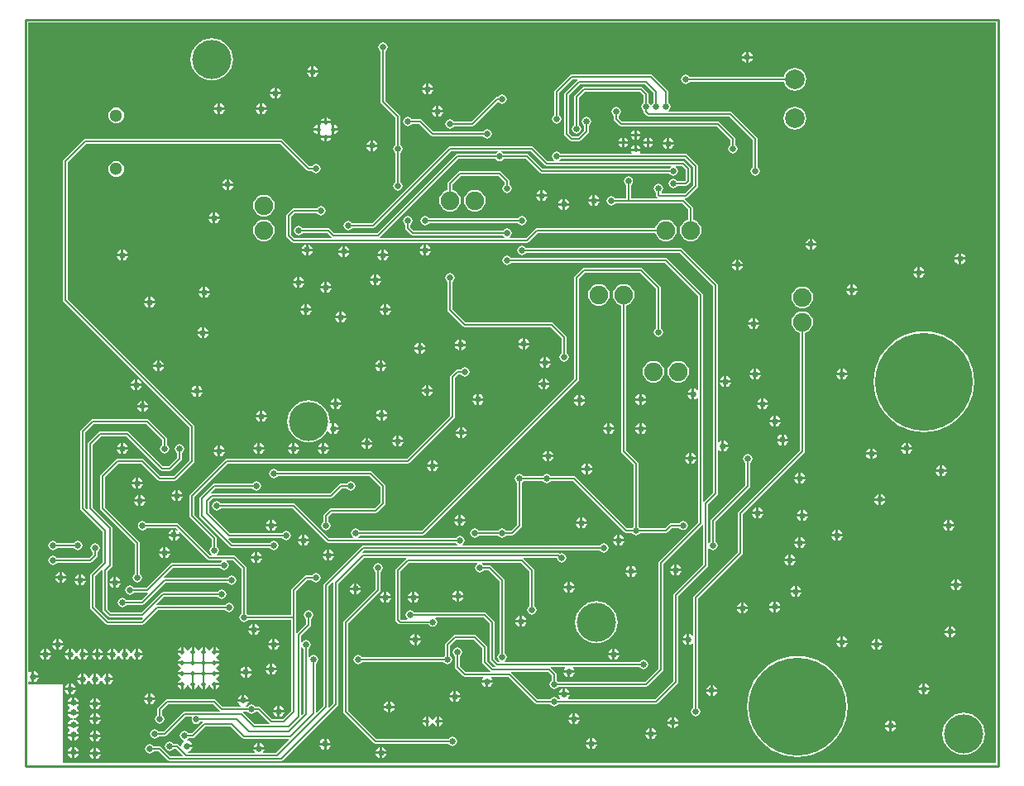
<source format=gbl>
G04*
G04 #@! TF.GenerationSoftware,Altium Limited,Altium Designer,20.1.11 (218)*
G04*
G04 Layer_Physical_Order=2*
G04 Layer_Color=10964583*
%FSLAX25Y25*%
%MOIN*%
G70*
G04*
G04 #@! TF.SameCoordinates,CECB5A23-850B-4153-B343-40316EC9BAD4*
G04*
G04*
G04 #@! TF.FilePolarity,Positive*
G04*
G01*
G75*
%ADD10C,0.01000*%
%ADD15C,0.00600*%
%ADD105C,0.01968*%
%ADD112C,0.05118*%
%ADD113C,0.07874*%
%ADD114C,0.15748*%
%ADD115C,0.07500*%
%ADD116C,0.39370*%
%ADD117C,0.02500*%
G36*
X390879Y1122D02*
X15000D01*
X15000Y33000D01*
X1122Y33000D01*
Y33948D01*
X1622Y34215D01*
X2122Y33880D01*
X2500Y33805D01*
Y36000D01*
Y38195D01*
X2122Y38120D01*
X1622Y37785D01*
X1122Y38052D01*
Y299879D01*
X390879D01*
Y1122D01*
D02*
G37*
%LPC*%
G36*
X291314Y288119D02*
Y286424D01*
X293008D01*
X292933Y286802D01*
X292436Y287546D01*
X291691Y288043D01*
X291314Y288119D01*
D02*
G37*
G36*
X290314D02*
X289936Y288043D01*
X289191Y287546D01*
X288694Y286802D01*
X288619Y286424D01*
X290314D01*
Y288119D01*
D02*
G37*
G36*
X293008Y285424D02*
X291314D01*
Y283729D01*
X291691Y283804D01*
X292436Y284302D01*
X292933Y285046D01*
X293008Y285424D01*
D02*
G37*
G36*
X290314D02*
X288619D01*
X288694Y285046D01*
X289191Y284302D01*
X289936Y283804D01*
X290314Y283729D01*
Y285424D01*
D02*
G37*
G36*
X116172Y282299D02*
Y280604D01*
X117867D01*
X117791Y280982D01*
X117294Y281726D01*
X116550Y282223D01*
X116172Y282299D01*
D02*
G37*
G36*
X115172D02*
X114794Y282223D01*
X114050Y281726D01*
X113552Y280982D01*
X113477Y280604D01*
X115172D01*
Y282299D01*
D02*
G37*
G36*
X310000Y281576D02*
X308816Y281420D01*
X307712Y280963D01*
X306764Y280236D01*
X306037Y279288D01*
X305580Y278184D01*
X305545Y277918D01*
X267612D01*
X267334Y278334D01*
X266722Y278743D01*
X266000Y278886D01*
X265278Y278743D01*
X264666Y278334D01*
X264257Y277722D01*
X264114Y277000D01*
X264257Y276278D01*
X264666Y275666D01*
X265278Y275257D01*
X266000Y275114D01*
X266722Y275257D01*
X267334Y275666D01*
X267612Y276082D01*
X305545D01*
X305580Y275816D01*
X306037Y274712D01*
X306764Y273764D01*
X307712Y273037D01*
X308816Y272580D01*
X310000Y272424D01*
X311184Y272580D01*
X312288Y273037D01*
X313236Y273764D01*
X313963Y274712D01*
X314420Y275816D01*
X314576Y277000D01*
X314420Y278184D01*
X313963Y279288D01*
X313236Y280236D01*
X312288Y280963D01*
X311184Y281420D01*
X310000Y281576D01*
D02*
G37*
G36*
X117867Y279604D02*
X116172D01*
Y277909D01*
X116550Y277984D01*
X117294Y278482D01*
X117791Y279226D01*
X117867Y279604D01*
D02*
G37*
G36*
X115172D02*
X113477D01*
X113552Y279226D01*
X114050Y278482D01*
X114794Y277984D01*
X115172Y277909D01*
Y279604D01*
D02*
G37*
G36*
X75000Y293515D02*
X73339Y293351D01*
X71741Y292867D01*
X70269Y292080D01*
X68979Y291021D01*
X67920Y289731D01*
X67133Y288259D01*
X66649Y286661D01*
X66485Y285000D01*
X66649Y283339D01*
X67133Y281741D01*
X67920Y280269D01*
X68979Y278979D01*
X70269Y277920D01*
X71741Y277133D01*
X73339Y276649D01*
X75000Y276485D01*
X76661Y276649D01*
X78259Y277133D01*
X79731Y277920D01*
X81021Y278979D01*
X82080Y280269D01*
X82867Y281741D01*
X83351Y283339D01*
X83515Y285000D01*
X83351Y286661D01*
X82867Y288259D01*
X82080Y289731D01*
X81021Y291021D01*
X79731Y292080D01*
X78259Y292867D01*
X76661Y293351D01*
X75000Y293515D01*
D02*
G37*
G36*
X162500Y275195D02*
Y273500D01*
X164195D01*
X164120Y273878D01*
X163622Y274622D01*
X162878Y275119D01*
X162500Y275195D01*
D02*
G37*
G36*
X161500D02*
X161122Y275119D01*
X160378Y274622D01*
X159880Y273878D01*
X159805Y273500D01*
X161500D01*
Y275195D01*
D02*
G37*
G36*
X101195Y273519D02*
Y271824D01*
X102889D01*
X102814Y272202D01*
X102317Y272946D01*
X101573Y273444D01*
X101195Y273519D01*
D02*
G37*
G36*
X100195D02*
X99817Y273444D01*
X99072Y272946D01*
X98575Y272202D01*
X98500Y271824D01*
X100195D01*
Y273519D01*
D02*
G37*
G36*
X164195Y272500D02*
X162500D01*
Y270805D01*
X162878Y270881D01*
X163622Y271378D01*
X164120Y272122D01*
X164195Y272500D01*
D02*
G37*
G36*
X161500D02*
X159805D01*
X159880Y272122D01*
X160378Y271378D01*
X161122Y270881D01*
X161500Y270805D01*
Y272500D01*
D02*
G37*
G36*
X102889Y270824D02*
X101195D01*
Y269129D01*
X101573Y269205D01*
X102317Y269702D01*
X102814Y270446D01*
X102889Y270824D01*
D02*
G37*
G36*
X100195D02*
X98500D01*
X98575Y270446D01*
X99072Y269702D01*
X99817Y269205D01*
X100195Y269129D01*
Y270824D01*
D02*
G37*
G36*
X192000Y270886D02*
X191278Y270743D01*
X190666Y270334D01*
X190388Y269918D01*
X190000D01*
X189649Y269848D01*
X189351Y269649D01*
X179620Y259918D01*
X172612D01*
X172334Y260334D01*
X171722Y260743D01*
X171000Y260886D01*
X170278Y260743D01*
X169666Y260334D01*
X169257Y259722D01*
X169114Y259000D01*
X169257Y258278D01*
X169666Y257666D01*
X170278Y257257D01*
X171000Y257114D01*
X171722Y257257D01*
X172334Y257666D01*
X172612Y258082D01*
X180000D01*
X180351Y258152D01*
X180649Y258351D01*
X190024Y267727D01*
X190666Y267666D01*
X191278Y267257D01*
X192000Y267114D01*
X192722Y267257D01*
X193334Y267666D01*
X193743Y268278D01*
X193886Y269000D01*
X193743Y269722D01*
X193334Y270334D01*
X192722Y270743D01*
X192000Y270886D01*
D02*
G37*
G36*
X252000Y278918D02*
X220000D01*
X219649Y278848D01*
X219351Y278649D01*
X213351Y272649D01*
X213152Y272351D01*
X213082Y272000D01*
Y262612D01*
X212666Y262334D01*
X212257Y261722D01*
X212114Y261000D01*
X212257Y260278D01*
X212666Y259666D01*
X213278Y259257D01*
X214000Y259114D01*
X214722Y259257D01*
X215334Y259666D01*
X215743Y260278D01*
X215886Y261000D01*
X215743Y261722D01*
X215334Y262334D01*
X214918Y262612D01*
Y271620D01*
X220380Y277082D01*
X222100D01*
X222234Y276851D01*
X222285Y276582D01*
X217351Y271649D01*
X217152Y271351D01*
X217082Y271000D01*
Y255000D01*
X217152Y254649D01*
X217351Y254351D01*
X219351Y252351D01*
X219649Y252152D01*
X220000Y252082D01*
X223000D01*
X223351Y252152D01*
X223649Y252351D01*
X226649Y255351D01*
X226848Y255649D01*
X226918Y256000D01*
Y258388D01*
X227334Y258666D01*
X227743Y259278D01*
X227886Y260000D01*
X227743Y260722D01*
X227334Y261334D01*
X226722Y261743D01*
X226000Y261886D01*
X225278Y261743D01*
X224666Y261334D01*
X224257Y260722D01*
X224114Y260000D01*
X224257Y259278D01*
X224666Y258666D01*
X225082Y258388D01*
Y256380D01*
X222620Y253918D01*
X220380D01*
X218918Y255380D01*
Y270620D01*
X223380Y275082D01*
X249620D01*
X253082Y271620D01*
Y267612D01*
X252666Y267334D01*
X252257Y266722D01*
X252255Y266710D01*
X251745D01*
X251743Y266722D01*
X251334Y267334D01*
X250918Y267612D01*
Y271000D01*
X250848Y271351D01*
X250649Y271649D01*
X248649Y273649D01*
X248351Y273848D01*
X248000Y273918D01*
X225000D01*
X224649Y273848D01*
X224351Y273649D01*
X221351Y270649D01*
X221152Y270351D01*
X221082Y270000D01*
Y258612D01*
X220666Y258334D01*
X220257Y257722D01*
X220114Y257000D01*
X220257Y256278D01*
X220666Y255666D01*
X221278Y255257D01*
X222000Y255114D01*
X222722Y255257D01*
X223334Y255666D01*
X223743Y256278D01*
X223886Y257000D01*
X223743Y257722D01*
X223334Y258334D01*
X222918Y258612D01*
Y269620D01*
X225380Y272082D01*
X247620D01*
X249082Y270620D01*
Y267612D01*
X248666Y267334D01*
X248257Y266722D01*
X248114Y266000D01*
X248257Y265278D01*
X248666Y264666D01*
X249082Y264388D01*
Y264000D01*
X249152Y263649D01*
X249351Y263351D01*
X250351Y262351D01*
X250649Y262152D01*
X251000Y262082D01*
X283620D01*
X293082Y252620D01*
Y241612D01*
X292666Y241334D01*
X292257Y240722D01*
X292114Y240000D01*
X292257Y239278D01*
X292666Y238666D01*
X293278Y238257D01*
X294000Y238114D01*
X294722Y238257D01*
X295334Y238666D01*
X295743Y239278D01*
X295886Y240000D01*
X295743Y240722D01*
X295334Y241334D01*
X294918Y241612D01*
Y253000D01*
X294848Y253351D01*
X294649Y253649D01*
X284649Y263649D01*
X284351Y263848D01*
X284000Y263918D01*
X259113D01*
X258962Y264418D01*
X259334Y264666D01*
X259743Y265278D01*
X259886Y266000D01*
X259743Y266722D01*
X259334Y267334D01*
X258918Y267612D01*
Y272000D01*
X258848Y272351D01*
X258649Y272649D01*
X252649Y278649D01*
X252351Y278848D01*
X252000Y278918D01*
D02*
G37*
G36*
X95500Y267195D02*
Y265500D01*
X97195D01*
X97119Y265878D01*
X96622Y266622D01*
X95878Y267120D01*
X95500Y267195D01*
D02*
G37*
G36*
X94500D02*
X94122Y267120D01*
X93378Y266622D01*
X92881Y265878D01*
X92805Y265500D01*
X94500D01*
Y267195D01*
D02*
G37*
G36*
X78500D02*
Y265500D01*
X80195D01*
X80119Y265878D01*
X79622Y266622D01*
X78878Y267120D01*
X78500Y267195D01*
D02*
G37*
G36*
X77500D02*
X77122Y267120D01*
X76378Y266622D01*
X75881Y265878D01*
X75805Y265500D01*
X77500D01*
Y267195D01*
D02*
G37*
G36*
X166500Y266195D02*
Y264500D01*
X168195D01*
X168120Y264878D01*
X167622Y265622D01*
X166878Y266120D01*
X166500Y266195D01*
D02*
G37*
G36*
X165500D02*
X165122Y266120D01*
X164378Y265622D01*
X163881Y264878D01*
X163805Y264500D01*
X165500D01*
Y266195D01*
D02*
G37*
G36*
X97195Y264500D02*
X95500D01*
Y262805D01*
X95878Y262880D01*
X96622Y263378D01*
X97119Y264122D01*
X97195Y264500D01*
D02*
G37*
G36*
X94500D02*
X92805D01*
X92881Y264122D01*
X93378Y263378D01*
X94122Y262880D01*
X94500Y262805D01*
Y264500D01*
D02*
G37*
G36*
X80195D02*
X78500D01*
Y262805D01*
X78878Y262880D01*
X79622Y263378D01*
X80119Y264122D01*
X80195Y264500D01*
D02*
G37*
G36*
X77500D02*
X75805D01*
X75881Y264122D01*
X76378Y263378D01*
X77122Y262880D01*
X77500Y262805D01*
Y264500D01*
D02*
G37*
G36*
X168195Y263500D02*
X166500D01*
Y261805D01*
X166878Y261880D01*
X167622Y262378D01*
X168120Y263122D01*
X168195Y263500D01*
D02*
G37*
G36*
X165500D02*
X163805D01*
X163881Y263122D01*
X164378Y262378D01*
X165122Y261880D01*
X165500Y261805D01*
Y263500D01*
D02*
G37*
G36*
X121472Y261597D02*
Y260174D01*
X122896D01*
X122841Y260448D01*
X122403Y261104D01*
X121746Y261543D01*
X121472Y261597D01*
D02*
G37*
G36*
X120472D02*
X120198Y261543D01*
X119542Y261104D01*
X119103Y260448D01*
X119049Y260174D01*
X120472D01*
Y261597D01*
D02*
G37*
G36*
X36441Y265631D02*
X35616Y265523D01*
X34848Y265204D01*
X34188Y264698D01*
X33681Y264038D01*
X33363Y263270D01*
X33255Y262445D01*
X33363Y261620D01*
X33681Y260852D01*
X34188Y260192D01*
X34848Y259685D01*
X35616Y259367D01*
X36441Y259259D01*
X37266Y259367D01*
X38034Y259685D01*
X38694Y260192D01*
X39200Y260852D01*
X39519Y261620D01*
X39627Y262445D01*
X39519Y263270D01*
X39200Y264038D01*
X38694Y264698D01*
X38034Y265204D01*
X37266Y265523D01*
X36441Y265631D01*
D02*
G37*
G36*
X122896Y259173D02*
X119049D01*
X119083Y258998D01*
X118928Y258778D01*
X118914Y258765D01*
X118695Y258610D01*
X118519Y258645D01*
Y256721D01*
Y254797D01*
X118695Y254832D01*
X118914Y254676D01*
X118928Y254663D01*
X119083Y254444D01*
X119049Y254268D01*
X122896D01*
X122861Y254444D01*
X123017Y254663D01*
X123030Y254676D01*
X123249Y254832D01*
X123425Y254797D01*
Y256721D01*
Y258645D01*
X123249Y258610D01*
X123030Y258765D01*
X123017Y258778D01*
X122861Y258998D01*
X122896Y259173D01*
D02*
G37*
G36*
X124425Y258645D02*
Y257221D01*
X125848D01*
X125794Y257495D01*
X125355Y258151D01*
X124699Y258590D01*
X124425Y258645D01*
D02*
G37*
G36*
X117519D02*
X117245Y258590D01*
X116589Y258151D01*
X116150Y257495D01*
X116096Y257221D01*
X117519D01*
Y258645D01*
D02*
G37*
G36*
X310000Y265828D02*
X308816Y265672D01*
X307712Y265215D01*
X306764Y264488D01*
X306037Y263540D01*
X305580Y262436D01*
X305424Y261252D01*
X305580Y260068D01*
X306037Y258964D01*
X306764Y258016D01*
X307712Y257289D01*
X308816Y256832D01*
X310000Y256676D01*
X311184Y256832D01*
X312288Y257289D01*
X313236Y258016D01*
X313963Y258964D01*
X314420Y260068D01*
X314576Y261252D01*
X314420Y262436D01*
X313963Y263540D01*
X313236Y264488D01*
X312288Y265215D01*
X311184Y265672D01*
X310000Y265828D01*
D02*
G37*
G36*
X246390Y256479D02*
Y255055D01*
X247813D01*
X247759Y255329D01*
X247320Y255986D01*
X246664Y256424D01*
X246390Y256479D01*
D02*
G37*
G36*
X245390D02*
X245115Y256424D01*
X244459Y255986D01*
X244021Y255329D01*
X243966Y255055D01*
X245390D01*
Y256479D01*
D02*
G37*
G36*
X125848Y256221D02*
X124425D01*
Y254797D01*
X124699Y254852D01*
X125355Y255290D01*
X125794Y255947D01*
X125848Y256221D01*
D02*
G37*
G36*
X117519D02*
X116096D01*
X116150Y255947D01*
X116589Y255290D01*
X117245Y254852D01*
X117519Y254797D01*
Y256221D01*
D02*
G37*
G36*
X154000Y261886D02*
X153278Y261743D01*
X152666Y261334D01*
X152257Y260722D01*
X152114Y260000D01*
X152257Y259278D01*
X152666Y258666D01*
X153278Y258257D01*
X154000Y258114D01*
X154722Y258257D01*
X155334Y258666D01*
X155612Y259082D01*
X158620D01*
X163351Y254351D01*
X163649Y254152D01*
X164000Y254082D01*
X184388D01*
X184666Y253666D01*
X185278Y253257D01*
X186000Y253114D01*
X186722Y253257D01*
X187334Y253666D01*
X187743Y254278D01*
X187886Y255000D01*
X187743Y255722D01*
X187334Y256334D01*
X186722Y256743D01*
X186000Y256886D01*
X185278Y256743D01*
X184666Y256334D01*
X184388Y255918D01*
X164380D01*
X159649Y260649D01*
X159351Y260848D01*
X159000Y260918D01*
X155612D01*
X155334Y261334D01*
X154722Y261743D01*
X154000Y261886D01*
D02*
G37*
G36*
X247813Y254055D02*
X246390D01*
Y252631D01*
X246664Y252686D01*
X247320Y253125D01*
X247759Y253781D01*
X247813Y254055D01*
D02*
G37*
G36*
X245390D02*
X243966D01*
X244021Y253781D01*
X244459Y253125D01*
X245115Y252686D01*
X245390Y252631D01*
Y254055D01*
D02*
G37*
G36*
X251409Y253428D02*
Y252004D01*
X252833D01*
X252778Y252278D01*
X252340Y252935D01*
X251683Y253373D01*
X251409Y253428D01*
D02*
G37*
G36*
X250409D02*
X250135Y253373D01*
X249479Y252935D01*
X249040Y252278D01*
X248986Y252004D01*
X250409D01*
Y253428D01*
D02*
G37*
G36*
X241370D02*
Y252004D01*
X242793D01*
X242739Y252278D01*
X242300Y252935D01*
X241644Y253373D01*
X241370Y253428D01*
D02*
G37*
G36*
X240370D02*
X240096Y253373D01*
X239439Y252935D01*
X239001Y252278D01*
X238946Y252004D01*
X240370D01*
Y253428D01*
D02*
G37*
G36*
X122896Y253268D02*
X121472D01*
Y251844D01*
X121746Y251899D01*
X122403Y252338D01*
X122841Y252994D01*
X122896Y253268D01*
D02*
G37*
G36*
X120472D02*
X119049D01*
X119103Y252994D01*
X119542Y252338D01*
X120198Y251899D01*
X120472Y251844D01*
Y253268D01*
D02*
G37*
G36*
X259500Y253195D02*
Y251500D01*
X261195D01*
X261120Y251878D01*
X260622Y252622D01*
X259878Y253119D01*
X259500Y253195D01*
D02*
G37*
G36*
X258500D02*
X258122Y253119D01*
X257378Y252622D01*
X256880Y251878D01*
X256805Y251500D01*
X258500D01*
Y253195D01*
D02*
G37*
G36*
X140101Y252344D02*
Y250649D01*
X141796D01*
X141721Y251027D01*
X141224Y251771D01*
X140479Y252269D01*
X140101Y252344D01*
D02*
G37*
G36*
X139101D02*
X138723Y252269D01*
X137979Y251771D01*
X137482Y251027D01*
X137407Y250649D01*
X139101D01*
Y252344D01*
D02*
G37*
G36*
X252833Y251004D02*
X251409D01*
Y249580D01*
X251683Y249635D01*
X252340Y250073D01*
X252778Y250730D01*
X252833Y251004D01*
D02*
G37*
G36*
X250409D02*
X248986D01*
X249040Y250730D01*
X249479Y250073D01*
X250135Y249635D01*
X250409Y249580D01*
Y251004D01*
D02*
G37*
G36*
X242793D02*
X241370D01*
Y249580D01*
X241644Y249635D01*
X242300Y250073D01*
X242739Y250730D01*
X242793Y251004D01*
D02*
G37*
G36*
X240370D02*
X238946D01*
X239001Y250730D01*
X239439Y250073D01*
X240096Y249635D01*
X240370Y249580D01*
Y251004D01*
D02*
G37*
G36*
X246390Y250376D02*
Y248953D01*
X247813D01*
X247759Y249227D01*
X247320Y249883D01*
X246664Y250322D01*
X246390Y250376D01*
D02*
G37*
G36*
X245390D02*
X245115Y250322D01*
X244459Y249883D01*
X244021Y249227D01*
X243966Y248953D01*
X245390D01*
Y250376D01*
D02*
G37*
G36*
X261195Y250500D02*
X259500D01*
Y248805D01*
X259878Y248881D01*
X260622Y249378D01*
X261120Y250122D01*
X261195Y250500D01*
D02*
G37*
G36*
X258500D02*
X256805D01*
X256880Y250122D01*
X257378Y249378D01*
X258122Y248881D01*
X258500Y248805D01*
Y250500D01*
D02*
G37*
G36*
X141796Y249649D02*
X140101D01*
Y247955D01*
X140479Y248030D01*
X141224Y248527D01*
X141721Y249271D01*
X141796Y249649D01*
D02*
G37*
G36*
X139101D02*
X137407D01*
X137482Y249271D01*
X137979Y248527D01*
X138723Y248030D01*
X139101Y247955D01*
Y249649D01*
D02*
G37*
G36*
X238000Y265886D02*
X237278Y265743D01*
X236666Y265334D01*
X236257Y264722D01*
X236114Y264000D01*
X236257Y263278D01*
X236666Y262666D01*
X237082Y262388D01*
Y261000D01*
X237152Y260649D01*
X237351Y260351D01*
X239351Y258351D01*
X239649Y258152D01*
X240000Y258082D01*
X278620D01*
X284082Y252620D01*
Y250612D01*
X283666Y250334D01*
X283257Y249722D01*
X283114Y249000D01*
X283257Y248278D01*
X283666Y247666D01*
X284278Y247257D01*
X285000Y247114D01*
X285722Y247257D01*
X286334Y247666D01*
X286743Y248278D01*
X286886Y249000D01*
X286743Y249722D01*
X286334Y250334D01*
X285918Y250612D01*
Y253000D01*
X285848Y253351D01*
X285649Y253649D01*
X279649Y259649D01*
X279351Y259848D01*
X279000Y259918D01*
X240380D01*
X238918Y261380D01*
Y262388D01*
X239334Y262666D01*
X239743Y263278D01*
X239886Y264000D01*
X239743Y264722D01*
X239334Y265334D01*
X238722Y265743D01*
X238000Y265886D01*
D02*
G37*
G36*
X103000Y252918D02*
X24000D01*
X23649Y252848D01*
X23351Y252649D01*
X15351Y244649D01*
X15152Y244351D01*
X15082Y244000D01*
Y188000D01*
X15152Y187649D01*
X15351Y187351D01*
X66082Y136620D01*
Y123380D01*
X59620Y116918D01*
X54380D01*
X47649Y123649D01*
X47351Y123848D01*
X47000Y123918D01*
X37000D01*
X36649Y123848D01*
X36351Y123649D01*
X30351Y117649D01*
X30152Y117351D01*
X30082Y117000D01*
Y104000D01*
X30152Y103649D01*
X30351Y103351D01*
X44082Y89620D01*
Y77612D01*
X43666Y77334D01*
X43257Y76722D01*
X43114Y76000D01*
X43257Y75278D01*
X43666Y74666D01*
X44278Y74257D01*
X45000Y74114D01*
X45722Y74257D01*
X46334Y74666D01*
X46743Y75278D01*
X46886Y76000D01*
X46743Y76722D01*
X46334Y77334D01*
X45918Y77612D01*
Y90000D01*
X45848Y90351D01*
X45649Y90649D01*
X31918Y104380D01*
Y116620D01*
X37380Y122082D01*
X46620D01*
X53351Y115351D01*
X53649Y115152D01*
X54000Y115082D01*
X60000D01*
X60351Y115152D01*
X60649Y115351D01*
X67649Y122351D01*
X67848Y122649D01*
X67918Y123000D01*
Y137000D01*
X67848Y137351D01*
X67649Y137649D01*
X16918Y188380D01*
Y243620D01*
X24380Y251082D01*
X102620D01*
X113351Y240351D01*
X113649Y240152D01*
X114000Y240082D01*
X115388D01*
X115666Y239666D01*
X116278Y239257D01*
X117000Y239114D01*
X117722Y239257D01*
X118334Y239666D01*
X118743Y240278D01*
X118886Y241000D01*
X118743Y241722D01*
X118334Y242334D01*
X117722Y242743D01*
X117000Y242886D01*
X116278Y242743D01*
X115666Y242334D01*
X115388Y241918D01*
X114380D01*
X103649Y252649D01*
X103351Y252848D01*
X103000Y252918D01*
D02*
G37*
G36*
X36441Y243978D02*
X35616Y243869D01*
X34848Y243551D01*
X34188Y243044D01*
X33681Y242385D01*
X33363Y241616D01*
X33255Y240791D01*
X33363Y239967D01*
X33681Y239198D01*
X34188Y238538D01*
X34848Y238032D01*
X35616Y237714D01*
X36441Y237605D01*
X37266Y237714D01*
X38034Y238032D01*
X38694Y238538D01*
X39200Y239198D01*
X39519Y239967D01*
X39627Y240791D01*
X39519Y241616D01*
X39200Y242385D01*
X38694Y243044D01*
X38034Y243551D01*
X37266Y243869D01*
X36441Y243978D01*
D02*
G37*
G36*
X81913Y236678D02*
Y234983D01*
X83608D01*
X83533Y235361D01*
X83035Y236105D01*
X82291Y236603D01*
X81913Y236678D01*
D02*
G37*
G36*
X80913D02*
X80536Y236603D01*
X79791Y236105D01*
X79294Y235361D01*
X79219Y234983D01*
X80913D01*
Y236678D01*
D02*
G37*
G36*
X83608Y233983D02*
X81913D01*
Y232289D01*
X82291Y232364D01*
X83035Y232861D01*
X83533Y233605D01*
X83608Y233983D01*
D02*
G37*
G36*
X80913D02*
X79219D01*
X79294Y233605D01*
X79791Y232861D01*
X80536Y232364D01*
X80913Y232289D01*
Y233983D01*
D02*
G37*
G36*
X144000Y291886D02*
X143278Y291743D01*
X142666Y291334D01*
X142257Y290722D01*
X142114Y290000D01*
X142257Y289278D01*
X142666Y288666D01*
X143082Y288388D01*
Y268000D01*
X143152Y267649D01*
X143351Y267351D01*
X149082Y261620D01*
Y250612D01*
X148666Y250334D01*
X148257Y249722D01*
X148114Y249000D01*
X148257Y248278D01*
X148666Y247666D01*
X149082Y247388D01*
Y235612D01*
X148666Y235334D01*
X148257Y234722D01*
X148114Y234000D01*
X148257Y233278D01*
X148666Y232666D01*
X149278Y232257D01*
X150000Y232114D01*
X150722Y232257D01*
X151334Y232666D01*
X151743Y233278D01*
X151886Y234000D01*
X151743Y234722D01*
X151334Y235334D01*
X150918Y235612D01*
Y247388D01*
X151334Y247666D01*
X151743Y248278D01*
X151886Y249000D01*
X151743Y249722D01*
X151334Y250334D01*
X150918Y250612D01*
Y262000D01*
X150848Y262351D01*
X150649Y262649D01*
X144918Y268380D01*
Y288388D01*
X145334Y288666D01*
X145743Y289278D01*
X145886Y290000D01*
X145743Y290722D01*
X145334Y291334D01*
X144722Y291743D01*
X144000Y291886D01*
D02*
G37*
G36*
X191000Y239918D02*
X175000D01*
X174649Y239848D01*
X174351Y239649D01*
X170351Y235649D01*
X170152Y235351D01*
X170082Y235000D01*
Y232267D01*
X169864Y232238D01*
X168806Y231800D01*
X167897Y231102D01*
X167200Y230194D01*
X166762Y229136D01*
X166613Y228000D01*
X166762Y226864D01*
X167200Y225806D01*
X167897Y224898D01*
X168806Y224200D01*
X169864Y223762D01*
X171000Y223612D01*
X172136Y223762D01*
X173194Y224200D01*
X174102Y224898D01*
X174800Y225806D01*
X175238Y226864D01*
X175388Y228000D01*
X175238Y229136D01*
X174800Y230194D01*
X174102Y231102D01*
X173194Y231800D01*
X172136Y232238D01*
X171918Y232267D01*
Y234620D01*
X175380Y238082D01*
X190620D01*
X193082Y235620D01*
Y234612D01*
X192666Y234334D01*
X192257Y233722D01*
X192114Y233000D01*
X192257Y232278D01*
X192666Y231666D01*
X193278Y231257D01*
X194000Y231114D01*
X194722Y231257D01*
X195334Y231666D01*
X195743Y232278D01*
X195886Y233000D01*
X195743Y233722D01*
X195334Y234334D01*
X194918Y234612D01*
Y236000D01*
X194848Y236351D01*
X194649Y236649D01*
X191649Y239649D01*
X191351Y239848D01*
X191000Y239918D01*
D02*
G37*
G36*
X204000Y249918D02*
X171000D01*
X170649Y249848D01*
X170351Y249649D01*
X139620Y218918D01*
X131612D01*
X131334Y219334D01*
X130722Y219743D01*
X130000Y219886D01*
X129278Y219743D01*
X128666Y219334D01*
X128257Y218722D01*
X128114Y218000D01*
X128257Y217278D01*
X128666Y216666D01*
X129278Y216257D01*
X130000Y216114D01*
X130722Y216257D01*
X131334Y216666D01*
X131612Y217082D01*
X140000D01*
X140351Y217152D01*
X140649Y217351D01*
X171380Y248082D01*
X190180D01*
X190272Y247624D01*
X190263Y247582D01*
X189666Y247184D01*
X189488Y246918D01*
X174000D01*
X173649Y246848D01*
X173351Y246649D01*
X141620Y214918D01*
X124380D01*
X122649Y216649D01*
X122351Y216848D01*
X122000Y216918D01*
X111612D01*
X111334Y217334D01*
X110722Y217743D01*
X110000Y217886D01*
X109278Y217743D01*
X108666Y217334D01*
X108257Y216722D01*
X108114Y216000D01*
X108257Y215278D01*
X108666Y214666D01*
X109278Y214257D01*
X110000Y214114D01*
X110722Y214257D01*
X111334Y214666D01*
X111612Y215082D01*
X121620D01*
X123285Y213418D01*
X123234Y213149D01*
X123100Y212918D01*
X108380D01*
X106918Y214380D01*
Y221620D01*
X108380Y223082D01*
X117388D01*
X117666Y222666D01*
X118278Y222257D01*
X119000Y222114D01*
X119722Y222257D01*
X120334Y222666D01*
X120743Y223278D01*
X120886Y224000D01*
X120743Y224722D01*
X120334Y225334D01*
X119722Y225743D01*
X119000Y225886D01*
X118278Y225743D01*
X117666Y225334D01*
X117388Y224918D01*
X108000D01*
X107649Y224848D01*
X107351Y224649D01*
X105351Y222649D01*
X105152Y222351D01*
X105082Y222000D01*
Y214000D01*
X105152Y213649D01*
X105351Y213351D01*
X107351Y211351D01*
X107649Y211152D01*
X108000Y211082D01*
X202000D01*
X202351Y211152D01*
X202649Y211351D01*
X206380Y215082D01*
X253733D01*
X253762Y214864D01*
X254200Y213806D01*
X254897Y212897D01*
X255806Y212200D01*
X256864Y211762D01*
X258000Y211613D01*
X259136Y211762D01*
X260194Y212200D01*
X261103Y212897D01*
X261800Y213806D01*
X262238Y214864D01*
X262387Y216000D01*
X262238Y217136D01*
X261800Y218194D01*
X261103Y219103D01*
X260194Y219800D01*
X259136Y220238D01*
X258000Y220388D01*
X256864Y220238D01*
X255806Y219800D01*
X254897Y219103D01*
X254200Y218194D01*
X253762Y217136D01*
X253733Y216918D01*
X206000D01*
X205649Y216848D01*
X205351Y216649D01*
X201620Y212918D01*
X195113D01*
X194962Y213418D01*
X195334Y213666D01*
X195743Y214278D01*
X195886Y215000D01*
X195743Y215722D01*
X195334Y216334D01*
X194722Y216743D01*
X194000Y216886D01*
X193278Y216743D01*
X192666Y216334D01*
X192388Y215918D01*
X156380D01*
X154918Y217380D01*
Y218388D01*
X155334Y218666D01*
X155743Y219278D01*
X155886Y220000D01*
X155743Y220722D01*
X155334Y221334D01*
X154722Y221743D01*
X154000Y221886D01*
X153278Y221743D01*
X152666Y221334D01*
X152257Y220722D01*
X152114Y220000D01*
X152257Y219278D01*
X152666Y218666D01*
X153082Y218388D01*
Y217000D01*
X153152Y216649D01*
X153351Y216351D01*
X155351Y214351D01*
X155649Y214152D01*
X156000Y214082D01*
X192388D01*
X192666Y213666D01*
X193038Y213418D01*
X192887Y212918D01*
X142900D01*
X142766Y213149D01*
X142715Y213418D01*
X174380Y245082D01*
X189288D01*
X189666Y244516D01*
X190278Y244107D01*
X191000Y243964D01*
X191722Y244107D01*
X192334Y244516D01*
X192712Y245082D01*
X201620D01*
X207351Y239351D01*
X207649Y239152D01*
X208000Y239082D01*
X259388D01*
X259666Y238666D01*
X260278Y238257D01*
X261000Y238114D01*
X261722Y238257D01*
X262334Y238666D01*
X262743Y239278D01*
X262886Y240000D01*
X262743Y240722D01*
X262334Y241334D01*
X261962Y241582D01*
X262113Y242082D01*
X264620D01*
X266082Y240620D01*
Y236380D01*
X265620Y235918D01*
X262612D01*
X262334Y236334D01*
X261722Y236743D01*
X261000Y236886D01*
X260278Y236743D01*
X259666Y236334D01*
X259257Y235722D01*
X259114Y235000D01*
X259257Y234278D01*
X259666Y233666D01*
X260278Y233257D01*
X261000Y233114D01*
X261722Y233257D01*
X262334Y233666D01*
X262612Y234082D01*
X266000D01*
X266351Y234152D01*
X266649Y234351D01*
X267649Y235351D01*
X267848Y235649D01*
X267918Y236000D01*
Y241000D01*
X267848Y241351D01*
X267649Y241649D01*
X265649Y243649D01*
X265351Y243848D01*
X265000Y243918D01*
X215113D01*
X214962Y244418D01*
X215334Y244666D01*
X215612Y245082D01*
X265620D01*
X269082Y241620D01*
Y234380D01*
X265620Y230918D01*
X256289D01*
X256216Y230997D01*
X256290Y231637D01*
X256334Y231666D01*
X256743Y232278D01*
X256886Y233000D01*
X256743Y233722D01*
X256334Y234334D01*
X255722Y234743D01*
X255000Y234886D01*
X254278Y234743D01*
X253666Y234334D01*
X253257Y233722D01*
X253114Y233000D01*
X253257Y232278D01*
X253666Y231666D01*
X254082Y231388D01*
Y230351D01*
X254152Y230000D01*
X254351Y229703D01*
X254636Y229418D01*
X254586Y229149D01*
X254451Y228918D01*
X243855D01*
Y234388D01*
X244271Y234666D01*
X244680Y235278D01*
X244823Y236000D01*
X244680Y236722D01*
X244271Y237334D01*
X243659Y237743D01*
X242937Y237886D01*
X242215Y237743D01*
X241603Y237334D01*
X241194Y236722D01*
X241051Y236000D01*
X241194Y235278D01*
X241603Y234666D01*
X242019Y234388D01*
Y228918D01*
X237612D01*
X237334Y229334D01*
X236722Y229743D01*
X236000Y229886D01*
X235278Y229743D01*
X234666Y229334D01*
X234257Y228722D01*
X234114Y228000D01*
X234257Y227278D01*
X234666Y226666D01*
X235278Y226257D01*
X236000Y226114D01*
X236722Y226257D01*
X237334Y226666D01*
X237612Y227082D01*
X264620D01*
X267082Y224620D01*
Y220267D01*
X266864Y220238D01*
X265806Y219800D01*
X264897Y219103D01*
X264200Y218194D01*
X263762Y217136D01*
X263613Y216000D01*
X263762Y214864D01*
X264200Y213806D01*
X264897Y212897D01*
X265806Y212200D01*
X266864Y211762D01*
X268000Y211613D01*
X269136Y211762D01*
X270194Y212200D01*
X271102Y212897D01*
X271800Y213806D01*
X272238Y214864D01*
X272388Y216000D01*
X272238Y217136D01*
X271800Y218194D01*
X271102Y219103D01*
X270194Y219800D01*
X269136Y220238D01*
X268918Y220267D01*
Y225000D01*
X268848Y225351D01*
X268649Y225649D01*
X265715Y228582D01*
X265766Y228851D01*
X265900Y229082D01*
X266000D01*
X266351Y229152D01*
X266649Y229351D01*
X270649Y233351D01*
X270848Y233649D01*
X270918Y234000D01*
Y242000D01*
X270848Y242351D01*
X270649Y242649D01*
X266649Y246649D01*
X266351Y246848D01*
X266000Y246918D01*
X247852D01*
X247585Y247418D01*
X247759Y247678D01*
X247813Y247953D01*
X243966D01*
X244021Y247678D01*
X244195Y247418D01*
X243928Y246918D01*
X215612D01*
X215334Y247334D01*
X214722Y247743D01*
X214000Y247886D01*
X213278Y247743D01*
X212666Y247334D01*
X212257Y246722D01*
X212114Y246000D01*
X212257Y245278D01*
X212666Y244666D01*
X213038Y244418D01*
X212887Y243918D01*
X210380D01*
X204649Y249649D01*
X204351Y249848D01*
X204000Y249918D01*
D02*
G37*
G36*
X208500Y232195D02*
Y230500D01*
X210195D01*
X210120Y230878D01*
X209622Y231622D01*
X208878Y232119D01*
X208500Y232195D01*
D02*
G37*
G36*
X207500D02*
X207122Y232119D01*
X206378Y231622D01*
X205880Y230878D01*
X205805Y230500D01*
X207500D01*
Y232195D01*
D02*
G37*
G36*
X229500Y230195D02*
Y228500D01*
X231195D01*
X231119Y228878D01*
X230622Y229622D01*
X229878Y230119D01*
X229500Y230195D01*
D02*
G37*
G36*
X228500D02*
X228122Y230119D01*
X227378Y229622D01*
X226881Y228878D01*
X226805Y228500D01*
X228500D01*
Y230195D01*
D02*
G37*
G36*
X210195Y229500D02*
X208500D01*
Y227805D01*
X208878Y227881D01*
X209622Y228378D01*
X210120Y229122D01*
X210195Y229500D01*
D02*
G37*
G36*
X207500D02*
X205805D01*
X205880Y229122D01*
X206378Y228378D01*
X207122Y227881D01*
X207500Y227805D01*
Y229500D01*
D02*
G37*
G36*
X217380Y228710D02*
Y227016D01*
X219074D01*
X218999Y227394D01*
X218502Y228138D01*
X217758Y228635D01*
X217380Y228710D01*
D02*
G37*
G36*
X216380D02*
X216002Y228635D01*
X215258Y228138D01*
X214760Y227394D01*
X214685Y227016D01*
X216380D01*
Y228710D01*
D02*
G37*
G36*
X231195Y227500D02*
X229500D01*
Y225805D01*
X229878Y225881D01*
X230622Y226378D01*
X231119Y227122D01*
X231195Y227500D01*
D02*
G37*
G36*
X228500D02*
X226805D01*
X226881Y227122D01*
X227378Y226378D01*
X228122Y225881D01*
X228500Y225805D01*
Y227500D01*
D02*
G37*
G36*
X219074Y226016D02*
X217380D01*
Y224321D01*
X217758Y224396D01*
X218502Y224893D01*
X218999Y225638D01*
X219074Y226016D01*
D02*
G37*
G36*
X216380D02*
X214685D01*
X214760Y225638D01*
X215258Y224893D01*
X216002Y224396D01*
X216380Y224321D01*
Y226016D01*
D02*
G37*
G36*
X181000Y232387D02*
X179864Y232238D01*
X178806Y231800D01*
X177898Y231102D01*
X177200Y230194D01*
X176762Y229136D01*
X176612Y228000D01*
X176762Y226864D01*
X177200Y225806D01*
X177898Y224898D01*
X178806Y224200D01*
X179864Y223762D01*
X181000Y223612D01*
X182136Y223762D01*
X183194Y224200D01*
X184102Y224898D01*
X184800Y225806D01*
X185238Y226864D01*
X185388Y228000D01*
X185238Y229136D01*
X184800Y230194D01*
X184102Y231102D01*
X183194Y231800D01*
X182136Y232238D01*
X181000Y232387D01*
D02*
G37*
G36*
X96000Y230387D02*
X94864Y230238D01*
X93806Y229800D01*
X92897Y229102D01*
X92200Y228194D01*
X91762Y227136D01*
X91612Y226000D01*
X91762Y224864D01*
X92200Y223806D01*
X92897Y222898D01*
X93806Y222200D01*
X94864Y221762D01*
X96000Y221613D01*
X97136Y221762D01*
X98194Y222200D01*
X99102Y222898D01*
X99800Y223806D01*
X100238Y224864D01*
X100388Y226000D01*
X100238Y227136D01*
X99800Y228194D01*
X99102Y229102D01*
X98194Y229800D01*
X97136Y230238D01*
X96000Y230387D01*
D02*
G37*
G36*
X76500Y223195D02*
Y221500D01*
X78195D01*
X78119Y221878D01*
X77622Y222622D01*
X76878Y223119D01*
X76500Y223195D01*
D02*
G37*
G36*
X75500D02*
X75122Y223119D01*
X74378Y222622D01*
X73881Y221878D01*
X73805Y221500D01*
X75500D01*
Y223195D01*
D02*
G37*
G36*
X200000Y221886D02*
X199278Y221743D01*
X198666Y221334D01*
X198388Y220918D01*
X162612D01*
X162334Y221334D01*
X161722Y221743D01*
X161000Y221886D01*
X160278Y221743D01*
X159666Y221334D01*
X159257Y220722D01*
X159114Y220000D01*
X159257Y219278D01*
X159666Y218666D01*
X160278Y218257D01*
X161000Y218114D01*
X161722Y218257D01*
X162334Y218666D01*
X162612Y219082D01*
X198388D01*
X198666Y218666D01*
X199278Y218257D01*
X200000Y218114D01*
X200722Y218257D01*
X201334Y218666D01*
X201743Y219278D01*
X201886Y220000D01*
X201743Y220722D01*
X201334Y221334D01*
X200722Y221743D01*
X200000Y221886D01*
D02*
G37*
G36*
X78195Y220500D02*
X76500D01*
Y218805D01*
X76878Y218881D01*
X77622Y219378D01*
X78119Y220122D01*
X78195Y220500D01*
D02*
G37*
G36*
X75500D02*
X73805D01*
X73881Y220122D01*
X74378Y219378D01*
X75122Y218881D01*
X75500Y218805D01*
Y220500D01*
D02*
G37*
G36*
X96000Y220388D02*
X94864Y220238D01*
X93806Y219800D01*
X92897Y219103D01*
X92200Y218194D01*
X91762Y217136D01*
X91612Y216000D01*
X91762Y214864D01*
X92200Y213806D01*
X92897Y212897D01*
X93806Y212200D01*
X94864Y211762D01*
X96000Y211613D01*
X97136Y211762D01*
X98194Y212200D01*
X99102Y212897D01*
X99800Y213806D01*
X100238Y214864D01*
X100388Y216000D01*
X100238Y217136D01*
X99800Y218194D01*
X99102Y219103D01*
X98194Y219800D01*
X97136Y220238D01*
X96000Y220388D01*
D02*
G37*
G36*
X316981Y212675D02*
Y210981D01*
X318675D01*
X318600Y211359D01*
X318103Y212103D01*
X317359Y212600D01*
X316981Y212675D01*
D02*
G37*
G36*
X315981D02*
X315603Y212600D01*
X314859Y212103D01*
X314361Y211359D01*
X314286Y210981D01*
X315981D01*
Y212675D01*
D02*
G37*
G36*
X113934Y210338D02*
Y208644D01*
X115629D01*
X115553Y209022D01*
X115056Y209766D01*
X114312Y210263D01*
X113934Y210338D01*
D02*
G37*
G36*
X112934D02*
X112556Y210263D01*
X111812Y209766D01*
X111314Y209022D01*
X111239Y208644D01*
X112934D01*
Y210338D01*
D02*
G37*
G36*
X161500Y210195D02*
Y208500D01*
X163195D01*
X163119Y208878D01*
X162622Y209622D01*
X161878Y210120D01*
X161500Y210195D01*
D02*
G37*
G36*
X160500D02*
X160122Y210120D01*
X159378Y209622D01*
X158880Y208878D01*
X158805Y208500D01*
X160500D01*
Y210195D01*
D02*
G37*
G36*
X318675Y209981D02*
X316981D01*
Y208286D01*
X317359Y208361D01*
X318103Y208859D01*
X318600Y209603D01*
X318675Y209981D01*
D02*
G37*
G36*
X315981D02*
X314286D01*
X314361Y209603D01*
X314859Y208859D01*
X315603Y208361D01*
X315981Y208286D01*
Y209981D01*
D02*
G37*
G36*
X128739Y209650D02*
Y207955D01*
X130434D01*
X130359Y208333D01*
X129861Y209077D01*
X129117Y209575D01*
X128739Y209650D01*
D02*
G37*
G36*
X127739D02*
X127361Y209575D01*
X126617Y209077D01*
X126120Y208333D01*
X126045Y207955D01*
X127739D01*
Y209650D01*
D02*
G37*
G36*
X144500Y208195D02*
Y206500D01*
X146195D01*
X146119Y206878D01*
X145622Y207622D01*
X144878Y208120D01*
X144500Y208195D01*
D02*
G37*
G36*
X143500D02*
X143122Y208120D01*
X142378Y207622D01*
X141881Y206878D01*
X141805Y206500D01*
X143500D01*
Y208195D01*
D02*
G37*
G36*
X39500D02*
Y206500D01*
X41195D01*
X41120Y206878D01*
X40622Y207622D01*
X39878Y208120D01*
X39500Y208195D01*
D02*
G37*
G36*
X38500D02*
X38122Y208120D01*
X37378Y207622D01*
X36880Y206878D01*
X36805Y206500D01*
X38500D01*
Y208195D01*
D02*
G37*
G36*
X115629Y207644D02*
X113934D01*
Y205949D01*
X114312Y206024D01*
X115056Y206522D01*
X115553Y207266D01*
X115629Y207644D01*
D02*
G37*
G36*
X112934D02*
X111239D01*
X111314Y207266D01*
X111812Y206522D01*
X112556Y206024D01*
X112934Y205949D01*
Y207644D01*
D02*
G37*
G36*
X163195Y207500D02*
X161500D01*
Y205805D01*
X161878Y205880D01*
X162622Y206378D01*
X163119Y207122D01*
X163195Y207500D01*
D02*
G37*
G36*
X160500D02*
X158805D01*
X158880Y207122D01*
X159378Y206378D01*
X160122Y205880D01*
X160500Y205805D01*
Y207500D01*
D02*
G37*
G36*
X130434Y206955D02*
X128739D01*
Y205260D01*
X129117Y205336D01*
X129861Y205833D01*
X130359Y206577D01*
X130434Y206955D01*
D02*
G37*
G36*
X127739D02*
X126045D01*
X126120Y206577D01*
X126617Y205833D01*
X127361Y205336D01*
X127739Y205260D01*
Y206955D01*
D02*
G37*
G36*
X377111Y206817D02*
Y205122D01*
X378806D01*
X378731Y205500D01*
X378234Y206244D01*
X377489Y206741D01*
X377111Y206817D01*
D02*
G37*
G36*
X376111D02*
X375733Y206741D01*
X374989Y206244D01*
X374492Y205500D01*
X374417Y205122D01*
X376111D01*
Y206817D01*
D02*
G37*
G36*
X146195Y205500D02*
X144500D01*
Y203805D01*
X144878Y203881D01*
X145622Y204378D01*
X146119Y205122D01*
X146195Y205500D01*
D02*
G37*
G36*
X143500D02*
X141805D01*
X141881Y205122D01*
X142378Y204378D01*
X143122Y203881D01*
X143500Y203805D01*
Y205500D01*
D02*
G37*
G36*
X41195D02*
X39500D01*
Y203805D01*
X39878Y203881D01*
X40622Y204378D01*
X41120Y205122D01*
X41195Y205500D01*
D02*
G37*
G36*
X38500D02*
X36805D01*
X36880Y205122D01*
X37378Y204378D01*
X38122Y203881D01*
X38500Y203805D01*
Y205500D01*
D02*
G37*
G36*
X287378Y204350D02*
Y202655D01*
X289073D01*
X288997Y203033D01*
X288500Y203777D01*
X287756Y204274D01*
X287378Y204350D01*
D02*
G37*
G36*
X286378D02*
X286000Y204274D01*
X285256Y203777D01*
X284758Y203033D01*
X284683Y202655D01*
X286378D01*
Y204350D01*
D02*
G37*
G36*
X378806Y204122D02*
X377111D01*
Y202427D01*
X377489Y202502D01*
X378234Y203000D01*
X378731Y203744D01*
X378806Y204122D01*
D02*
G37*
G36*
X376111D02*
X374417D01*
X374492Y203744D01*
X374989Y203000D01*
X375733Y202502D01*
X376111Y202427D01*
Y204122D01*
D02*
G37*
G36*
X289073Y201655D02*
X287378D01*
Y199960D01*
X287756Y200036D01*
X288500Y200533D01*
X288997Y201277D01*
X289073Y201655D01*
D02*
G37*
G36*
X286378D02*
X284683D01*
X284758Y201277D01*
X285256Y200533D01*
X286000Y200036D01*
X286378Y199960D01*
Y201655D01*
D02*
G37*
G36*
X360500Y201195D02*
Y199500D01*
X362195D01*
X362120Y199878D01*
X361622Y200622D01*
X360878Y201119D01*
X360500Y201195D01*
D02*
G37*
G36*
X359500D02*
X359122Y201119D01*
X358378Y200622D01*
X357880Y199878D01*
X357805Y199500D01*
X359500D01*
Y201195D01*
D02*
G37*
G36*
X362195Y198500D02*
X360500D01*
Y196805D01*
X360878Y196880D01*
X361622Y197378D01*
X362120Y198122D01*
X362195Y198500D01*
D02*
G37*
G36*
X359500D02*
X357805D01*
X357880Y198122D01*
X358378Y197378D01*
X359122Y196880D01*
X359500Y196805D01*
Y198500D01*
D02*
G37*
G36*
X141500Y198195D02*
Y196500D01*
X143195D01*
X143120Y196878D01*
X142622Y197622D01*
X141878Y198119D01*
X141500Y198195D01*
D02*
G37*
G36*
X140500D02*
X140122Y198119D01*
X139378Y197622D01*
X138881Y196878D01*
X138805Y196500D01*
X140500D01*
Y198195D01*
D02*
G37*
G36*
X110500Y197195D02*
Y195500D01*
X112195D01*
X112119Y195878D01*
X111622Y196622D01*
X110878Y197119D01*
X110500Y197195D01*
D02*
G37*
G36*
X109500D02*
X109122Y197119D01*
X108378Y196622D01*
X107880Y195878D01*
X107805Y195500D01*
X109500D01*
Y197195D01*
D02*
G37*
G36*
X143195Y195500D02*
X141500D01*
Y193805D01*
X141878Y193880D01*
X142622Y194378D01*
X143120Y195122D01*
X143195Y195500D01*
D02*
G37*
G36*
X140500D02*
X138805D01*
X138881Y195122D01*
X139378Y194378D01*
X140122Y193880D01*
X140500Y193805D01*
Y195500D01*
D02*
G37*
G36*
X121500Y195195D02*
Y193500D01*
X123195D01*
X123119Y193878D01*
X122622Y194622D01*
X121878Y195120D01*
X121500Y195195D01*
D02*
G37*
G36*
X120500D02*
X120122Y195120D01*
X119378Y194622D01*
X118880Y193878D01*
X118805Y193500D01*
X120500D01*
Y195195D01*
D02*
G37*
G36*
X112195Y194500D02*
X110500D01*
Y192805D01*
X110878Y192880D01*
X111622Y193378D01*
X112119Y194122D01*
X112195Y194500D01*
D02*
G37*
G36*
X109500D02*
X107805D01*
X107880Y194122D01*
X108378Y193378D01*
X109122Y192880D01*
X109500Y192805D01*
Y194500D01*
D02*
G37*
G36*
X333500Y194195D02*
Y192500D01*
X335195D01*
X335120Y192878D01*
X334622Y193622D01*
X333878Y194120D01*
X333500Y194195D01*
D02*
G37*
G36*
X332500D02*
X332122Y194120D01*
X331378Y193622D01*
X330880Y192878D01*
X330805Y192500D01*
X332500D01*
Y194195D01*
D02*
G37*
G36*
X72500Y193195D02*
Y191500D01*
X74195D01*
X74119Y191878D01*
X73622Y192622D01*
X72878Y193120D01*
X72500Y193195D01*
D02*
G37*
G36*
X71500D02*
X71122Y193120D01*
X70378Y192622D01*
X69881Y191878D01*
X69805Y191500D01*
X71500D01*
Y193195D01*
D02*
G37*
G36*
X123195Y192500D02*
X121500D01*
Y190805D01*
X121878Y190881D01*
X122622Y191378D01*
X123119Y192122D01*
X123195Y192500D01*
D02*
G37*
G36*
X120500D02*
X118805D01*
X118880Y192122D01*
X119378Y191378D01*
X120122Y190881D01*
X120500Y190805D01*
Y192500D01*
D02*
G37*
G36*
X335195Y191500D02*
X333500D01*
Y189805D01*
X333878Y189881D01*
X334622Y190378D01*
X335120Y191122D01*
X335195Y191500D01*
D02*
G37*
G36*
X332500D02*
X330805D01*
X330880Y191122D01*
X331378Y190378D01*
X332122Y189881D01*
X332500Y189805D01*
Y191500D01*
D02*
G37*
G36*
X74195Y190500D02*
X72500D01*
Y188805D01*
X72878Y188881D01*
X73622Y189378D01*
X74119Y190122D01*
X74195Y190500D01*
D02*
G37*
G36*
X71500D02*
X69805D01*
X69881Y190122D01*
X70378Y189378D01*
X71122Y188881D01*
X71500Y188805D01*
Y190500D01*
D02*
G37*
G36*
X50500Y189195D02*
Y187500D01*
X52195D01*
X52119Y187878D01*
X51622Y188622D01*
X50878Y189120D01*
X50500Y189195D01*
D02*
G37*
G36*
X49500D02*
X49122Y189120D01*
X48378Y188622D01*
X47881Y187878D01*
X47805Y187500D01*
X49500D01*
Y189195D01*
D02*
G37*
G36*
X231000Y194387D02*
X229864Y194238D01*
X228806Y193800D01*
X227898Y193103D01*
X227200Y192194D01*
X226762Y191136D01*
X226612Y190000D01*
X226762Y188864D01*
X227200Y187806D01*
X227898Y186898D01*
X228806Y186200D01*
X229864Y185762D01*
X231000Y185612D01*
X232136Y185762D01*
X233194Y186200D01*
X234103Y186898D01*
X234800Y187806D01*
X235238Y188864D01*
X235387Y190000D01*
X235238Y191136D01*
X234800Y192194D01*
X234103Y193103D01*
X233194Y193800D01*
X232136Y194238D01*
X231000Y194387D01*
D02*
G37*
G36*
X52195Y186500D02*
X50500D01*
Y184805D01*
X50878Y184880D01*
X51622Y185378D01*
X52119Y186122D01*
X52195Y186500D01*
D02*
G37*
G36*
X49500D02*
X47805D01*
X47881Y186122D01*
X48378Y185378D01*
X49122Y184880D01*
X49500Y184805D01*
Y186500D01*
D02*
G37*
G36*
X313000Y193387D02*
X311864Y193238D01*
X310806Y192800D01*
X309897Y192103D01*
X309200Y191194D01*
X308762Y190136D01*
X308612Y189000D01*
X308762Y187864D01*
X309200Y186806D01*
X309897Y185898D01*
X310806Y185200D01*
X311864Y184762D01*
X313000Y184613D01*
X314136Y184762D01*
X315194Y185200D01*
X316103Y185898D01*
X316800Y186806D01*
X317238Y187864D01*
X317388Y189000D01*
X317238Y190136D01*
X316800Y191194D01*
X316103Y192103D01*
X315194Y192800D01*
X314136Y193238D01*
X313000Y193387D01*
D02*
G37*
G36*
X145500Y186195D02*
Y184500D01*
X147195D01*
X147119Y184878D01*
X146622Y185622D01*
X145878Y186119D01*
X145500Y186195D01*
D02*
G37*
G36*
X144500D02*
X144122Y186119D01*
X143378Y185622D01*
X142880Y184878D01*
X142805Y184500D01*
X144500D01*
Y186195D01*
D02*
G37*
G36*
X113500D02*
Y184500D01*
X115195D01*
X115120Y184878D01*
X114622Y185622D01*
X113878Y186119D01*
X113500Y186195D01*
D02*
G37*
G36*
X112500D02*
X112122Y186119D01*
X111378Y185622D01*
X110880Y184878D01*
X110805Y184500D01*
X112500D01*
Y186195D01*
D02*
G37*
G36*
X147195Y183500D02*
X145500D01*
Y181805D01*
X145878Y181880D01*
X146622Y182378D01*
X147119Y183122D01*
X147195Y183500D01*
D02*
G37*
G36*
X144500D02*
X142805D01*
X142880Y183122D01*
X143378Y182378D01*
X144122Y181880D01*
X144500Y181805D01*
Y183500D01*
D02*
G37*
G36*
X115195D02*
X113500D01*
Y181805D01*
X113878Y181880D01*
X114622Y182378D01*
X115120Y183122D01*
X115195Y183500D01*
D02*
G37*
G36*
X112500D02*
X110805D01*
X110880Y183122D01*
X111378Y182378D01*
X112122Y181880D01*
X112500Y181805D01*
Y183500D01*
D02*
G37*
G36*
X127500Y183195D02*
Y181500D01*
X129195D01*
X129120Y181878D01*
X128622Y182622D01*
X127878Y183119D01*
X127500Y183195D01*
D02*
G37*
G36*
X126500D02*
X126122Y183119D01*
X125378Y182622D01*
X124881Y181878D01*
X124805Y181500D01*
X126500D01*
Y183195D01*
D02*
G37*
G36*
X293854Y180606D02*
Y178911D01*
X295548D01*
X295473Y179289D01*
X294976Y180033D01*
X294232Y180531D01*
X293854Y180606D01*
D02*
G37*
G36*
X292854D02*
X292476Y180531D01*
X291731Y180033D01*
X291234Y179289D01*
X291159Y178911D01*
X292854D01*
Y180606D01*
D02*
G37*
G36*
X129195Y180500D02*
X127500D01*
Y178805D01*
X127878Y178881D01*
X128622Y179378D01*
X129120Y180122D01*
X129195Y180500D01*
D02*
G37*
G36*
X126500D02*
X124805D01*
X124881Y180122D01*
X125378Y179378D01*
X126122Y178881D01*
X126500Y178805D01*
Y180500D01*
D02*
G37*
G36*
X295548Y177911D02*
X293854D01*
Y176216D01*
X294232Y176292D01*
X294976Y176789D01*
X295473Y177533D01*
X295548Y177911D01*
D02*
G37*
G36*
X292854D02*
X291159D01*
X291234Y177533D01*
X291731Y176789D01*
X292476Y176292D01*
X292854Y176216D01*
Y177911D01*
D02*
G37*
G36*
X71928Y176941D02*
Y175246D01*
X73623D01*
X73548Y175624D01*
X73051Y176368D01*
X72306Y176865D01*
X71928Y176941D01*
D02*
G37*
G36*
X70928D02*
X70551Y176865D01*
X69806Y176368D01*
X69309Y175624D01*
X69234Y175246D01*
X70928D01*
Y176941D01*
D02*
G37*
G36*
X73623Y174246D02*
X71928D01*
Y172551D01*
X72306Y172626D01*
X73051Y173124D01*
X73548Y173868D01*
X73623Y174246D01*
D02*
G37*
G36*
X70928D02*
X69234D01*
X69309Y173868D01*
X69806Y173124D01*
X70551Y172626D01*
X70928Y172551D01*
Y174246D01*
D02*
G37*
G36*
X201216Y172464D02*
Y170770D01*
X202911D01*
X202835Y171148D01*
X202338Y171892D01*
X201594Y172389D01*
X201216Y172464D01*
D02*
G37*
G36*
X200216D02*
X199838Y172389D01*
X199094Y171892D01*
X198597Y171148D01*
X198521Y170770D01*
X200216D01*
Y172464D01*
D02*
G37*
G36*
X175737Y172120D02*
Y170425D01*
X177432D01*
X177357Y170803D01*
X176859Y171548D01*
X176115Y172045D01*
X175737Y172120D01*
D02*
G37*
G36*
X174737D02*
X174359Y172045D01*
X173615Y171548D01*
X173118Y170803D01*
X173043Y170425D01*
X174737D01*
Y172120D01*
D02*
G37*
G36*
X159383Y170743D02*
Y169048D01*
X161077D01*
X161002Y169426D01*
X160505Y170170D01*
X159760Y170668D01*
X159383Y170743D01*
D02*
G37*
G36*
X158383D02*
X158005Y170668D01*
X157260Y170170D01*
X156763Y169426D01*
X156688Y169048D01*
X158383D01*
Y170743D01*
D02*
G37*
G36*
X202911Y169770D02*
X201216D01*
Y168075D01*
X201594Y168150D01*
X202338Y168648D01*
X202835Y169392D01*
X202911Y169770D01*
D02*
G37*
G36*
X200216D02*
X198521D01*
X198597Y169392D01*
X199094Y168648D01*
X199838Y168150D01*
X200216Y168075D01*
Y169770D01*
D02*
G37*
G36*
X177432Y169425D02*
X175737D01*
Y167731D01*
X176115Y167806D01*
X176859Y168303D01*
X177357Y169048D01*
X177432Y169425D01*
D02*
G37*
G36*
X174737D02*
X173043D01*
X173118Y169048D01*
X173615Y168303D01*
X174359Y167806D01*
X174737Y167731D01*
Y169425D01*
D02*
G37*
G36*
X161077Y168048D02*
X159383D01*
Y166354D01*
X159760Y166429D01*
X160505Y166926D01*
X161002Y167670D01*
X161077Y168048D01*
D02*
G37*
G36*
X158383D02*
X156688D01*
X156763Y167670D01*
X157260Y166926D01*
X158005Y166429D01*
X158383Y166354D01*
Y168048D01*
D02*
G37*
G36*
X209824Y164890D02*
Y163195D01*
X211518D01*
X211443Y163573D01*
X210946Y164317D01*
X210202Y164814D01*
X209824Y164890D01*
D02*
G37*
G36*
X208824D02*
X208446Y164814D01*
X207702Y164317D01*
X207204Y163573D01*
X207129Y163195D01*
X208824D01*
Y164890D01*
D02*
G37*
G36*
X171000Y198886D02*
X170278Y198743D01*
X169666Y198334D01*
X169257Y197722D01*
X169114Y197000D01*
X169257Y196278D01*
X169666Y195666D01*
X170082Y195388D01*
Y184000D01*
X170152Y183649D01*
X170351Y183351D01*
X176351Y177351D01*
X176649Y177152D01*
X177000Y177082D01*
X211620D01*
X216082Y172620D01*
Y166612D01*
X215666Y166334D01*
X215257Y165722D01*
X215114Y165000D01*
X215257Y164278D01*
X215666Y163666D01*
X216278Y163257D01*
X217000Y163114D01*
X217722Y163257D01*
X218334Y163666D01*
X218743Y164278D01*
X218886Y165000D01*
X218743Y165722D01*
X218334Y166334D01*
X217918Y166612D01*
Y173000D01*
X217848Y173351D01*
X217649Y173649D01*
X212649Y178649D01*
X212351Y178848D01*
X212000Y178918D01*
X177380D01*
X171918Y184380D01*
Y195388D01*
X172334Y195666D01*
X172743Y196278D01*
X172886Y197000D01*
X172743Y197722D01*
X172334Y198334D01*
X171722Y198743D01*
X171000Y198886D01*
D02*
G37*
G36*
X54024Y163685D02*
Y161990D01*
X55719D01*
X55644Y162368D01*
X55147Y163112D01*
X54402Y163609D01*
X54024Y163685D01*
D02*
G37*
G36*
X53024D02*
X52646Y163609D01*
X51902Y163112D01*
X51405Y162368D01*
X51330Y161990D01*
X53024D01*
Y163685D01*
D02*
G37*
G36*
X143544Y163685D02*
Y161990D01*
X145239D01*
X145164Y162368D01*
X144667Y163112D01*
X143922Y163609D01*
X143544Y163685D01*
D02*
G37*
G36*
X142544D02*
X142166Y163609D01*
X141422Y163112D01*
X140925Y162368D01*
X140850Y161990D01*
X142544D01*
Y163685D01*
D02*
G37*
G36*
X211518Y162195D02*
X209824D01*
Y160500D01*
X210202Y160576D01*
X210946Y161073D01*
X211443Y161817D01*
X211518Y162195D01*
D02*
G37*
G36*
X208824D02*
X207129D01*
X207204Y161817D01*
X207702Y161073D01*
X208446Y160576D01*
X208824Y160500D01*
Y162195D01*
D02*
G37*
G36*
X55719Y160990D02*
X54024D01*
Y159295D01*
X54402Y159371D01*
X55147Y159868D01*
X55644Y160612D01*
X55719Y160990D01*
D02*
G37*
G36*
X53024D02*
X51330D01*
X51405Y160612D01*
X51902Y159868D01*
X52646Y159371D01*
X53024Y159295D01*
Y160990D01*
D02*
G37*
G36*
X145239Y160990D02*
X143544D01*
Y159295D01*
X143922Y159371D01*
X144667Y159868D01*
X145164Y160612D01*
X145239Y160990D01*
D02*
G37*
G36*
X142544D02*
X140850D01*
X140925Y160612D01*
X141422Y159868D01*
X142166Y159371D01*
X142544Y159295D01*
Y160990D01*
D02*
G37*
G36*
X329500Y160195D02*
Y158500D01*
X331195D01*
X331119Y158878D01*
X330622Y159622D01*
X329878Y160119D01*
X329500Y160195D01*
D02*
G37*
G36*
X328500D02*
X328122Y160119D01*
X327378Y159622D01*
X326881Y158878D01*
X326805Y158500D01*
X328500D01*
Y160195D01*
D02*
G37*
G36*
X294500D02*
Y158500D01*
X296195D01*
X296119Y158878D01*
X295622Y159622D01*
X294878Y160119D01*
X294500Y160195D01*
D02*
G37*
G36*
X293500D02*
X293122Y160119D01*
X292378Y159622D01*
X291880Y158878D01*
X291805Y158500D01*
X293500D01*
Y160195D01*
D02*
G37*
G36*
X331195Y157500D02*
X329500D01*
Y155805D01*
X329878Y155880D01*
X330622Y156378D01*
X331119Y157122D01*
X331195Y157500D01*
D02*
G37*
G36*
X328500D02*
X326805D01*
X326881Y157122D01*
X327378Y156378D01*
X328122Y155880D01*
X328500Y155805D01*
Y157500D01*
D02*
G37*
G36*
X296195D02*
X294500D01*
Y155805D01*
X294878Y155880D01*
X295622Y156378D01*
X296119Y157122D01*
X296195Y157500D01*
D02*
G37*
G36*
X293500D02*
X291805D01*
X291880Y157122D01*
X292378Y156378D01*
X293122Y155880D01*
X293500Y155805D01*
Y157500D01*
D02*
G37*
G36*
X282500Y157195D02*
Y155500D01*
X284195D01*
X284120Y155878D01*
X283622Y156622D01*
X282878Y157120D01*
X282500Y157195D01*
D02*
G37*
G36*
X281500D02*
X281122Y157120D01*
X280378Y156622D01*
X279880Y155878D01*
X279805Y155500D01*
X281500D01*
Y157195D01*
D02*
G37*
G36*
X263000Y163388D02*
X261864Y163238D01*
X260806Y162800D01*
X259897Y162102D01*
X259200Y161194D01*
X258762Y160136D01*
X258612Y159000D01*
X258762Y157864D01*
X259200Y156806D01*
X259897Y155897D01*
X260806Y155200D01*
X261864Y154762D01*
X263000Y154613D01*
X264136Y154762D01*
X265194Y155200D01*
X266103Y155897D01*
X266800Y156806D01*
X267238Y157864D01*
X267388Y159000D01*
X267238Y160136D01*
X266800Y161194D01*
X266103Y162102D01*
X265194Y162800D01*
X264136Y163238D01*
X263000Y163388D01*
D02*
G37*
G36*
X253000D02*
X251864Y163238D01*
X250806Y162800D01*
X249898Y162102D01*
X249200Y161194D01*
X248762Y160136D01*
X248612Y159000D01*
X248762Y157864D01*
X249200Y156806D01*
X249898Y155897D01*
X250806Y155200D01*
X251864Y154762D01*
X253000Y154613D01*
X254136Y154762D01*
X255194Y155200D01*
X256102Y155897D01*
X256800Y156806D01*
X257238Y157864D01*
X257387Y159000D01*
X257238Y160136D01*
X256800Y161194D01*
X256102Y162102D01*
X255194Y162800D01*
X254136Y163238D01*
X253000Y163388D01*
D02*
G37*
G36*
X209307Y156282D02*
Y154587D01*
X211002D01*
X210927Y154965D01*
X210430Y155710D01*
X209685Y156207D01*
X209307Y156282D01*
D02*
G37*
G36*
X208307D02*
X207929Y156207D01*
X207185Y155710D01*
X206688Y154965D01*
X206613Y154587D01*
X208307D01*
Y156282D01*
D02*
G37*
G36*
X45072Y155938D02*
Y154243D01*
X46767D01*
X46692Y154621D01*
X46195Y155365D01*
X45450Y155862D01*
X45072Y155938D01*
D02*
G37*
G36*
X44072D02*
X43694Y155862D01*
X42950Y155365D01*
X42453Y154621D01*
X42378Y154243D01*
X44072D01*
Y155938D01*
D02*
G37*
G36*
X284195Y154500D02*
X282500D01*
Y152805D01*
X282878Y152881D01*
X283622Y153378D01*
X284120Y154122D01*
X284195Y154500D01*
D02*
G37*
G36*
X281500D02*
X279805D01*
X279880Y154122D01*
X280378Y153378D01*
X281122Y152881D01*
X281500Y152805D01*
Y154500D01*
D02*
G37*
G36*
X211002Y153587D02*
X209307D01*
Y151893D01*
X209685Y151968D01*
X210430Y152465D01*
X210927Y153209D01*
X211002Y153587D01*
D02*
G37*
G36*
X208307D02*
X206613D01*
X206688Y153209D01*
X207185Y152465D01*
X207929Y151968D01*
X208307Y151893D01*
Y153587D01*
D02*
G37*
G36*
X162309Y153527D02*
Y151833D01*
X164004D01*
X163929Y152211D01*
X163431Y152955D01*
X162687Y153452D01*
X162309Y153527D01*
D02*
G37*
G36*
X161309D02*
X160931Y153452D01*
X160187Y152955D01*
X159690Y152211D01*
X159615Y151833D01*
X161309D01*
Y153527D01*
D02*
G37*
G36*
X69518Y153355D02*
Y151661D01*
X71213D01*
X71138Y152039D01*
X70640Y152783D01*
X69896Y153280D01*
X69518Y153355D01*
D02*
G37*
G36*
X68518D02*
X68140Y153280D01*
X67396Y152783D01*
X66899Y152039D01*
X66824Y151661D01*
X68518D01*
Y153355D01*
D02*
G37*
G36*
X46767Y153243D02*
X45072D01*
Y151549D01*
X45450Y151624D01*
X46195Y152121D01*
X46692Y152865D01*
X46767Y153243D01*
D02*
G37*
G36*
X44072D02*
X42378D01*
X42453Y152865D01*
X42950Y152121D01*
X43694Y151624D01*
X44072Y151549D01*
Y153243D01*
D02*
G37*
G36*
X268500Y152195D02*
X268122Y152120D01*
X267378Y151622D01*
X266880Y150878D01*
X266805Y150500D01*
X268500D01*
Y152195D01*
D02*
G37*
G36*
X164004Y150833D02*
X162309D01*
Y149138D01*
X162687Y149213D01*
X163431Y149711D01*
X163929Y150455D01*
X164004Y150833D01*
D02*
G37*
G36*
X161309D02*
X159615D01*
X159690Y150455D01*
X160187Y149711D01*
X160931Y149213D01*
X161309Y149138D01*
Y150833D01*
D02*
G37*
G36*
X71213Y150661D02*
X69518D01*
Y148966D01*
X69896Y149041D01*
X70640Y149539D01*
X71138Y150283D01*
X71213Y150661D01*
D02*
G37*
G36*
X68518D02*
X66824D01*
X66899Y150283D01*
X67396Y149539D01*
X68140Y149041D01*
X68518Y148966D01*
Y150661D01*
D02*
G37*
G36*
X248386Y150084D02*
Y148390D01*
X250081D01*
X250006Y148768D01*
X249508Y149512D01*
X248764Y150009D01*
X248386Y150084D01*
D02*
G37*
G36*
X247386D02*
X247008Y150009D01*
X246264Y149512D01*
X245767Y148768D01*
X245692Y148390D01*
X247386D01*
Y150084D01*
D02*
G37*
G36*
X182796D02*
Y148390D01*
X184490D01*
X184415Y148768D01*
X183918Y149512D01*
X183174Y150009D01*
X182796Y150084D01*
D02*
G37*
G36*
X181796D02*
X181418Y150009D01*
X180673Y149512D01*
X180176Y148768D01*
X180101Y148390D01*
X181796D01*
Y150084D01*
D02*
G37*
G36*
X223768Y149740D02*
Y148046D01*
X225463D01*
X225388Y148423D01*
X224890Y149168D01*
X224146Y149665D01*
X223768Y149740D01*
D02*
G37*
G36*
X222768D02*
X222390Y149665D01*
X221646Y149168D01*
X221149Y148423D01*
X221074Y148046D01*
X222768D01*
Y149740D01*
D02*
G37*
G36*
X268500Y149500D02*
X266805D01*
X266880Y149122D01*
X267378Y148378D01*
X268122Y147880D01*
X268500Y147805D01*
Y149500D01*
D02*
G37*
G36*
X297500Y148195D02*
Y146500D01*
X299195D01*
X299119Y146878D01*
X298622Y147622D01*
X297878Y148119D01*
X297500Y148195D01*
D02*
G37*
G36*
X296500D02*
X296122Y148119D01*
X295378Y147622D01*
X294881Y146878D01*
X294805Y146500D01*
X296500D01*
Y148195D01*
D02*
G37*
G36*
X125500D02*
Y146500D01*
X127195D01*
X127120Y146878D01*
X126622Y147622D01*
X125878Y148119D01*
X125500Y148195D01*
D02*
G37*
G36*
X124500D02*
X124122Y148119D01*
X123378Y147622D01*
X122880Y146878D01*
X122805Y146500D01*
X124500D01*
Y148195D01*
D02*
G37*
G36*
X250081Y147390D02*
X248386D01*
Y145695D01*
X248764Y145770D01*
X249508Y146268D01*
X250006Y147012D01*
X250081Y147390D01*
D02*
G37*
G36*
X247386D02*
X245692D01*
X245767Y147012D01*
X246264Y146268D01*
X247008Y145770D01*
X247386Y145695D01*
Y147390D01*
D02*
G37*
G36*
X184490D02*
X182796D01*
Y145695D01*
X183174Y145770D01*
X183918Y146268D01*
X184415Y147012D01*
X184490Y147390D01*
D02*
G37*
G36*
X181796D02*
X180101D01*
X180176Y147012D01*
X180673Y146268D01*
X181418Y145770D01*
X181796Y145695D01*
Y147390D01*
D02*
G37*
G36*
X47655Y147330D02*
Y145635D01*
X49349D01*
X49274Y146013D01*
X48777Y146757D01*
X48033Y147255D01*
X47655Y147330D01*
D02*
G37*
G36*
X46655D02*
X46277Y147255D01*
X45533Y146757D01*
X45035Y146013D01*
X44960Y145635D01*
X46655D01*
Y147330D01*
D02*
G37*
G36*
X225463Y147046D02*
X223768D01*
Y145351D01*
X224146Y145426D01*
X224890Y145923D01*
X225388Y146668D01*
X225463Y147046D01*
D02*
G37*
G36*
X222768D02*
X221074D01*
X221149Y146668D01*
X221646Y145923D01*
X222390Y145426D01*
X222768Y145351D01*
Y147046D01*
D02*
G37*
G36*
X299195Y145500D02*
X297500D01*
Y143805D01*
X297878Y143880D01*
X298622Y144378D01*
X299119Y145122D01*
X299195Y145500D01*
D02*
G37*
G36*
X296500D02*
X294805D01*
X294881Y145122D01*
X295378Y144378D01*
X296122Y143880D01*
X296500Y143805D01*
Y145500D01*
D02*
G37*
G36*
X127195D02*
X125500D01*
Y143805D01*
X125878Y143880D01*
X126622Y144378D01*
X127120Y145122D01*
X127195Y145500D01*
D02*
G37*
G36*
X124500D02*
X122805D01*
X122880Y145122D01*
X123378Y144378D01*
X124122Y143880D01*
X124500Y143805D01*
Y145500D01*
D02*
G37*
G36*
X49349Y144635D02*
X47655D01*
Y142941D01*
X48033Y143016D01*
X48777Y143513D01*
X49274Y144257D01*
X49349Y144635D01*
D02*
G37*
G36*
X46655D02*
X44960D01*
X45035Y144257D01*
X45533Y143513D01*
X46277Y143016D01*
X46655Y142941D01*
Y144635D01*
D02*
G37*
G36*
X143889Y143715D02*
Y142020D01*
X145583D01*
X145508Y142398D01*
X145011Y143142D01*
X144267Y143640D01*
X143889Y143715D01*
D02*
G37*
G36*
X142889D02*
X142511Y143640D01*
X141767Y143142D01*
X141269Y142398D01*
X141194Y142020D01*
X142889D01*
Y143715D01*
D02*
G37*
G36*
X95500Y143195D02*
Y141500D01*
X97195D01*
X97119Y141878D01*
X96622Y142622D01*
X95878Y143120D01*
X95500Y143195D01*
D02*
G37*
G36*
X94500D02*
X94122Y143120D01*
X93378Y142622D01*
X92881Y141878D01*
X92805Y141500D01*
X94500D01*
Y143195D01*
D02*
G37*
G36*
X302500Y141195D02*
Y139500D01*
X304195D01*
X304119Y139878D01*
X303622Y140622D01*
X302878Y141120D01*
X302500Y141195D01*
D02*
G37*
G36*
X301500D02*
X301122Y141120D01*
X300378Y140622D01*
X299881Y139878D01*
X299805Y139500D01*
X301500D01*
Y141195D01*
D02*
G37*
G36*
X145583Y141020D02*
X143889D01*
Y139325D01*
X144267Y139401D01*
X145011Y139898D01*
X145508Y140642D01*
X145583Y141020D01*
D02*
G37*
G36*
X142889D02*
X141194D01*
X141269Y140642D01*
X141767Y139898D01*
X142511Y139401D01*
X142889Y139325D01*
Y141020D01*
D02*
G37*
G36*
X97195Y140500D02*
X95500D01*
Y138805D01*
X95878Y138881D01*
X96622Y139378D01*
X97119Y140122D01*
X97195Y140500D01*
D02*
G37*
G36*
X94500D02*
X92805D01*
X92881Y140122D01*
X93378Y139378D01*
X94122Y138881D01*
X94500Y138805D01*
Y140500D01*
D02*
G37*
G36*
X304195Y138500D02*
X302500D01*
Y136805D01*
X302878Y136881D01*
X303622Y137378D01*
X304119Y138122D01*
X304195Y138500D01*
D02*
G37*
G36*
X301500D02*
X299805D01*
X299881Y138122D01*
X300378Y137378D01*
X301122Y136881D01*
X301500Y136805D01*
Y138500D01*
D02*
G37*
G36*
X248386Y138206D02*
Y136511D01*
X250081D01*
X250006Y136889D01*
X249508Y137633D01*
X248764Y138131D01*
X248386Y138206D01*
D02*
G37*
G36*
X247386D02*
X247008Y138131D01*
X246264Y137633D01*
X245767Y136889D01*
X245692Y136511D01*
X247386D01*
Y138206D01*
D02*
G37*
G36*
X235500Y138195D02*
Y136500D01*
X237195D01*
X237120Y136878D01*
X236622Y137622D01*
X235878Y138119D01*
X235500Y138195D01*
D02*
G37*
G36*
X234500D02*
X234122Y138119D01*
X233378Y137622D01*
X232880Y136878D01*
X232805Y136500D01*
X234500D01*
Y138195D01*
D02*
G37*
G36*
X124500D02*
Y136500D01*
X126195D01*
X126119Y136878D01*
X125622Y137622D01*
X124878Y138119D01*
X124500Y138195D01*
D02*
G37*
G36*
X176082Y136656D02*
Y134962D01*
X177776D01*
X177701Y135340D01*
X177204Y136084D01*
X176459Y136581D01*
X176082Y136656D01*
D02*
G37*
G36*
X175082D02*
X174704Y136581D01*
X173959Y136084D01*
X173462Y135340D01*
X173387Y134962D01*
X175082D01*
Y136656D01*
D02*
G37*
G36*
X362000Y175329D02*
X359347Y175155D01*
X356739Y174636D01*
X354221Y173781D01*
X351836Y172605D01*
X349625Y171128D01*
X347625Y169375D01*
X345872Y167375D01*
X344395Y165164D01*
X343219Y162779D01*
X342364Y160261D01*
X341845Y157653D01*
X341671Y155000D01*
X341845Y152347D01*
X342364Y149739D01*
X343219Y147221D01*
X344395Y144836D01*
X345872Y142625D01*
X347625Y140626D01*
X349625Y138872D01*
X351836Y137395D01*
X354221Y136219D01*
X356739Y135364D01*
X359347Y134845D01*
X362000Y134671D01*
X364653Y134845D01*
X367261Y135364D01*
X369779Y136219D01*
X372164Y137395D01*
X374375Y138872D01*
X376375Y140626D01*
X378128Y142625D01*
X379605Y144836D01*
X380781Y147221D01*
X381636Y149739D01*
X382155Y152347D01*
X382329Y155000D01*
X382155Y157653D01*
X381636Y160261D01*
X380781Y162779D01*
X379605Y165164D01*
X378128Y167375D01*
X376375Y169375D01*
X374375Y171128D01*
X372164Y172605D01*
X369779Y173781D01*
X367261Y174636D01*
X364653Y175155D01*
X362000Y175329D01*
D02*
G37*
G36*
X250081Y135511D02*
X248386D01*
Y133817D01*
X248764Y133892D01*
X249508Y134389D01*
X250006Y135133D01*
X250081Y135511D01*
D02*
G37*
G36*
X247386D02*
X245692D01*
X245767Y135133D01*
X246264Y134389D01*
X247008Y133892D01*
X247386Y133817D01*
Y135511D01*
D02*
G37*
G36*
X237195Y135500D02*
X235500D01*
Y133805D01*
X235878Y133880D01*
X236622Y134378D01*
X237120Y135122D01*
X237195Y135500D01*
D02*
G37*
G36*
X234500D02*
X232805D01*
X232880Y135122D01*
X233378Y134378D01*
X234122Y133880D01*
X234500Y133805D01*
Y135500D01*
D02*
G37*
G36*
X126195D02*
X124500D01*
Y133805D01*
X124878Y133880D01*
X125622Y134378D01*
X126119Y135122D01*
X126195Y135500D01*
D02*
G37*
G36*
X114000Y147515D02*
X112339Y147351D01*
X110741Y146867D01*
X109269Y146080D01*
X107979Y145021D01*
X106920Y143731D01*
X106133Y142259D01*
X105649Y140661D01*
X105485Y139000D01*
X105649Y137339D01*
X106133Y135741D01*
X106920Y134269D01*
X107979Y132979D01*
X109269Y131920D01*
X110741Y131133D01*
X112339Y130649D01*
X114000Y130485D01*
X115661Y130649D01*
X117259Y131133D01*
X118731Y131920D01*
X120021Y132979D01*
X121080Y134269D01*
X121444Y134950D01*
X122004Y134937D01*
X122378Y134378D01*
X123122Y133880D01*
X123500Y133805D01*
Y136000D01*
Y138195D01*
X123122Y138119D01*
X122866Y137948D01*
X122437Y138205D01*
X122515Y139000D01*
X122351Y140661D01*
X121867Y142259D01*
X121080Y143731D01*
X120021Y145021D01*
X118731Y146080D01*
X117259Y146867D01*
X115661Y147351D01*
X114000Y147515D01*
D02*
G37*
G36*
X177776Y133962D02*
X176082D01*
Y132267D01*
X176459Y132342D01*
X177204Y132840D01*
X177701Y133584D01*
X177776Y133962D01*
D02*
G37*
G36*
X175082D02*
X173387D01*
X173462Y133584D01*
X173959Y132840D01*
X174704Y132342D01*
X175082Y132267D01*
Y133962D01*
D02*
G37*
G36*
X305541Y133730D02*
Y132035D01*
X307236D01*
X307161Y132413D01*
X306663Y133157D01*
X305919Y133655D01*
X305541Y133730D01*
D02*
G37*
G36*
X304541D02*
X304163Y133655D01*
X303419Y133157D01*
X302922Y132413D01*
X302847Y132035D01*
X304541D01*
Y133730D01*
D02*
G37*
G36*
X150500Y133195D02*
Y131500D01*
X152195D01*
X152120Y131878D01*
X151622Y132622D01*
X150878Y133119D01*
X150500Y133195D01*
D02*
G37*
G36*
X149500D02*
X149122Y133119D01*
X148378Y132622D01*
X147880Y131878D01*
X147805Y131500D01*
X149500D01*
Y133195D01*
D02*
G37*
G36*
X138036Y132353D02*
Y130658D01*
X139730D01*
X139655Y131036D01*
X139158Y131780D01*
X138413Y132277D01*
X138036Y132353D01*
D02*
G37*
G36*
X137036D02*
X136658Y132277D01*
X135913Y131780D01*
X135416Y131036D01*
X135341Y130658D01*
X137036D01*
Y132353D01*
D02*
G37*
G36*
X281500Y131195D02*
Y129500D01*
X283195D01*
X283120Y129878D01*
X282622Y130622D01*
X281878Y131120D01*
X281500Y131195D01*
D02*
G37*
G36*
X307236Y131035D02*
X305541D01*
Y129341D01*
X305919Y129416D01*
X306663Y129913D01*
X307161Y130657D01*
X307236Y131035D01*
D02*
G37*
G36*
X304541D02*
X302847D01*
X302922Y130657D01*
X303419Y129913D01*
X304163Y129416D01*
X304541Y129341D01*
Y131035D01*
D02*
G37*
G36*
X152195Y130500D02*
X150500D01*
Y128805D01*
X150878Y128881D01*
X151622Y129378D01*
X152120Y130122D01*
X152195Y130500D01*
D02*
G37*
G36*
X149500D02*
X147805D01*
X147880Y130122D01*
X148378Y129378D01*
X149122Y128881D01*
X149500Y128805D01*
Y130500D01*
D02*
G37*
G36*
X355526Y130343D02*
Y128648D01*
X357221D01*
X357145Y129026D01*
X356648Y129770D01*
X355904Y130268D01*
X355526Y130343D01*
D02*
G37*
G36*
X354526D02*
X354148Y130268D01*
X353404Y129770D01*
X352907Y129026D01*
X352831Y128648D01*
X354526D01*
Y130343D01*
D02*
G37*
G36*
X120500Y130195D02*
Y128500D01*
X122195D01*
X122119Y128878D01*
X121622Y129622D01*
X120878Y130120D01*
X120500Y130195D01*
D02*
G37*
G36*
X119500D02*
X119122Y130120D01*
X118378Y129622D01*
X117880Y128878D01*
X117805Y128500D01*
X119500D01*
Y130195D01*
D02*
G37*
G36*
X108500D02*
Y128500D01*
X110195D01*
X110119Y128878D01*
X109622Y129622D01*
X108878Y130120D01*
X108500Y130195D01*
D02*
G37*
G36*
X107500D02*
X107122Y130120D01*
X106378Y129622D01*
X105880Y128878D01*
X105805Y128500D01*
X107500D01*
Y130195D01*
D02*
G37*
G36*
X94500D02*
Y128500D01*
X96195D01*
X96119Y128878D01*
X95622Y129622D01*
X94878Y130120D01*
X94500Y130195D01*
D02*
G37*
G36*
X93500D02*
X93122Y130120D01*
X92378Y129622D01*
X91881Y128878D01*
X91805Y128500D01*
X93500D01*
Y130195D01*
D02*
G37*
G36*
X39500D02*
Y128500D01*
X41195D01*
X41120Y128878D01*
X40622Y129622D01*
X39878Y130120D01*
X39500Y130195D01*
D02*
G37*
G36*
X38500D02*
X38122Y130120D01*
X37378Y129622D01*
X36880Y128878D01*
X36805Y128500D01*
X38500D01*
Y130195D01*
D02*
G37*
G36*
X139730Y129658D02*
X138036D01*
Y127963D01*
X138413Y128039D01*
X139158Y128536D01*
X139655Y129280D01*
X139730Y129658D01*
D02*
G37*
G36*
X137036D02*
X135341D01*
X135416Y129280D01*
X135913Y128536D01*
X136658Y128039D01*
X137036Y127963D01*
Y129658D01*
D02*
G37*
G36*
X78500Y129195D02*
Y127500D01*
X80195D01*
X80119Y127878D01*
X79622Y128622D01*
X78878Y129120D01*
X78500Y129195D01*
D02*
G37*
G36*
X77500D02*
X77122Y129120D01*
X76378Y128622D01*
X75881Y127878D01*
X75805Y127500D01*
X77500D01*
Y129195D01*
D02*
G37*
G36*
X283195Y128500D02*
X281500D01*
Y126805D01*
X281878Y126881D01*
X282622Y127378D01*
X283120Y128122D01*
X283195Y128500D01*
D02*
G37*
G36*
X341341Y128184D02*
Y126489D01*
X343036D01*
X342961Y126867D01*
X342463Y127612D01*
X341719Y128109D01*
X341341Y128184D01*
D02*
G37*
G36*
X340341D02*
X339963Y128109D01*
X339219Y127612D01*
X338722Y126867D01*
X338647Y126489D01*
X340341D01*
Y128184D01*
D02*
G37*
G36*
X49000Y139918D02*
X27000D01*
X26649Y139848D01*
X26351Y139649D01*
X22351Y135649D01*
X22152Y135351D01*
X22082Y135000D01*
Y104000D01*
X22152Y103649D01*
X22351Y103351D01*
X31082Y94620D01*
Y82380D01*
X26351Y77649D01*
X26152Y77351D01*
X26082Y77000D01*
Y64000D01*
X26152Y63649D01*
X26351Y63351D01*
X32351Y57351D01*
X32649Y57152D01*
X33000Y57082D01*
X47000D01*
X47351Y57152D01*
X47649Y57351D01*
X53380Y63082D01*
X80388D01*
X80666Y62666D01*
X81278Y62257D01*
X82000Y62114D01*
X82722Y62257D01*
X83334Y62666D01*
X83743Y63278D01*
X83886Y64000D01*
X83743Y64722D01*
X83334Y65334D01*
X82722Y65743D01*
X82000Y65886D01*
X81278Y65743D01*
X80666Y65334D01*
X80388Y64918D01*
X53000D01*
X52903Y64898D01*
X52657Y65359D01*
X55630Y68332D01*
X77388D01*
X77666Y67916D01*
X78278Y67507D01*
X79000Y67364D01*
X79722Y67507D01*
X80334Y67916D01*
X80743Y68528D01*
X80886Y69250D01*
X80743Y69972D01*
X80334Y70584D01*
X79722Y70993D01*
X79000Y71136D01*
X78278Y70993D01*
X77666Y70584D01*
X77388Y70168D01*
X55250D01*
X54899Y70098D01*
X54601Y69899D01*
X46620Y61918D01*
X34380D01*
X32918Y63380D01*
Y78620D01*
X34649Y80351D01*
X34848Y80649D01*
X34918Y81000D01*
Y96000D01*
X34848Y96351D01*
X34649Y96649D01*
X26918Y104380D01*
Y129620D01*
X30380Y133082D01*
X40620D01*
X54351Y119351D01*
X54649Y119152D01*
X55000Y119082D01*
X58000D01*
X58351Y119152D01*
X58649Y119351D01*
X62649Y123351D01*
X62848Y123649D01*
X62918Y124000D01*
Y126388D01*
X63334Y126666D01*
X63743Y127278D01*
X63886Y128000D01*
X63743Y128722D01*
X63334Y129334D01*
X62722Y129743D01*
X62000Y129886D01*
X61278Y129743D01*
X60666Y129334D01*
X60257Y128722D01*
X60114Y128000D01*
X60257Y127278D01*
X60666Y126666D01*
X61082Y126388D01*
Y124380D01*
X57620Y120918D01*
X55380D01*
X41649Y134649D01*
X41351Y134848D01*
X41000Y134918D01*
X30000D01*
X29649Y134848D01*
X29351Y134649D01*
X25351Y130649D01*
X25152Y130351D01*
X25082Y130000D01*
Y104000D01*
X25102Y103903D01*
X24641Y103657D01*
X23918Y104380D01*
Y134620D01*
X27380Y138082D01*
X48620D01*
X55082Y131620D01*
Y129612D01*
X54666Y129334D01*
X54257Y128722D01*
X54114Y128000D01*
X54257Y127278D01*
X54666Y126666D01*
X55278Y126257D01*
X56000Y126114D01*
X56722Y126257D01*
X57334Y126666D01*
X57743Y127278D01*
X57886Y128000D01*
X57743Y128722D01*
X57334Y129334D01*
X56918Y129612D01*
Y132000D01*
X56848Y132351D01*
X56649Y132649D01*
X49649Y139649D01*
X49351Y139848D01*
X49000Y139918D01*
D02*
G37*
G36*
X357221Y127648D02*
X355526D01*
Y125953D01*
X355904Y126029D01*
X356648Y126526D01*
X357145Y127270D01*
X357221Y127648D01*
D02*
G37*
G36*
X354526D02*
X352831D01*
X352907Y127270D01*
X353404Y126526D01*
X354148Y126029D01*
X354526Y125953D01*
Y127648D01*
D02*
G37*
G36*
X122195Y127500D02*
X120500D01*
Y125805D01*
X120878Y125881D01*
X121622Y126378D01*
X122119Y127122D01*
X122195Y127500D01*
D02*
G37*
G36*
X119500D02*
X117805D01*
X117880Y127122D01*
X118378Y126378D01*
X119122Y125881D01*
X119500Y125805D01*
Y127500D01*
D02*
G37*
G36*
X110195D02*
X108500D01*
Y125805D01*
X108878Y125881D01*
X109622Y126378D01*
X110119Y127122D01*
X110195Y127500D01*
D02*
G37*
G36*
X107500D02*
X105805D01*
X105880Y127122D01*
X106378Y126378D01*
X107122Y125881D01*
X107500Y125805D01*
Y127500D01*
D02*
G37*
G36*
X96195D02*
X94500D01*
Y125805D01*
X94878Y125881D01*
X95622Y126378D01*
X96119Y127122D01*
X96195Y127500D01*
D02*
G37*
G36*
X93500D02*
X91805D01*
X91881Y127122D01*
X92378Y126378D01*
X93122Y125881D01*
X93500Y125805D01*
Y127500D01*
D02*
G37*
G36*
X41195D02*
X39500D01*
Y125805D01*
X39878Y125881D01*
X40622Y126378D01*
X41120Y127122D01*
X41195Y127500D01*
D02*
G37*
G36*
X38500D02*
X36805D01*
X36880Y127122D01*
X37378Y126378D01*
X38122Y125881D01*
X38500Y125805D01*
Y127500D01*
D02*
G37*
G36*
X211029Y127188D02*
Y125493D01*
X212723D01*
X212648Y125871D01*
X212151Y126616D01*
X211407Y127113D01*
X211029Y127188D01*
D02*
G37*
G36*
X210029D02*
X209651Y127113D01*
X208907Y126616D01*
X208409Y125871D01*
X208334Y125493D01*
X210029D01*
Y127188D01*
D02*
G37*
G36*
X80195Y126500D02*
X78500D01*
Y124805D01*
X78878Y124881D01*
X79622Y125378D01*
X80119Y126122D01*
X80195Y126500D01*
D02*
G37*
G36*
X77500D02*
X75805D01*
X75881Y126122D01*
X76378Y125378D01*
X77122Y124881D01*
X77500Y124805D01*
Y126500D01*
D02*
G37*
G36*
X268500Y126195D02*
Y124500D01*
X270195D01*
X270120Y124878D01*
X269622Y125622D01*
X268878Y126119D01*
X268500Y126195D01*
D02*
G37*
G36*
X267500D02*
X267122Y126119D01*
X266378Y125622D01*
X265880Y124878D01*
X265805Y124500D01*
X267500D01*
Y126195D01*
D02*
G37*
G36*
X343036Y125489D02*
X341341D01*
Y123795D01*
X341719Y123870D01*
X342463Y124367D01*
X342961Y125112D01*
X343036Y125489D01*
D02*
G37*
G36*
X340341D02*
X338647D01*
X338722Y125112D01*
X339219Y124367D01*
X339963Y123870D01*
X340341Y123795D01*
Y125489D01*
D02*
G37*
G36*
X212723Y124493D02*
X211029D01*
Y122799D01*
X211407Y122874D01*
X212151Y123371D01*
X212648Y124116D01*
X212723Y124493D01*
D02*
G37*
G36*
X210029D02*
X208334D01*
X208409Y124116D01*
X208907Y123371D01*
X209651Y122874D01*
X210029Y122799D01*
Y124493D01*
D02*
G37*
G36*
X270195Y123500D02*
X268500D01*
Y121805D01*
X268878Y121880D01*
X269622Y122378D01*
X270120Y123122D01*
X270195Y123500D01*
D02*
G37*
G36*
X267500D02*
X265805D01*
X265880Y123122D01*
X266378Y122378D01*
X267122Y121880D01*
X267500Y121805D01*
Y123500D01*
D02*
G37*
G36*
X164500Y123195D02*
Y121500D01*
X166195D01*
X166120Y121878D01*
X165622Y122622D01*
X164878Y123119D01*
X164500Y123195D01*
D02*
G37*
G36*
X163500D02*
X163122Y123119D01*
X162378Y122622D01*
X161881Y121878D01*
X161805Y121500D01*
X163500D01*
Y123195D01*
D02*
G37*
G36*
X226695Y122023D02*
Y120329D01*
X228390D01*
X228314Y120707D01*
X227817Y121451D01*
X227073Y121948D01*
X226695Y122023D01*
D02*
G37*
G36*
X225695D02*
X225317Y121948D01*
X224573Y121451D01*
X224075Y120707D01*
X224000Y120329D01*
X225695D01*
Y122023D01*
D02*
G37*
G36*
X369500Y121195D02*
Y119500D01*
X371195D01*
X371119Y119878D01*
X370622Y120622D01*
X369878Y121119D01*
X369500Y121195D01*
D02*
G37*
G36*
X368500D02*
X368122Y121119D01*
X367378Y120622D01*
X366880Y119878D01*
X366805Y119500D01*
X368500D01*
Y121195D01*
D02*
G37*
G36*
X166195Y120500D02*
X164500D01*
Y118805D01*
X164878Y118880D01*
X165622Y119378D01*
X166120Y120122D01*
X166195Y120500D01*
D02*
G37*
G36*
X163500D02*
X161805D01*
X161881Y120122D01*
X162378Y119378D01*
X163122Y118880D01*
X163500Y118805D01*
Y120500D01*
D02*
G37*
G36*
X228390Y119329D02*
X226695D01*
Y117634D01*
X227073Y117709D01*
X227817Y118207D01*
X228314Y118951D01*
X228390Y119329D01*
D02*
G37*
G36*
X225695D02*
X224000D01*
X224075Y118951D01*
X224573Y118207D01*
X225317Y117709D01*
X225695Y117634D01*
Y119329D01*
D02*
G37*
G36*
X371195Y118500D02*
X369500D01*
Y116805D01*
X369878Y116881D01*
X370622Y117378D01*
X371119Y118122D01*
X371195Y118500D01*
D02*
G37*
G36*
X368500D02*
X366805D01*
X366880Y118122D01*
X367378Y117378D01*
X368122Y116881D01*
X368500Y116805D01*
Y118500D01*
D02*
G37*
G36*
X312500Y118195D02*
Y116500D01*
X314195D01*
X314120Y116878D01*
X313622Y117622D01*
X312878Y118120D01*
X312500Y118195D01*
D02*
G37*
G36*
X311500D02*
X311122Y118120D01*
X310378Y117622D01*
X309880Y116878D01*
X309805Y116500D01*
X311500D01*
Y118195D01*
D02*
G37*
G36*
X45500Y116195D02*
Y114500D01*
X47195D01*
X47120Y114878D01*
X46622Y115622D01*
X45878Y116120D01*
X45500Y116195D01*
D02*
G37*
G36*
X44500D02*
X44122Y116120D01*
X43378Y115622D01*
X42880Y114878D01*
X42805Y114500D01*
X44500D01*
Y116195D01*
D02*
G37*
G36*
X314195Y115500D02*
X312500D01*
Y113805D01*
X312878Y113881D01*
X313622Y114378D01*
X314120Y115122D01*
X314195Y115500D01*
D02*
G37*
G36*
X311500D02*
X309805D01*
X309880Y115122D01*
X310378Y114378D01*
X311122Y113881D01*
X311500Y113805D01*
Y115500D01*
D02*
G37*
G36*
X47195Y113500D02*
X45500D01*
Y111805D01*
X45878Y111881D01*
X46622Y112378D01*
X47120Y113122D01*
X47195Y113500D01*
D02*
G37*
G36*
X44500D02*
X42805D01*
X42880Y113122D01*
X43378Y112378D01*
X44122Y111881D01*
X44500Y111805D01*
Y113500D01*
D02*
G37*
G36*
X131000Y114886D02*
X130278Y114743D01*
X129666Y114334D01*
X129388Y113918D01*
X127000D01*
X126649Y113848D01*
X126351Y113649D01*
X122620Y109918D01*
X75000D01*
X74903Y109898D01*
X74657Y110359D01*
X76380Y112082D01*
X91388D01*
X91666Y111666D01*
X92278Y111257D01*
X93000Y111114D01*
X93722Y111257D01*
X94334Y111666D01*
X94743Y112278D01*
X94886Y113000D01*
X94743Y113722D01*
X94334Y114334D01*
X93722Y114743D01*
X93000Y114886D01*
X92278Y114743D01*
X91666Y114334D01*
X91388Y113918D01*
X76000D01*
X75649Y113848D01*
X75351Y113649D01*
X70351Y108649D01*
X70152Y108351D01*
X70082Y108000D01*
Y101000D01*
X70152Y100649D01*
X70351Y100351D01*
X82351Y88351D01*
X82649Y88152D01*
X83000Y88082D01*
X98388D01*
X98666Y87666D01*
X99278Y87257D01*
X100000Y87114D01*
X100722Y87257D01*
X101334Y87666D01*
X101743Y88278D01*
X101886Y89000D01*
X101743Y89722D01*
X101334Y90334D01*
X100722Y90743D01*
X100000Y90886D01*
X99278Y90743D01*
X98666Y90334D01*
X98388Y89918D01*
X83380D01*
X81657Y91641D01*
X81903Y92102D01*
X82000Y92082D01*
X103388D01*
X103666Y91666D01*
X104278Y91257D01*
X105000Y91114D01*
X105722Y91257D01*
X106334Y91666D01*
X106743Y92278D01*
X106886Y93000D01*
X106743Y93722D01*
X106334Y94334D01*
X105722Y94743D01*
X105000Y94886D01*
X104278Y94743D01*
X103666Y94334D01*
X103388Y93918D01*
X82380D01*
X73918Y102380D01*
Y106620D01*
X75380Y108082D01*
X123000D01*
X123351Y108152D01*
X123649Y108351D01*
X127380Y112082D01*
X129388D01*
X129666Y111666D01*
X130278Y111257D01*
X131000Y111114D01*
X131722Y111257D01*
X132334Y111666D01*
X132743Y112278D01*
X132886Y113000D01*
X132743Y113722D01*
X132334Y114334D01*
X131722Y114743D01*
X131000Y114886D01*
D02*
G37*
G36*
X61500Y111195D02*
Y109500D01*
X63195D01*
X63119Y109878D01*
X62622Y110622D01*
X61878Y111119D01*
X61500Y111195D01*
D02*
G37*
G36*
X60500D02*
X60122Y111119D01*
X59378Y110622D01*
X58881Y109878D01*
X58805Y109500D01*
X60500D01*
Y111195D01*
D02*
G37*
G36*
X344733Y109682D02*
Y107988D01*
X346428D01*
X346353Y108366D01*
X345855Y109110D01*
X345111Y109607D01*
X344733Y109682D01*
D02*
G37*
G36*
X343733D02*
X343355Y109607D01*
X342611Y109110D01*
X342114Y108366D01*
X342039Y107988D01*
X343733D01*
Y109682D01*
D02*
G37*
G36*
X46500Y109195D02*
Y107500D01*
X48195D01*
X48120Y107878D01*
X47622Y108622D01*
X46878Y109119D01*
X46500Y109195D01*
D02*
G37*
G36*
X45500D02*
X45122Y109119D01*
X44378Y108622D01*
X43881Y107878D01*
X43805Y107500D01*
X45500D01*
Y109195D01*
D02*
G37*
G36*
X63195Y108500D02*
X61500D01*
Y106805D01*
X61878Y106880D01*
X62622Y107378D01*
X63119Y108122D01*
X63195Y108500D01*
D02*
G37*
G36*
X60500D02*
X58805D01*
X58881Y108122D01*
X59378Y107378D01*
X60122Y106880D01*
X60500Y106805D01*
Y108500D01*
D02*
G37*
G36*
X200000Y209886D02*
X199278Y209743D01*
X198666Y209334D01*
X198257Y208722D01*
X198114Y208000D01*
X198257Y207278D01*
X198666Y206666D01*
X199278Y206257D01*
X200000Y206114D01*
X200722Y206257D01*
X201334Y206666D01*
X201612Y207082D01*
X263620D01*
X277082Y193620D01*
Y110380D01*
X273418Y106715D01*
X273149Y106766D01*
X272918Y106900D01*
Y190000D01*
X272848Y190351D01*
X272649Y190649D01*
X258649Y204649D01*
X258351Y204848D01*
X258000Y204918D01*
X195612D01*
X195334Y205334D01*
X194722Y205743D01*
X194000Y205886D01*
X193278Y205743D01*
X192666Y205334D01*
X192257Y204722D01*
X192114Y204000D01*
X192257Y203278D01*
X192666Y202666D01*
X193278Y202257D01*
X194000Y202114D01*
X194722Y202257D01*
X195334Y202666D01*
X195612Y203082D01*
X257620D01*
X271082Y189620D01*
Y151765D01*
X270582Y151649D01*
X269878Y152120D01*
X269500Y152195D01*
Y150000D01*
Y147805D01*
X269878Y147880D01*
X270582Y148351D01*
X271082Y148235D01*
Y98380D01*
X255351Y82649D01*
X255152Y82351D01*
X255082Y82000D01*
Y39380D01*
X249620Y33918D01*
X214612D01*
X214334Y34334D01*
X213918Y34612D01*
Y37000D01*
X213848Y37351D01*
X213649Y37649D01*
X211715Y39582D01*
X211766Y39851D01*
X211900Y40082D01*
X217235D01*
X217351Y39582D01*
X216880Y38878D01*
X216805Y38500D01*
X221195D01*
X221119Y38878D01*
X220649Y39582D01*
X220765Y40082D01*
X247388D01*
X247666Y39666D01*
X248278Y39257D01*
X249000Y39114D01*
X249722Y39257D01*
X250334Y39666D01*
X250743Y40278D01*
X250886Y41000D01*
X250743Y41722D01*
X250334Y42334D01*
X249722Y42743D01*
X249000Y42886D01*
X248278Y42743D01*
X247666Y42334D01*
X247388Y41918D01*
X193113D01*
X192962Y42418D01*
X193334Y42666D01*
X193743Y43278D01*
X193886Y44000D01*
X193743Y44722D01*
X193334Y45334D01*
X192918Y45612D01*
Y75000D01*
X192848Y75351D01*
X192649Y75649D01*
X187649Y80649D01*
X187351Y80848D01*
X187000Y80918D01*
X184612D01*
X184334Y81334D01*
X183962Y81582D01*
X184113Y82082D01*
X199620D01*
X203082Y78620D01*
Y64612D01*
X202666Y64334D01*
X202257Y63722D01*
X202114Y63000D01*
X202257Y62278D01*
X202666Y61666D01*
X203278Y61257D01*
X204000Y61114D01*
X204722Y61257D01*
X205334Y61666D01*
X205743Y62278D01*
X205886Y63000D01*
X205743Y63722D01*
X205334Y64334D01*
X204918Y64612D01*
Y79000D01*
X204848Y79351D01*
X204649Y79649D01*
X200715Y83582D01*
X200766Y83851D01*
X200900Y84082D01*
X214046D01*
X214114Y84000D01*
X214257Y83278D01*
X214666Y82666D01*
X215278Y82257D01*
X216000Y82114D01*
X216722Y82257D01*
X217334Y82666D01*
X217743Y83278D01*
X217886Y84000D01*
X217743Y84722D01*
X217334Y85334D01*
X216722Y85743D01*
X216000Y85886D01*
X215278Y85743D01*
X215243Y85719D01*
X215050Y85848D01*
X214699Y85918D01*
X136000D01*
X135903Y85898D01*
X135657Y86359D01*
X136380Y87082D01*
X231388D01*
X231666Y86666D01*
X232278Y86257D01*
X233000Y86114D01*
X233722Y86257D01*
X234334Y86666D01*
X234743Y87278D01*
X234886Y88000D01*
X234743Y88722D01*
X234334Y89334D01*
X233722Y89743D01*
X233000Y89886D01*
X232278Y89743D01*
X231666Y89334D01*
X231388Y88918D01*
X176113D01*
X175962Y89418D01*
X176334Y89666D01*
X176743Y90278D01*
X176886Y91000D01*
X176743Y91722D01*
X176334Y92334D01*
X175722Y92743D01*
X175000Y92886D01*
X174278Y92743D01*
X173666Y92334D01*
X173388Y91918D01*
X134113D01*
X133962Y92418D01*
X134334Y92666D01*
X134612Y93082D01*
X160000D01*
X160351Y93152D01*
X160649Y93351D01*
X222649Y155351D01*
X222848Y155649D01*
X222918Y156000D01*
Y196620D01*
X225380Y199082D01*
X247620D01*
X254082Y192620D01*
Y176612D01*
X253666Y176334D01*
X253257Y175722D01*
X253114Y175000D01*
X253257Y174278D01*
X253666Y173666D01*
X254278Y173257D01*
X255000Y173114D01*
X255722Y173257D01*
X256334Y173666D01*
X256743Y174278D01*
X256886Y175000D01*
X256743Y175722D01*
X256334Y176334D01*
X255918Y176612D01*
Y193000D01*
X255848Y193351D01*
X255649Y193649D01*
X248649Y200649D01*
X248351Y200848D01*
X248000Y200918D01*
X225000D01*
X224649Y200848D01*
X224351Y200649D01*
X221351Y197649D01*
X221152Y197351D01*
X221082Y197000D01*
Y156380D01*
X159620Y94918D01*
X134612D01*
X134334Y95334D01*
X133722Y95743D01*
X133000Y95886D01*
X132278Y95743D01*
X131666Y95334D01*
X131257Y94722D01*
X131114Y94000D01*
X131257Y93278D01*
X131666Y92666D01*
X132038Y92418D01*
X131887Y91918D01*
X122380D01*
X108649Y105649D01*
X108351Y105848D01*
X108000Y105918D01*
X78612D01*
X78334Y106334D01*
X77722Y106743D01*
X77000Y106886D01*
X76278Y106743D01*
X75666Y106334D01*
X75257Y105722D01*
X75114Y105000D01*
X75257Y104278D01*
X75666Y103666D01*
X76278Y103257D01*
X77000Y103114D01*
X77722Y103257D01*
X78334Y103666D01*
X78612Y104082D01*
X107620D01*
X121351Y90351D01*
X121649Y90152D01*
X122000Y90082D01*
X173388D01*
X173666Y89666D01*
X174038Y89418D01*
X173887Y88918D01*
X136000D01*
X135649Y88848D01*
X135351Y88649D01*
X120351Y73649D01*
X120152Y73351D01*
X120082Y73000D01*
Y24380D01*
X117418Y21715D01*
X116918Y21923D01*
Y41388D01*
X117334Y41666D01*
X117743Y42278D01*
X117886Y43000D01*
X117743Y43722D01*
X117334Y44334D01*
X116722Y44743D01*
X116000Y44886D01*
X115278Y44743D01*
X114666Y44334D01*
X114418Y43962D01*
X113918Y44113D01*
Y47388D01*
X114334Y47666D01*
X114743Y48278D01*
X114886Y49000D01*
X114743Y49722D01*
X114334Y50334D01*
X113722Y50743D01*
X113000Y50886D01*
X112278Y50743D01*
X111666Y50334D01*
X111418Y49962D01*
X110918Y50113D01*
Y52620D01*
X114649Y56351D01*
X114848Y56649D01*
X114918Y57000D01*
Y59388D01*
X115334Y59666D01*
X115743Y60278D01*
X115886Y61000D01*
X115743Y61722D01*
X115334Y62334D01*
X114722Y62743D01*
X114000Y62886D01*
X113278Y62743D01*
X112666Y62334D01*
X112257Y61722D01*
X112114Y61000D01*
X112257Y60278D01*
X112666Y59666D01*
X113082Y59388D01*
Y57380D01*
X109418Y53715D01*
X109149Y53766D01*
X108918Y53900D01*
Y60000D01*
Y70620D01*
X113380Y75082D01*
X115388D01*
X115666Y74666D01*
X116278Y74257D01*
X117000Y74114D01*
X117722Y74257D01*
X118334Y74666D01*
X118743Y75278D01*
X118886Y76000D01*
X118743Y76722D01*
X118334Y77334D01*
X117722Y77743D01*
X117000Y77886D01*
X116278Y77743D01*
X115666Y77334D01*
X115388Y76918D01*
X113000D01*
X112649Y76848D01*
X112351Y76649D01*
X107351Y71649D01*
X107152Y71351D01*
X107082Y71000D01*
Y60918D01*
X89612D01*
X89334Y61334D01*
X88918Y61612D01*
Y80000D01*
X88848Y80351D01*
X88649Y80649D01*
X84649Y84649D01*
X84351Y84848D01*
X84000Y84918D01*
X77113D01*
X76962Y85418D01*
X77334Y85666D01*
X77743Y86278D01*
X77886Y87000D01*
X77743Y87722D01*
X77334Y88334D01*
X76918Y88612D01*
Y92000D01*
X76848Y92351D01*
X76649Y92649D01*
X67918Y101380D01*
Y108620D01*
X81380Y122082D01*
X154000D01*
X154351Y122152D01*
X154649Y122351D01*
X172649Y140351D01*
X172848Y140649D01*
X172918Y141000D01*
Y156620D01*
X174380Y158082D01*
X175388D01*
X175666Y157666D01*
X176278Y157257D01*
X177000Y157114D01*
X177722Y157257D01*
X178334Y157666D01*
X178743Y158278D01*
X178886Y159000D01*
X178743Y159722D01*
X178334Y160334D01*
X177722Y160743D01*
X177000Y160886D01*
X176278Y160743D01*
X175666Y160334D01*
X175388Y159918D01*
X174000D01*
X173649Y159848D01*
X173351Y159649D01*
X171351Y157649D01*
X171152Y157351D01*
X171082Y157000D01*
Y141380D01*
X153620Y123918D01*
X81000D01*
X80649Y123848D01*
X80351Y123649D01*
X66351Y109649D01*
X66152Y109351D01*
X66082Y109000D01*
Y101000D01*
X66152Y100649D01*
X66351Y100351D01*
X75082Y91620D01*
Y88612D01*
X74666Y88334D01*
X74257Y87722D01*
X74114Y87000D01*
X74257Y86278D01*
X74666Y85666D01*
X75038Y85418D01*
X74887Y84918D01*
X74380D01*
X61649Y97649D01*
X61351Y97848D01*
X61000Y97918D01*
X48762D01*
X48484Y98334D01*
X47872Y98743D01*
X47150Y98886D01*
X46428Y98743D01*
X45816Y98334D01*
X45407Y97722D01*
X45264Y97000D01*
X45407Y96278D01*
X45816Y95666D01*
X46428Y95257D01*
X47150Y95114D01*
X47872Y95257D01*
X48484Y95666D01*
X48762Y96082D01*
X60620D01*
X61313Y95389D01*
X60994Y95001D01*
X60600Y95264D01*
X60222Y95340D01*
Y93645D01*
X61917D01*
X61841Y94023D01*
X61578Y94417D01*
X61966Y94736D01*
X73351Y83351D01*
X73649Y83152D01*
X74000Y83082D01*
X78887D01*
X79038Y82582D01*
X78666Y82334D01*
X78388Y81918D01*
X59000D01*
X58649Y81848D01*
X58351Y81649D01*
X48620Y71918D01*
X43612D01*
X43334Y72334D01*
X42722Y72743D01*
X42000Y72886D01*
X41278Y72743D01*
X40666Y72334D01*
X40257Y71722D01*
X40114Y71000D01*
X40257Y70278D01*
X40666Y69666D01*
X41278Y69257D01*
X42000Y69114D01*
X42722Y69257D01*
X43334Y69666D01*
X43612Y70082D01*
X49000D01*
X49097Y70102D01*
X49343Y69641D01*
X46620Y66918D01*
X40612D01*
X40334Y67334D01*
X39722Y67743D01*
X39000Y67886D01*
X38278Y67743D01*
X37666Y67334D01*
X37257Y66722D01*
X37114Y66000D01*
X37257Y65278D01*
X37666Y64666D01*
X38278Y64257D01*
X39000Y64114D01*
X39722Y64257D01*
X40334Y64666D01*
X40612Y65082D01*
X47000D01*
X47351Y65152D01*
X47649Y65351D01*
X56380Y74082D01*
X81388D01*
X81666Y73666D01*
X82278Y73257D01*
X83000Y73114D01*
X83722Y73257D01*
X84334Y73666D01*
X84743Y74278D01*
X84886Y75000D01*
X84743Y75722D01*
X84334Y76334D01*
X83722Y76743D01*
X83000Y76886D01*
X82278Y76743D01*
X81666Y76334D01*
X81388Y75918D01*
X56000D01*
X55903Y75898D01*
X55657Y76359D01*
X59380Y80082D01*
X78388D01*
X78666Y79666D01*
X79278Y79257D01*
X80000Y79114D01*
X80722Y79257D01*
X81334Y79666D01*
X81743Y80278D01*
X81886Y81000D01*
X81743Y81722D01*
X81334Y82334D01*
X80962Y82582D01*
X81113Y83082D01*
X83620D01*
X87082Y79620D01*
Y61612D01*
X86666Y61334D01*
X86257Y60722D01*
X86114Y60000D01*
X86257Y59278D01*
X86666Y58666D01*
X87278Y58257D01*
X88000Y58114D01*
X88722Y58257D01*
X89334Y58666D01*
X89612Y59082D01*
X107082D01*
Y22380D01*
X103620Y18918D01*
X99380D01*
X94649Y23649D01*
X94351Y23848D01*
X94000Y23918D01*
X92612D01*
X92334Y24334D01*
X91722Y24743D01*
X91000Y24886D01*
X90278Y24743D01*
X89666Y24334D01*
X89388Y23918D01*
X88816D01*
X88664Y24418D01*
X89277Y24827D01*
X89774Y25572D01*
X89850Y25949D01*
X85460D01*
X85535Y25572D01*
X86033Y24827D01*
X86646Y24418D01*
X86494Y23918D01*
X79380D01*
X76649Y26649D01*
X76351Y26848D01*
X76000Y26918D01*
X57000D01*
X56649Y26848D01*
X56351Y26649D01*
X53351Y23649D01*
X53152Y23351D01*
X53082Y23000D01*
Y20612D01*
X52666Y20334D01*
X52257Y19722D01*
X52114Y19000D01*
X52257Y18278D01*
X52666Y17666D01*
X53278Y17257D01*
X54000Y17114D01*
X54722Y17257D01*
X55334Y17666D01*
X55743Y18278D01*
X55886Y19000D01*
X55743Y19722D01*
X55334Y20334D01*
X54918Y20612D01*
Y22620D01*
X57380Y25082D01*
X75620D01*
X78285Y22418D01*
X78234Y22149D01*
X78100Y21918D01*
X64000D01*
X63649Y21848D01*
X63351Y21649D01*
X55620Y13918D01*
X53612D01*
X53334Y14334D01*
X52722Y14743D01*
X52000Y14886D01*
X51278Y14743D01*
X50666Y14334D01*
X50257Y13722D01*
X50114Y13000D01*
X50257Y12278D01*
X50666Y11666D01*
X51278Y11257D01*
X52000Y11114D01*
X52722Y11257D01*
X53334Y11666D01*
X53612Y12082D01*
X56000D01*
X56351Y12152D01*
X56649Y12351D01*
X64380Y20082D01*
X66895D01*
X67131Y19641D01*
X67084Y19572D01*
X66940Y18850D01*
X67084Y18128D01*
X67493Y17516D01*
X68105Y17107D01*
X68827Y16964D01*
X69549Y17107D01*
X70161Y17516D01*
X70539Y18082D01*
X71100D01*
X71234Y17851D01*
X71285Y17582D01*
X66870Y13168D01*
X65612D01*
X65334Y13584D01*
X64722Y13993D01*
X64000Y14136D01*
X63278Y13993D01*
X62666Y13584D01*
X62257Y12972D01*
X62114Y12250D01*
X62257Y11528D01*
X62666Y10916D01*
X63278Y10507D01*
X63682Y10427D01*
X63788Y9896D01*
X63378Y9622D01*
X62881Y8878D01*
X62756Y8249D01*
X62219Y8078D01*
X61649Y8649D01*
X61351Y8848D01*
X61000Y8918D01*
X59612D01*
X59334Y9334D01*
X58722Y9743D01*
X58000Y9886D01*
X57278Y9743D01*
X56666Y9334D01*
X56257Y8722D01*
X56114Y8000D01*
X56257Y7278D01*
X56666Y6666D01*
X57278Y6257D01*
X58000Y6114D01*
X58722Y6257D01*
X59334Y6666D01*
X59612Y7082D01*
X60620D01*
X63323Y4380D01*
X63131Y3918D01*
X58380D01*
X54649Y7649D01*
X54351Y7848D01*
X54000Y7918D01*
X51612D01*
X51334Y8334D01*
X50722Y8743D01*
X50000Y8886D01*
X49278Y8743D01*
X48666Y8334D01*
X48257Y7722D01*
X48114Y7000D01*
X48257Y6278D01*
X48666Y5666D01*
X49278Y5257D01*
X50000Y5114D01*
X50722Y5257D01*
X51334Y5666D01*
X51612Y6082D01*
X53620D01*
X57351Y2351D01*
X57649Y2152D01*
X58000Y2082D01*
X103000D01*
X103351Y2152D01*
X103649Y2351D01*
X125649Y24351D01*
X125848Y24649D01*
X125918Y25000D01*
Y73620D01*
X136380Y84082D01*
X153100D01*
X153234Y83851D01*
X153285Y83582D01*
X149351Y79649D01*
X149152Y79351D01*
X149082Y79000D01*
Y59000D01*
X149152Y58649D01*
X149351Y58351D01*
X150311Y57391D01*
X150609Y57192D01*
X150960Y57123D01*
X162388D01*
X162666Y56707D01*
X163278Y56298D01*
X164000Y56154D01*
X164722Y56298D01*
X165334Y56707D01*
X165743Y57318D01*
X165886Y58040D01*
X165743Y58762D01*
X165334Y59374D01*
X165022Y59582D01*
X165174Y60082D01*
X184620D01*
X187082Y57620D01*
Y43000D01*
X187152Y42649D01*
X187351Y42351D01*
X189285Y40418D01*
X189234Y40149D01*
X189100Y39918D01*
X188380D01*
X185918Y42380D01*
Y48000D01*
X185848Y48351D01*
X185649Y48649D01*
X181649Y52649D01*
X181351Y52848D01*
X181000Y52918D01*
X173000D01*
X172649Y52848D01*
X172351Y52649D01*
X169351Y49649D01*
X169152Y49351D01*
X169082Y49000D01*
Y44612D01*
X168666Y44334D01*
X168388Y43918D01*
X135612D01*
X135334Y44334D01*
X134722Y44743D01*
X134000Y44886D01*
X133278Y44743D01*
X132666Y44334D01*
X132257Y43722D01*
X132114Y43000D01*
X132257Y42278D01*
X132666Y41666D01*
X133278Y41257D01*
X134000Y41114D01*
X134722Y41257D01*
X135334Y41666D01*
X135612Y42082D01*
X168388D01*
X168666Y41666D01*
X169278Y41257D01*
X170000Y41114D01*
X170722Y41257D01*
X171334Y41666D01*
X171743Y42278D01*
X171886Y43000D01*
X171743Y43722D01*
X171334Y44334D01*
X170918Y44612D01*
Y48620D01*
X173380Y51082D01*
X180620D01*
X184082Y47620D01*
Y42000D01*
X184152Y41649D01*
X184351Y41351D01*
X187285Y38418D01*
X187234Y38149D01*
X187100Y37918D01*
X177380D01*
X174918Y40380D01*
Y44388D01*
X175334Y44666D01*
X175743Y45278D01*
X175886Y46000D01*
X175743Y46722D01*
X175334Y47334D01*
X174722Y47743D01*
X174000Y47886D01*
X173278Y47743D01*
X172666Y47334D01*
X172257Y46722D01*
X172114Y46000D01*
X172257Y45278D01*
X172666Y44666D01*
X173082Y44388D01*
Y40000D01*
X173152Y39649D01*
X173351Y39351D01*
X176351Y36351D01*
X176649Y36152D01*
X177000Y36082D01*
X184235D01*
X184351Y35582D01*
X183880Y34878D01*
X183805Y34500D01*
X188195D01*
X188119Y34878D01*
X187649Y35582D01*
X187765Y36082D01*
X194620D01*
X205351Y25351D01*
X205649Y25152D01*
X206000Y25082D01*
X211388D01*
X211666Y24666D01*
X212278Y24257D01*
X213000Y24114D01*
X213722Y24257D01*
X214334Y24666D01*
X214612Y25082D01*
X254000D01*
X254351Y25152D01*
X254649Y25351D01*
X262649Y33351D01*
X262848Y33649D01*
X262918Y34000D01*
Y68620D01*
X274649Y80351D01*
X274848Y80649D01*
X274918Y81000D01*
Y87887D01*
X275418Y88038D01*
X275666Y87666D01*
X276278Y87257D01*
X277000Y87114D01*
X277722Y87257D01*
X278334Y87666D01*
X278743Y88278D01*
X278886Y89000D01*
X278743Y89722D01*
X278334Y90334D01*
X277918Y90612D01*
Y98620D01*
X291649Y112351D01*
X291848Y112649D01*
X291918Y113000D01*
Y122388D01*
X292334Y122666D01*
X292743Y123278D01*
X292886Y124000D01*
X292743Y124722D01*
X292334Y125334D01*
X291722Y125743D01*
X291000Y125886D01*
X290278Y125743D01*
X289666Y125334D01*
X289257Y124722D01*
X289114Y124000D01*
X289257Y123278D01*
X289666Y122666D01*
X290082Y122388D01*
Y113380D01*
X276351Y99649D01*
X276152Y99351D01*
X276082Y99000D01*
Y90612D01*
X275666Y90334D01*
X275418Y89962D01*
X274918Y90113D01*
Y105620D01*
X278649Y109351D01*
X278848Y109649D01*
X278918Y110000D01*
Y127235D01*
X279418Y127351D01*
X280122Y126881D01*
X280500Y126805D01*
Y129000D01*
Y131195D01*
X280122Y131120D01*
X279418Y130649D01*
X278918Y130765D01*
Y194000D01*
X278848Y194351D01*
X278649Y194649D01*
X264649Y208649D01*
X264351Y208848D01*
X264000Y208918D01*
X201612D01*
X201334Y209334D01*
X200722Y209743D01*
X200000Y209886D01*
D02*
G37*
G36*
X346428Y106988D02*
X344733D01*
Y105293D01*
X345111Y105368D01*
X345855Y105866D01*
X346353Y106610D01*
X346428Y106988D01*
D02*
G37*
G36*
X343733D02*
X342039D01*
X342114Y106610D01*
X342611Y105866D01*
X343355Y105368D01*
X343733Y105293D01*
Y106988D01*
D02*
G37*
G36*
X48195Y106500D02*
X46500D01*
Y104805D01*
X46878Y104880D01*
X47622Y105378D01*
X48120Y106122D01*
X48195Y106500D01*
D02*
G37*
G36*
X45500D02*
X43805D01*
X43881Y106122D01*
X44378Y105378D01*
X45122Y104880D01*
X45500Y104805D01*
Y106500D01*
D02*
G37*
G36*
X295500Y104195D02*
Y102500D01*
X297195D01*
X297119Y102878D01*
X296622Y103622D01*
X295878Y104120D01*
X295500Y104195D01*
D02*
G37*
G36*
X294500D02*
X294122Y104120D01*
X293378Y103622D01*
X292881Y102878D01*
X292805Y102500D01*
X294500D01*
Y104195D01*
D02*
G37*
G36*
X313500Y103195D02*
Y101500D01*
X315195D01*
X315120Y101878D01*
X314622Y102622D01*
X313878Y103120D01*
X313500Y103195D01*
D02*
G37*
G36*
X312500D02*
X312122Y103120D01*
X311378Y102622D01*
X310880Y101878D01*
X310805Y101500D01*
X312500D01*
Y103195D01*
D02*
G37*
G36*
X297195Y101500D02*
X295500D01*
Y99805D01*
X295878Y99881D01*
X296622Y100378D01*
X297119Y101122D01*
X297195Y101500D01*
D02*
G37*
G36*
X294500D02*
X292805D01*
X292881Y101122D01*
X293378Y100378D01*
X294122Y99881D01*
X294500Y99805D01*
Y101500D01*
D02*
G37*
G36*
X175500Y101195D02*
Y99500D01*
X177195D01*
X177120Y99878D01*
X176622Y100622D01*
X175878Y101119D01*
X175500Y101195D01*
D02*
G37*
G36*
X174500D02*
X174122Y101119D01*
X173378Y100622D01*
X172880Y99878D01*
X172805Y99500D01*
X174500D01*
Y101195D01*
D02*
G37*
G36*
X315195Y100500D02*
X313500D01*
Y98805D01*
X313878Y98881D01*
X314622Y99378D01*
X315120Y100122D01*
X315195Y100500D01*
D02*
G37*
G36*
X312500D02*
X310805D01*
X310880Y100122D01*
X311378Y99378D01*
X312122Y98881D01*
X312500Y98805D01*
Y100500D01*
D02*
G37*
G36*
X224500Y100195D02*
Y98500D01*
X226195D01*
X226119Y98878D01*
X225622Y99622D01*
X224878Y100119D01*
X224500Y100195D01*
D02*
G37*
G36*
X223500D02*
X223122Y100119D01*
X222378Y99622D01*
X221881Y98878D01*
X221805Y98500D01*
X223500D01*
Y100195D01*
D02*
G37*
G36*
X372500Y99195D02*
Y97500D01*
X374195D01*
X374119Y97878D01*
X373622Y98622D01*
X372878Y99119D01*
X372500Y99195D01*
D02*
G37*
G36*
X371500D02*
X371122Y99119D01*
X370378Y98622D01*
X369881Y97878D01*
X369805Y97500D01*
X371500D01*
Y99195D01*
D02*
G37*
G36*
X99500D02*
Y97500D01*
X101195D01*
X101119Y97878D01*
X100622Y98622D01*
X99878Y99119D01*
X99500Y99195D01*
D02*
G37*
G36*
X98500D02*
X98122Y99119D01*
X97378Y98622D01*
X96881Y97878D01*
X96805Y97500D01*
X98500D01*
Y99195D01*
D02*
G37*
G36*
X177195Y98500D02*
X175500D01*
Y96805D01*
X175878Y96881D01*
X176622Y97378D01*
X177120Y98122D01*
X177195Y98500D01*
D02*
G37*
G36*
X174500D02*
X172805D01*
X172880Y98122D01*
X173378Y97378D01*
X174122Y96881D01*
X174500Y96805D01*
Y98500D01*
D02*
G37*
G36*
X241000Y194387D02*
X239864Y194238D01*
X238806Y193800D01*
X237897Y193103D01*
X237200Y192194D01*
X236762Y191136D01*
X236613Y190000D01*
X236762Y188864D01*
X237200Y187806D01*
X237897Y186898D01*
X238806Y186200D01*
X239864Y185762D01*
X240082Y185733D01*
Y127000D01*
X240152Y126649D01*
X240351Y126351D01*
X245082Y121620D01*
Y96612D01*
X244666Y96334D01*
X244388Y95918D01*
X242380D01*
X221649Y116649D01*
X221351Y116848D01*
X221000Y116918D01*
X211612D01*
X211334Y117334D01*
X210722Y117743D01*
X210000Y117886D01*
X209278Y117743D01*
X208666Y117334D01*
X208388Y116918D01*
X200612D01*
X200334Y117334D01*
X199722Y117743D01*
X199000Y117886D01*
X198278Y117743D01*
X197666Y117334D01*
X197257Y116722D01*
X197114Y116000D01*
X197257Y115278D01*
X197666Y114666D01*
X198082Y114388D01*
Y97380D01*
X195620Y94918D01*
X193612D01*
X193334Y95334D01*
X192722Y95743D01*
X192000Y95886D01*
X191278Y95743D01*
X190666Y95334D01*
X190388Y94918D01*
X182612D01*
X182334Y95334D01*
X181722Y95743D01*
X181000Y95886D01*
X180278Y95743D01*
X179666Y95334D01*
X179257Y94722D01*
X179114Y94000D01*
X179257Y93278D01*
X179666Y92666D01*
X180278Y92257D01*
X181000Y92114D01*
X181722Y92257D01*
X182334Y92666D01*
X182612Y93082D01*
X190388D01*
X190666Y92666D01*
X191278Y92257D01*
X192000Y92114D01*
X192722Y92257D01*
X193334Y92666D01*
X193612Y93082D01*
X196000D01*
X196351Y93152D01*
X196649Y93351D01*
X199649Y96351D01*
X199848Y96649D01*
X199918Y97000D01*
Y114388D01*
X200334Y114666D01*
X200612Y115082D01*
X208388D01*
X208666Y114666D01*
X209278Y114257D01*
X210000Y114114D01*
X210722Y114257D01*
X211334Y114666D01*
X211612Y115082D01*
X220620D01*
X241351Y94351D01*
X241649Y94152D01*
X242000Y94082D01*
X244388D01*
X244666Y93666D01*
X245278Y93257D01*
X246000Y93114D01*
X246722Y93257D01*
X247334Y93666D01*
X247612Y94082D01*
X258000D01*
X258351Y94152D01*
X258649Y94351D01*
X260412Y96114D01*
X263420D01*
X263698Y95698D01*
X264310Y95289D01*
X265032Y95145D01*
X265753Y95289D01*
X266365Y95698D01*
X266774Y96310D01*
X266918Y97031D01*
X266774Y97753D01*
X266365Y98365D01*
X265753Y98774D01*
X265032Y98918D01*
X264310Y98774D01*
X263698Y98365D01*
X263420Y97949D01*
X260032D01*
X259680Y97879D01*
X259383Y97680D01*
X257620Y95918D01*
X247612D01*
X247334Y96334D01*
X246918Y96612D01*
Y122000D01*
X246848Y122351D01*
X246649Y122649D01*
X241918Y127380D01*
Y185733D01*
X242136Y185762D01*
X243194Y186200D01*
X244103Y186898D01*
X244800Y187806D01*
X245238Y188864D01*
X245388Y190000D01*
X245238Y191136D01*
X244800Y192194D01*
X244103Y193103D01*
X243194Y193800D01*
X242136Y194238D01*
X241000Y194387D01*
D02*
G37*
G36*
X226195Y97500D02*
X224500D01*
Y95805D01*
X224878Y95881D01*
X225622Y96378D01*
X226119Y97122D01*
X226195Y97500D01*
D02*
G37*
G36*
X223500D02*
X221805D01*
X221881Y97122D01*
X222378Y96378D01*
X223122Y95881D01*
X223500Y95805D01*
Y97500D01*
D02*
G37*
G36*
X100000Y119886D02*
X99278Y119743D01*
X98666Y119334D01*
X98257Y118722D01*
X98114Y118000D01*
X98257Y117278D01*
X98666Y116666D01*
X99278Y116257D01*
X100000Y116114D01*
X100722Y116257D01*
X101334Y116666D01*
X101612Y117082D01*
X138620D01*
X143082Y112620D01*
Y106380D01*
X140620Y103918D01*
X123000D01*
X122649Y103848D01*
X122351Y103649D01*
X120351Y101649D01*
X120152Y101351D01*
X120082Y101000D01*
Y98612D01*
X119666Y98334D01*
X119257Y97722D01*
X119114Y97000D01*
X119257Y96278D01*
X119666Y95666D01*
X120278Y95257D01*
X121000Y95114D01*
X121722Y95257D01*
X122334Y95666D01*
X122743Y96278D01*
X122886Y97000D01*
X122743Y97722D01*
X122334Y98334D01*
X121918Y98612D01*
Y100620D01*
X123380Y102082D01*
X141000D01*
X141351Y102152D01*
X141649Y102351D01*
X144649Y105351D01*
X144848Y105649D01*
X144918Y106000D01*
Y113000D01*
X144848Y113351D01*
X144649Y113649D01*
X139649Y118649D01*
X139351Y118848D01*
X139000Y118918D01*
X101612D01*
X101334Y119334D01*
X100722Y119743D01*
X100000Y119886D01*
D02*
G37*
G36*
X374195Y96500D02*
X372500D01*
Y94805D01*
X372878Y94881D01*
X373622Y95378D01*
X374119Y96122D01*
X374195Y96500D01*
D02*
G37*
G36*
X371500D02*
X369805D01*
X369881Y96122D01*
X370378Y95378D01*
X371122Y94881D01*
X371500Y94805D01*
Y96500D01*
D02*
G37*
G36*
X101195D02*
X99500D01*
Y94805D01*
X99878Y94881D01*
X100622Y95378D01*
X101119Y96122D01*
X101195Y96500D01*
D02*
G37*
G36*
X98500D02*
X96805D01*
X96881Y96122D01*
X97378Y95378D01*
X98122Y94881D01*
X98500Y94805D01*
Y96500D01*
D02*
G37*
G36*
X59222Y95340D02*
X58844Y95264D01*
X58100Y94767D01*
X57603Y94023D01*
X57527Y93645D01*
X59222D01*
Y95340D01*
D02*
G37*
G36*
X327500Y95195D02*
Y93500D01*
X329195D01*
X329119Y93878D01*
X328622Y94622D01*
X327878Y95119D01*
X327500Y95195D01*
D02*
G37*
G36*
X326500D02*
X326122Y95119D01*
X325378Y94622D01*
X324881Y93878D01*
X324805Y93500D01*
X326500D01*
Y95195D01*
D02*
G37*
G36*
X239500Y93195D02*
Y91500D01*
X241195D01*
X241120Y91878D01*
X240622Y92622D01*
X239878Y93119D01*
X239500Y93195D01*
D02*
G37*
G36*
X238500D02*
X238122Y93119D01*
X237378Y92622D01*
X236880Y91878D01*
X236805Y91500D01*
X238500D01*
Y93195D01*
D02*
G37*
G36*
X112500D02*
Y91500D01*
X114195D01*
X114120Y91878D01*
X113622Y92622D01*
X112878Y93119D01*
X112500Y93195D01*
D02*
G37*
G36*
X111500D02*
X111122Y93119D01*
X110378Y92622D01*
X109880Y91878D01*
X109805Y91500D01*
X111500D01*
Y93195D01*
D02*
G37*
G36*
X61917Y92645D02*
X60222D01*
Y90950D01*
X60600Y91026D01*
X61344Y91523D01*
X61841Y92267D01*
X61917Y92645D01*
D02*
G37*
G36*
X59222D02*
X57527D01*
X57603Y92267D01*
X58100Y91523D01*
X58844Y91026D01*
X59222Y90950D01*
Y92645D01*
D02*
G37*
G36*
X329195Y92500D02*
X327500D01*
Y90805D01*
X327878Y90881D01*
X328622Y91378D01*
X329119Y92122D01*
X329195Y92500D01*
D02*
G37*
G36*
X326500D02*
X324805D01*
X324881Y92122D01*
X325378Y91378D01*
X326122Y90881D01*
X326500Y90805D01*
Y92500D01*
D02*
G37*
G36*
X312500Y92195D02*
Y90500D01*
X314195D01*
X314120Y90878D01*
X313622Y91622D01*
X312878Y92119D01*
X312500Y92195D01*
D02*
G37*
G36*
X311500D02*
X311122Y92119D01*
X310378Y91622D01*
X309880Y90878D01*
X309805Y90500D01*
X311500D01*
Y92195D01*
D02*
G37*
G36*
X21000Y90886D02*
X20278Y90743D01*
X19666Y90334D01*
X19388Y89918D01*
X12612D01*
X12334Y90334D01*
X11722Y90743D01*
X11000Y90886D01*
X10278Y90743D01*
X9666Y90334D01*
X9257Y89722D01*
X9114Y89000D01*
X9257Y88278D01*
X9666Y87666D01*
X10278Y87257D01*
X11000Y87114D01*
X11722Y87257D01*
X12334Y87666D01*
X12612Y88082D01*
X19388D01*
X19666Y87666D01*
X20278Y87257D01*
X21000Y87114D01*
X21722Y87257D01*
X22334Y87666D01*
X22743Y88278D01*
X22886Y89000D01*
X22743Y89722D01*
X22334Y90334D01*
X21722Y90743D01*
X21000Y90886D01*
D02*
G37*
G36*
X241195Y90500D02*
X239500D01*
Y88805D01*
X239878Y88881D01*
X240622Y89378D01*
X241120Y90122D01*
X241195Y90500D01*
D02*
G37*
G36*
X238500D02*
X236805D01*
X236880Y90122D01*
X237378Y89378D01*
X238122Y88881D01*
X238500Y88805D01*
Y90500D01*
D02*
G37*
G36*
X114195D02*
X112500D01*
Y88805D01*
X112878Y88881D01*
X113622Y89378D01*
X114120Y90122D01*
X114195Y90500D01*
D02*
G37*
G36*
X111500D02*
X109805D01*
X109880Y90122D01*
X110378Y89378D01*
X111122Y88881D01*
X111500Y88805D01*
Y90500D01*
D02*
G37*
G36*
X314195Y89500D02*
X312500D01*
Y87805D01*
X312878Y87881D01*
X313622Y88378D01*
X314120Y89122D01*
X314195Y89500D01*
D02*
G37*
G36*
X311500D02*
X309805D01*
X309880Y89122D01*
X310378Y88378D01*
X311122Y87881D01*
X311500Y87805D01*
Y89500D01*
D02*
G37*
G36*
X56500Y88195D02*
Y86500D01*
X58195D01*
X58119Y86878D01*
X57622Y87622D01*
X56878Y88119D01*
X56500Y88195D01*
D02*
G37*
G36*
X55500D02*
X55122Y88119D01*
X54378Y87622D01*
X53881Y86878D01*
X53805Y86500D01*
X55500D01*
Y88195D01*
D02*
G37*
G36*
X122500Y87195D02*
Y85500D01*
X124195D01*
X124119Y85878D01*
X123622Y86622D01*
X122878Y87119D01*
X122500Y87195D01*
D02*
G37*
G36*
X121500D02*
X121122Y87119D01*
X120378Y86622D01*
X119880Y85878D01*
X119805Y85500D01*
X121500D01*
Y87195D01*
D02*
G37*
G36*
X93500Y86195D02*
Y84500D01*
X95195D01*
X95119Y84878D01*
X94622Y85622D01*
X93878Y86119D01*
X93500Y86195D01*
D02*
G37*
G36*
X92500D02*
X92122Y86119D01*
X91378Y85622D01*
X90881Y84878D01*
X90805Y84500D01*
X92500D01*
Y86195D01*
D02*
G37*
G36*
X28000Y89886D02*
X27278Y89743D01*
X26666Y89334D01*
X26257Y88722D01*
X26114Y88000D01*
X26257Y87278D01*
X26666Y86666D01*
X27082Y86388D01*
Y85380D01*
X25620Y83918D01*
X12612D01*
X12334Y84334D01*
X11722Y84743D01*
X11000Y84886D01*
X10278Y84743D01*
X9666Y84334D01*
X9257Y83722D01*
X9114Y83000D01*
X9257Y82278D01*
X9666Y81666D01*
X10278Y81257D01*
X11000Y81114D01*
X11722Y81257D01*
X12334Y81666D01*
X12612Y82082D01*
X26000D01*
X26351Y82152D01*
X26649Y82351D01*
X28649Y84351D01*
X28848Y84649D01*
X28918Y85000D01*
Y86388D01*
X29334Y86666D01*
X29743Y87278D01*
X29886Y88000D01*
X29743Y88722D01*
X29334Y89334D01*
X28722Y89743D01*
X28000Y89886D01*
D02*
G37*
G36*
X58195Y85500D02*
X56500D01*
Y83805D01*
X56878Y83881D01*
X57622Y84378D01*
X58119Y85122D01*
X58195Y85500D01*
D02*
G37*
G36*
X55500D02*
X53805D01*
X53881Y85122D01*
X54378Y84378D01*
X55122Y83881D01*
X55500Y83805D01*
Y85500D01*
D02*
G37*
G36*
X308500Y85195D02*
Y83500D01*
X310195D01*
X310120Y83878D01*
X309622Y84622D01*
X308878Y85119D01*
X308500Y85195D01*
D02*
G37*
G36*
X307500D02*
X307122Y85119D01*
X306378Y84622D01*
X305880Y83878D01*
X305805Y83500D01*
X307500D01*
Y85195D01*
D02*
G37*
G36*
X124195Y84500D02*
X122500D01*
Y82805D01*
X122878Y82881D01*
X123622Y83378D01*
X124119Y84122D01*
X124195Y84500D01*
D02*
G37*
G36*
X121500D02*
X119805D01*
X119880Y84122D01*
X120378Y83378D01*
X121122Y82881D01*
X121500Y82805D01*
Y84500D01*
D02*
G37*
G36*
X95195Y83500D02*
X93500D01*
Y81805D01*
X93878Y81881D01*
X94622Y82378D01*
X95119Y83122D01*
X95195Y83500D01*
D02*
G37*
G36*
X92500D02*
X90805D01*
X90881Y83122D01*
X91378Y82378D01*
X92122Y81881D01*
X92500Y81805D01*
Y83500D01*
D02*
G37*
G36*
X310195Y82500D02*
X308500D01*
Y80805D01*
X308878Y80881D01*
X309622Y81378D01*
X310120Y82122D01*
X310195Y82500D01*
D02*
G37*
G36*
X307500D02*
X305805D01*
X305880Y82122D01*
X306378Y81378D01*
X307122Y80881D01*
X307500Y80805D01*
Y82500D01*
D02*
G37*
G36*
X244494Y80692D02*
Y78997D01*
X246189D01*
X246113Y79375D01*
X245616Y80119D01*
X244872Y80616D01*
X244494Y80692D01*
D02*
G37*
G36*
X243494D02*
X243116Y80616D01*
X242372Y80119D01*
X241875Y79375D01*
X241799Y78997D01*
X243494D01*
Y80692D01*
D02*
G37*
G36*
X14628Y78206D02*
Y76512D01*
X16323D01*
X16248Y76889D01*
X15751Y77634D01*
X15007Y78131D01*
X14628Y78206D01*
D02*
G37*
G36*
X13629D02*
X13251Y78131D01*
X12506Y77634D01*
X12009Y76889D01*
X11934Y76512D01*
X13629D01*
Y78206D01*
D02*
G37*
G36*
X246189Y77997D02*
X244494D01*
Y76302D01*
X244872Y76377D01*
X245616Y76875D01*
X246113Y77619D01*
X246189Y77997D01*
D02*
G37*
G36*
X243494D02*
X241799D01*
X241875Y77619D01*
X242372Y76875D01*
X243116Y76377D01*
X243494Y76302D01*
Y77997D01*
D02*
G37*
G36*
X22500Y77195D02*
Y75500D01*
X24195D01*
X24119Y75878D01*
X23622Y76622D01*
X22878Y77119D01*
X22500Y77195D01*
D02*
G37*
G36*
X21500D02*
X21122Y77119D01*
X20378Y76622D01*
X19881Y75878D01*
X19805Y75500D01*
X21500D01*
Y77195D01*
D02*
G37*
G36*
X36500Y76195D02*
Y74500D01*
X38195D01*
X38120Y74878D01*
X37622Y75622D01*
X36878Y76119D01*
X36500Y76195D01*
D02*
G37*
G36*
X35500D02*
X35122Y76119D01*
X34378Y75622D01*
X33880Y74878D01*
X33805Y74500D01*
X35500D01*
Y76195D01*
D02*
G37*
G36*
X16323Y75512D02*
X14628D01*
Y73817D01*
X15007Y73892D01*
X15751Y74389D01*
X16248Y75134D01*
X16323Y75512D01*
D02*
G37*
G36*
X13629D02*
X11934D01*
X12009Y75134D01*
X12506Y74389D01*
X13251Y73892D01*
X13629Y73817D01*
Y75512D01*
D02*
G37*
G36*
X375500Y75195D02*
Y73500D01*
X377195D01*
X377119Y73878D01*
X376622Y74622D01*
X375878Y75119D01*
X375500Y75195D01*
D02*
G37*
G36*
X374500D02*
X374122Y75119D01*
X373378Y74622D01*
X372881Y73878D01*
X372805Y73500D01*
X374500D01*
Y75195D01*
D02*
G37*
G36*
X24195Y74500D02*
X22500D01*
Y72805D01*
X22878Y72881D01*
X23622Y73378D01*
X24119Y74122D01*
X24195Y74500D01*
D02*
G37*
G36*
X21500D02*
X19805D01*
X19881Y74122D01*
X20378Y73378D01*
X21122Y72881D01*
X21500Y72805D01*
Y74500D01*
D02*
G37*
G36*
X219500Y74195D02*
Y72500D01*
X221195D01*
X221119Y72878D01*
X220622Y73622D01*
X219878Y74119D01*
X219500Y74195D01*
D02*
G37*
G36*
X218500D02*
X218122Y74119D01*
X217378Y73622D01*
X216880Y72878D01*
X216805Y72500D01*
X218500D01*
Y74195D01*
D02*
G37*
G36*
X133360Y73668D02*
Y71973D01*
X135055D01*
X134979Y72351D01*
X134482Y73095D01*
X133738Y73592D01*
X133360Y73668D01*
D02*
G37*
G36*
X132360D02*
X131982Y73592D01*
X131238Y73095D01*
X130740Y72351D01*
X130665Y71973D01*
X132360D01*
Y73668D01*
D02*
G37*
G36*
X38195Y73500D02*
X36500D01*
Y71805D01*
X36878Y71881D01*
X37622Y72378D01*
X38120Y73122D01*
X38195Y73500D01*
D02*
G37*
G36*
X35500D02*
X33805D01*
X33880Y73122D01*
X34378Y72378D01*
X35122Y71881D01*
X35500Y71805D01*
Y73500D01*
D02*
G37*
G36*
X310878Y72615D02*
Y70920D01*
X312573D01*
X312497Y71298D01*
X312000Y72043D01*
X311256Y72540D01*
X310878Y72615D01*
D02*
G37*
G36*
X309878D02*
X309500Y72540D01*
X308756Y72043D01*
X308259Y71298D01*
X308183Y70920D01*
X309878D01*
Y72615D01*
D02*
G37*
G36*
X377195Y72500D02*
X375500D01*
Y70805D01*
X375878Y70881D01*
X376622Y71378D01*
X377119Y72122D01*
X377195Y72500D01*
D02*
G37*
G36*
X374500D02*
X372805D01*
X372881Y72122D01*
X373378Y71378D01*
X374122Y70881D01*
X374500Y70805D01*
Y72500D01*
D02*
G37*
G36*
X221195Y71500D02*
X219500D01*
Y69805D01*
X219878Y69881D01*
X220622Y70378D01*
X221119Y71122D01*
X221195Y71500D01*
D02*
G37*
G36*
X218500D02*
X216805D01*
X216880Y71122D01*
X217378Y70378D01*
X218122Y69881D01*
X218500Y69805D01*
Y71500D01*
D02*
G37*
G36*
X135055Y70973D02*
X133360D01*
Y69278D01*
X133738Y69353D01*
X134482Y69851D01*
X134979Y70595D01*
X135055Y70973D01*
D02*
G37*
G36*
X132360D02*
X130665D01*
X130740Y70595D01*
X131238Y69851D01*
X131982Y69353D01*
X132360Y69278D01*
Y70973D01*
D02*
G37*
G36*
X145500Y70195D02*
Y68500D01*
X147195D01*
X147119Y68878D01*
X146622Y69622D01*
X145878Y70119D01*
X145500Y70195D01*
D02*
G37*
G36*
X144500D02*
X144122Y70119D01*
X143378Y69622D01*
X142880Y68878D01*
X142805Y68500D01*
X144500D01*
Y70195D01*
D02*
G37*
G36*
X312573Y69920D02*
X310878D01*
Y68226D01*
X311256Y68301D01*
X312000Y68798D01*
X312497Y69543D01*
X312573Y69920D01*
D02*
G37*
G36*
X309878D02*
X308183D01*
X308259Y69543D01*
X308756Y68798D01*
X309500Y68301D01*
X309878Y68226D01*
Y69920D01*
D02*
G37*
G36*
X147195Y67500D02*
X145500D01*
Y65805D01*
X145878Y65881D01*
X146622Y66378D01*
X147119Y67122D01*
X147195Y67500D01*
D02*
G37*
G36*
X144500D02*
X142805D01*
X142880Y67122D01*
X143378Y66378D01*
X144122Y65881D01*
X144500Y65805D01*
Y67500D01*
D02*
G37*
G36*
X302443Y66417D02*
Y64723D01*
X304137D01*
X304062Y65101D01*
X303565Y65845D01*
X302820Y66342D01*
X302443Y66417D01*
D02*
G37*
G36*
X301443D02*
X301065Y66342D01*
X300320Y65845D01*
X299823Y65101D01*
X299748Y64723D01*
X301443D01*
Y66417D01*
D02*
G37*
G36*
X289359Y65901D02*
Y64206D01*
X291053D01*
X290978Y64584D01*
X290481Y65329D01*
X289737Y65826D01*
X289359Y65901D01*
D02*
G37*
G36*
X288359D02*
X287981Y65826D01*
X287237Y65329D01*
X286739Y64584D01*
X286664Y64206D01*
X288359D01*
Y65901D01*
D02*
G37*
G36*
X304137Y63723D02*
X302443D01*
Y62028D01*
X302820Y62103D01*
X303565Y62601D01*
X304062Y63345D01*
X304137Y63723D01*
D02*
G37*
G36*
X301443D02*
X299748D01*
X299823Y63345D01*
X300320Y62601D01*
X301065Y62103D01*
X301443Y62028D01*
Y63723D01*
D02*
G37*
G36*
X291053Y63206D02*
X289359D01*
Y61512D01*
X289737Y61587D01*
X290481Y62084D01*
X290978Y62828D01*
X291053Y63206D01*
D02*
G37*
G36*
X288359D02*
X286664D01*
X286739Y62828D01*
X287237Y62084D01*
X287981Y61587D01*
X288359Y61512D01*
Y63206D01*
D02*
G37*
G36*
X200108Y60586D02*
Y58892D01*
X201803D01*
X201728Y59270D01*
X201230Y60014D01*
X200486Y60511D01*
X200108Y60586D01*
D02*
G37*
G36*
X199108D02*
X198730Y60511D01*
X197986Y60014D01*
X197489Y59270D01*
X197414Y58892D01*
X199108D01*
Y60586D01*
D02*
G37*
G36*
X201803Y57892D02*
X200108D01*
Y56197D01*
X200486Y56272D01*
X201230Y56770D01*
X201728Y57514D01*
X201803Y57892D01*
D02*
G37*
G36*
X199108D02*
X197414D01*
X197489Y57514D01*
X197986Y56770D01*
X198730Y56272D01*
X199108Y56197D01*
Y57892D01*
D02*
G37*
G36*
X92500Y57195D02*
Y55500D01*
X94195D01*
X94119Y55878D01*
X93622Y56622D01*
X92878Y57119D01*
X92500Y57195D01*
D02*
G37*
G36*
X91500D02*
X91122Y57119D01*
X90378Y56622D01*
X89881Y55878D01*
X89805Y55500D01*
X91500D01*
Y57195D01*
D02*
G37*
G36*
X373103Y56336D02*
Y54641D01*
X374797D01*
X374722Y55019D01*
X374225Y55763D01*
X373481Y56261D01*
X373103Y56336D01*
D02*
G37*
G36*
X372103D02*
X371725Y56261D01*
X370981Y55763D01*
X370483Y55019D01*
X370408Y54641D01*
X372103D01*
Y56336D01*
D02*
G37*
G36*
X94195Y54500D02*
X92500D01*
Y52805D01*
X92878Y52881D01*
X93622Y53378D01*
X94119Y54122D01*
X94195Y54500D01*
D02*
G37*
G36*
X91500D02*
X89805D01*
X89881Y54122D01*
X90378Y53378D01*
X91122Y52881D01*
X91500Y52805D01*
Y54500D01*
D02*
G37*
G36*
X313000Y183387D02*
X311864Y183238D01*
X310806Y182800D01*
X309897Y182103D01*
X309200Y181194D01*
X308762Y180136D01*
X308612Y179000D01*
X308762Y177864D01*
X309200Y176806D01*
X309897Y175898D01*
X310806Y175200D01*
X311864Y174762D01*
X312082Y174733D01*
Y127380D01*
X287351Y102649D01*
X287152Y102351D01*
X287082Y102000D01*
Y86380D01*
X269351Y68649D01*
X269152Y68351D01*
X269082Y68000D01*
Y52765D01*
X268582Y52649D01*
X267878Y53119D01*
X267500Y53195D01*
Y51000D01*
Y48805D01*
X267878Y48880D01*
X268582Y49351D01*
X269082Y49235D01*
Y23612D01*
X268666Y23334D01*
X268257Y22722D01*
X268114Y22000D01*
X268257Y21278D01*
X268666Y20666D01*
X269278Y20257D01*
X270000Y20114D01*
X270722Y20257D01*
X271334Y20666D01*
X271743Y21278D01*
X271886Y22000D01*
X271743Y22722D01*
X271334Y23334D01*
X270918Y23612D01*
Y67620D01*
X288649Y85351D01*
X288848Y85649D01*
X288918Y86000D01*
Y101620D01*
X313649Y126351D01*
X313848Y126649D01*
X313918Y127000D01*
Y174733D01*
X314136Y174762D01*
X315194Y175200D01*
X316103Y175898D01*
X316800Y176806D01*
X317238Y177864D01*
X317388Y179000D01*
X317238Y180136D01*
X316800Y181194D01*
X316103Y182103D01*
X315194Y182800D01*
X314136Y183238D01*
X313000Y183387D01*
D02*
G37*
G36*
X374797Y53641D02*
X373103D01*
Y51947D01*
X373481Y52022D01*
X374225Y52519D01*
X374722Y53263D01*
X374797Y53641D01*
D02*
G37*
G36*
X372103D02*
X370408D01*
X370483Y53263D01*
X370981Y52519D01*
X371725Y52022D01*
X372103Y51947D01*
Y53641D01*
D02*
G37*
G36*
X266500Y53195D02*
X266122Y53119D01*
X265378Y52622D01*
X264880Y51878D01*
X264805Y51500D01*
X266500D01*
Y53195D01*
D02*
G37*
G36*
X157506Y53153D02*
Y51458D01*
X159200D01*
X159125Y51836D01*
X158628Y52580D01*
X157884Y53078D01*
X157506Y53153D01*
D02*
G37*
G36*
X156506D02*
X156128Y53078D01*
X155383Y52580D01*
X154886Y51836D01*
X154811Y51458D01*
X156506D01*
Y53153D01*
D02*
G37*
G36*
X329500Y52195D02*
Y50500D01*
X331195D01*
X331119Y50878D01*
X330622Y51622D01*
X329878Y52119D01*
X329500Y52195D01*
D02*
G37*
G36*
X328500D02*
X328122Y52119D01*
X327378Y51622D01*
X326881Y50878D01*
X326805Y50500D01*
X328500D01*
Y52195D01*
D02*
G37*
G36*
X343500Y51195D02*
Y49500D01*
X345195D01*
X345120Y49878D01*
X344622Y50622D01*
X343878Y51120D01*
X343500Y51195D01*
D02*
G37*
G36*
X342500D02*
X342122Y51120D01*
X341378Y50622D01*
X340880Y49878D01*
X340805Y49500D01*
X342500D01*
Y51195D01*
D02*
G37*
G36*
X100500D02*
Y49500D01*
X102195D01*
X102119Y49878D01*
X101622Y50622D01*
X100878Y51120D01*
X100500Y51195D01*
D02*
G37*
G36*
X99500D02*
X99122Y51120D01*
X98378Y50622D01*
X97881Y49878D01*
X97805Y49500D01*
X99500D01*
Y51195D01*
D02*
G37*
G36*
X13500D02*
Y49500D01*
X15195D01*
X15120Y49878D01*
X14622Y50622D01*
X13878Y51120D01*
X13500Y51195D01*
D02*
G37*
G36*
X12500D02*
X12122Y51120D01*
X11378Y50622D01*
X10881Y49878D01*
X10805Y49500D01*
X12500D01*
Y51195D01*
D02*
G37*
G36*
X230000Y66515D02*
X228339Y66351D01*
X226741Y65867D01*
X225269Y65080D01*
X223979Y64021D01*
X222920Y62731D01*
X222133Y61259D01*
X221649Y59661D01*
X221485Y58000D01*
X221649Y56339D01*
X222133Y54741D01*
X222920Y53269D01*
X223979Y51979D01*
X225269Y50920D01*
X226741Y50133D01*
X228339Y49649D01*
X230000Y49485D01*
X231661Y49649D01*
X233259Y50133D01*
X234731Y50920D01*
X236021Y51979D01*
X237080Y53269D01*
X237867Y54741D01*
X238351Y56339D01*
X238515Y58000D01*
X238351Y59661D01*
X237867Y61259D01*
X237080Y62731D01*
X236021Y64021D01*
X234731Y65080D01*
X233259Y65867D01*
X231661Y66351D01*
X230000Y66515D01*
D02*
G37*
G36*
X266500Y50500D02*
X264805D01*
X264880Y50122D01*
X265378Y49378D01*
X266122Y48880D01*
X266500Y48805D01*
Y50500D01*
D02*
G37*
G36*
X159200Y50458D02*
X157506D01*
Y48763D01*
X157884Y48839D01*
X158628Y49336D01*
X159125Y50080D01*
X159200Y50458D01*
D02*
G37*
G36*
X156506D02*
X154811D01*
X154886Y50080D01*
X155383Y49336D01*
X156128Y48839D01*
X156506Y48763D01*
Y50458D01*
D02*
G37*
G36*
X331195Y49500D02*
X329500D01*
Y47805D01*
X329878Y47881D01*
X330622Y48378D01*
X331119Y49122D01*
X331195Y49500D01*
D02*
G37*
G36*
X328500D02*
X326805D01*
X326881Y49122D01*
X327378Y48378D01*
X328122Y47881D01*
X328500Y47805D01*
Y49500D01*
D02*
G37*
G36*
X345195Y48500D02*
X343500D01*
Y46805D01*
X343878Y46880D01*
X344622Y47378D01*
X345120Y48122D01*
X345195Y48500D01*
D02*
G37*
G36*
X342500D02*
X340805D01*
X340880Y48122D01*
X341378Y47378D01*
X342122Y46880D01*
X342500Y46805D01*
Y48500D01*
D02*
G37*
G36*
X102195D02*
X100500D01*
Y46805D01*
X100878Y46880D01*
X101622Y47378D01*
X102119Y48122D01*
X102195Y48500D01*
D02*
G37*
G36*
X99500D02*
X97805D01*
X97881Y48122D01*
X98378Y47378D01*
X99122Y46880D01*
X99500Y46805D01*
Y48500D01*
D02*
G37*
G36*
X15195D02*
X13500D01*
Y46805D01*
X13878Y46880D01*
X14622Y47378D01*
X15120Y48122D01*
X15195Y48500D01*
D02*
G37*
G36*
X12500D02*
X10805D01*
X10881Y48122D01*
X11378Y47378D01*
X12122Y46880D01*
X12500Y46805D01*
Y48500D01*
D02*
G37*
G36*
X75610Y47932D02*
X75336Y47877D01*
X74680Y47438D01*
X74241Y46782D01*
X74200Y46574D01*
X73690D01*
X73649Y46782D01*
X73210Y47438D01*
X72554Y47877D01*
X72280Y47932D01*
Y46008D01*
X71280D01*
Y47932D01*
X71005Y47877D01*
X70349Y47438D01*
X69910Y46782D01*
X69869Y46574D01*
X69359D01*
X69318Y46782D01*
X68879Y47438D01*
X68223Y47877D01*
X67949Y47932D01*
Y46008D01*
X66949D01*
Y47932D01*
X66675Y47877D01*
X66018Y47438D01*
X65580Y46782D01*
X65538Y46574D01*
X65029D01*
X64987Y46782D01*
X64549Y47438D01*
X63892Y47877D01*
X63618Y47932D01*
Y46008D01*
X63118D01*
Y45508D01*
X61194D01*
X61249Y45234D01*
X61687Y44577D01*
X62344Y44139D01*
X62552Y44097D01*
Y43588D01*
X62344Y43546D01*
X61687Y43108D01*
X61249Y42451D01*
X61194Y42177D01*
X63118D01*
Y41177D01*
X61194D01*
X61249Y40903D01*
X61687Y40247D01*
X62344Y39808D01*
X62552Y39767D01*
Y39257D01*
X62344Y39216D01*
X61687Y38777D01*
X61249Y38121D01*
X61194Y37846D01*
X63118D01*
Y36847D01*
X61194D01*
X61249Y36572D01*
X61687Y35916D01*
X62344Y35477D01*
X62552Y35436D01*
Y34926D01*
X62344Y34885D01*
X61687Y34446D01*
X61249Y33790D01*
X61194Y33516D01*
X63118D01*
Y33016D01*
X63618D01*
Y31092D01*
X63892Y31147D01*
X64549Y31585D01*
X64987Y32241D01*
X65029Y32449D01*
X65538D01*
X65580Y32241D01*
X66018Y31585D01*
X66675Y31147D01*
X66949Y31092D01*
Y33016D01*
X67949D01*
Y31092D01*
X68223Y31147D01*
X68879Y31585D01*
X69318Y32241D01*
X69359Y32449D01*
X69869D01*
X69910Y32241D01*
X70349Y31585D01*
X71005Y31147D01*
X71280Y31092D01*
Y33016D01*
X72280D01*
Y31092D01*
X72554Y31147D01*
X73210Y31585D01*
X73649Y32241D01*
X73690Y32449D01*
X74200D01*
X74241Y32241D01*
X74680Y31585D01*
X75336Y31147D01*
X75610Y31092D01*
Y33016D01*
X76110D01*
Y33516D01*
X78034D01*
X77979Y33790D01*
X77541Y34446D01*
X76885Y34885D01*
X76677Y34926D01*
Y35436D01*
X76885Y35477D01*
X77541Y35916D01*
X77979Y36572D01*
X78034Y36847D01*
X76110D01*
Y37846D01*
X78034D01*
X77979Y38121D01*
X77541Y38777D01*
X76885Y39216D01*
X76677Y39257D01*
Y39767D01*
X76885Y39808D01*
X77541Y40247D01*
X77979Y40903D01*
X78034Y41177D01*
X76110D01*
Y42177D01*
X78034D01*
X77979Y42451D01*
X77541Y43108D01*
X76885Y43546D01*
X76677Y43588D01*
Y44097D01*
X76885Y44139D01*
X77541Y44577D01*
X77979Y45234D01*
X78034Y45508D01*
X76110D01*
Y46008D01*
X75610D01*
Y47932D01*
D02*
G37*
G36*
X76610D02*
Y46508D01*
X78034D01*
X77979Y46782D01*
X77541Y47438D01*
X76885Y47877D01*
X76610Y47932D01*
D02*
G37*
G36*
X62618D02*
X62344Y47877D01*
X61687Y47438D01*
X61249Y46782D01*
X61194Y46508D01*
X62618D01*
Y47932D01*
D02*
G37*
G36*
X237500Y47195D02*
Y45500D01*
X239195D01*
X239120Y45878D01*
X238622Y46622D01*
X237878Y47120D01*
X237500Y47195D01*
D02*
G37*
G36*
X236500D02*
X236122Y47120D01*
X235378Y46622D01*
X234880Y45878D01*
X234805Y45500D01*
X236500D01*
Y47195D01*
D02*
G37*
G36*
X45500D02*
Y45500D01*
X47195D01*
X47120Y45878D01*
X46622Y46622D01*
X45878Y47120D01*
X45500Y47195D01*
D02*
G37*
G36*
X34500D02*
X34122Y47120D01*
X33378Y46622D01*
X32880Y45878D01*
X32805Y45500D01*
X34500D01*
Y47195D01*
D02*
G37*
G36*
X29500D02*
Y45500D01*
X31195D01*
X31119Y45878D01*
X30622Y46622D01*
X29878Y47120D01*
X29500Y47195D01*
D02*
G37*
G36*
X28500D02*
X28122Y47120D01*
X27378Y46622D01*
X26880Y45878D01*
X26805Y45500D01*
X28500D01*
Y47195D01*
D02*
G37*
G36*
X23500D02*
Y45500D01*
X25195D01*
X25120Y45878D01*
X24622Y46622D01*
X23878Y47120D01*
X23500Y47195D01*
D02*
G37*
G36*
X17500D02*
X17122Y47120D01*
X16378Y46622D01*
X15880Y45878D01*
X15805Y45500D01*
X17500D01*
Y47195D01*
D02*
G37*
G36*
X8500D02*
Y45500D01*
X10195D01*
X10120Y45878D01*
X9622Y46622D01*
X8878Y47120D01*
X8500Y47195D01*
D02*
G37*
G36*
X7500D02*
X7122Y47120D01*
X6378Y46622D01*
X5881Y45878D01*
X5805Y45500D01*
X7500D01*
Y47195D01*
D02*
G37*
G36*
X39500D02*
X39122Y47120D01*
X38378Y46622D01*
X37881Y45878D01*
X37755Y45246D01*
X37245D01*
X37119Y45878D01*
X36622Y46622D01*
X35878Y47120D01*
X35500Y47195D01*
Y45000D01*
Y42805D01*
X35878Y42880D01*
X36622Y43378D01*
X37119Y44122D01*
X37245Y44754D01*
X37755D01*
X37881Y44122D01*
X38378Y43378D01*
X39122Y42880D01*
X39500Y42805D01*
Y45000D01*
Y47195D01*
D02*
G37*
G36*
X44500D02*
X44122Y47120D01*
X43378Y46622D01*
X42880Y45878D01*
X42755Y45246D01*
X42245D01*
X42120Y45878D01*
X41622Y46622D01*
X40878Y47120D01*
X40500Y47195D01*
Y45000D01*
Y42805D01*
X40878Y42880D01*
X41622Y43378D01*
X42120Y44122D01*
X42245Y44754D01*
X42755D01*
X42880Y44122D01*
X43378Y43378D01*
X44122Y42880D01*
X44500Y42805D01*
Y45000D01*
Y47195D01*
D02*
G37*
G36*
X22500D02*
X22122Y47120D01*
X21378Y46622D01*
X20880Y45878D01*
X20755Y45246D01*
X20245D01*
X20120Y45878D01*
X19622Y46622D01*
X18878Y47120D01*
X18500Y47195D01*
Y45000D01*
Y42805D01*
X18878Y42880D01*
X19622Y43378D01*
X20120Y44122D01*
X20245Y44754D01*
X20755D01*
X20880Y44122D01*
X21378Y43378D01*
X22122Y42880D01*
X22500Y42805D01*
Y45000D01*
Y47195D01*
D02*
G37*
G36*
X239195Y44500D02*
X237500D01*
Y42805D01*
X237878Y42880D01*
X238622Y43378D01*
X239120Y44122D01*
X239195Y44500D01*
D02*
G37*
G36*
X236500D02*
X234805D01*
X234880Y44122D01*
X235378Y43378D01*
X236122Y42880D01*
X236500Y42805D01*
Y44500D01*
D02*
G37*
G36*
X47195D02*
X45500D01*
Y42805D01*
X45878Y42880D01*
X46622Y43378D01*
X47120Y44122D01*
X47195Y44500D01*
D02*
G37*
G36*
X34500D02*
X32805D01*
X32880Y44122D01*
X33378Y43378D01*
X34122Y42880D01*
X34500Y42805D01*
Y44500D01*
D02*
G37*
G36*
X31195D02*
X29500D01*
Y42805D01*
X29878Y42880D01*
X30622Y43378D01*
X31119Y44122D01*
X31195Y44500D01*
D02*
G37*
G36*
X28500D02*
X26805D01*
X26880Y44122D01*
X27378Y43378D01*
X28122Y42880D01*
X28500Y42805D01*
Y44500D01*
D02*
G37*
G36*
X25195D02*
X23500D01*
Y42805D01*
X23878Y42880D01*
X24622Y43378D01*
X25120Y44122D01*
X25195Y44500D01*
D02*
G37*
G36*
X17500D02*
X15805D01*
X15880Y44122D01*
X16378Y43378D01*
X17122Y42880D01*
X17500Y42805D01*
Y44500D01*
D02*
G37*
G36*
X10195D02*
X8500D01*
Y42805D01*
X8878Y42880D01*
X9622Y43378D01*
X10120Y44122D01*
X10195Y44500D01*
D02*
G37*
G36*
X7500D02*
X5805D01*
X5881Y44122D01*
X6378Y43378D01*
X7122Y42880D01*
X7500Y42805D01*
Y44500D01*
D02*
G37*
G36*
X99500Y41195D02*
Y39500D01*
X101195D01*
X101119Y39878D01*
X100622Y40622D01*
X99878Y41120D01*
X99500Y41195D01*
D02*
G37*
G36*
X98500D02*
X98122Y41120D01*
X97378Y40622D01*
X96881Y39878D01*
X96805Y39500D01*
X98500D01*
Y41195D01*
D02*
G37*
G36*
X89244Y40081D02*
Y38387D01*
X90939D01*
X90864Y38765D01*
X90366Y39509D01*
X89622Y40006D01*
X89244Y40081D01*
D02*
G37*
G36*
X88244D02*
X87866Y40006D01*
X87122Y39509D01*
X86625Y38765D01*
X86550Y38387D01*
X88244D01*
Y40081D01*
D02*
G37*
G36*
X101195Y38500D02*
X99500D01*
Y36805D01*
X99878Y36880D01*
X100622Y37378D01*
X101119Y38122D01*
X101195Y38500D01*
D02*
G37*
G36*
X98500D02*
X96805D01*
X96881Y38122D01*
X97378Y37378D01*
X98122Y36880D01*
X98500Y36805D01*
Y38500D01*
D02*
G37*
G36*
X3500Y38195D02*
Y36500D01*
X5195D01*
X5119Y36878D01*
X4622Y37622D01*
X3878Y38120D01*
X3500Y38195D01*
D02*
G37*
G36*
X221195Y37500D02*
X219500D01*
Y35805D01*
X219878Y35881D01*
X220622Y36378D01*
X221119Y37122D01*
X221195Y37500D01*
D02*
G37*
G36*
X218500D02*
X216805D01*
X216880Y37122D01*
X217378Y36378D01*
X218122Y35881D01*
X218500Y35805D01*
Y37500D01*
D02*
G37*
G36*
X90939Y37387D02*
X89244D01*
Y35692D01*
X89622Y35767D01*
X90366Y36265D01*
X90864Y37009D01*
X90939Y37387D01*
D02*
G37*
G36*
X88244D02*
X86550D01*
X86625Y37009D01*
X87122Y36265D01*
X87866Y35767D01*
X88244Y35692D01*
Y37387D01*
D02*
G37*
G36*
X33500Y37195D02*
Y35500D01*
X35195D01*
X35120Y35878D01*
X34622Y36622D01*
X33878Y37119D01*
X33500Y37195D01*
D02*
G37*
G36*
X22500D02*
X22122Y37119D01*
X21378Y36622D01*
X20880Y35878D01*
X20805Y35500D01*
X22500D01*
Y37195D01*
D02*
G37*
G36*
X32500D02*
X32122Y37119D01*
X31378Y36622D01*
X30880Y35878D01*
X30755Y35246D01*
X30245D01*
X30119Y35878D01*
X29622Y36622D01*
X28878Y37119D01*
X28500Y37195D01*
Y35000D01*
Y32805D01*
X28878Y32880D01*
X29622Y33378D01*
X30119Y34122D01*
X30245Y34754D01*
X30755D01*
X30880Y34122D01*
X31378Y33378D01*
X32122Y32880D01*
X32500Y32805D01*
Y35000D01*
Y37195D01*
D02*
G37*
G36*
X27500D02*
X27122Y37119D01*
X26378Y36622D01*
X25881Y35878D01*
X25755Y35246D01*
X25245D01*
X25120Y35878D01*
X24622Y36622D01*
X23878Y37119D01*
X23500Y37195D01*
Y35000D01*
Y32805D01*
X23878Y32880D01*
X24622Y33378D01*
X25120Y34122D01*
X25245Y34754D01*
X25755D01*
X25881Y34122D01*
X26378Y33378D01*
X27122Y32880D01*
X27500Y32805D01*
Y35000D01*
Y37195D01*
D02*
G37*
G36*
X5195Y35500D02*
X3500D01*
Y33805D01*
X3878Y33880D01*
X4622Y34378D01*
X5119Y35122D01*
X5195Y35500D01*
D02*
G37*
G36*
X35195Y34500D02*
X33500D01*
Y32805D01*
X33878Y32880D01*
X34622Y33378D01*
X35120Y34122D01*
X35195Y34500D01*
D02*
G37*
G36*
X22500D02*
X20805D01*
X20880Y34122D01*
X21378Y33378D01*
X22122Y32880D01*
X22500Y32805D01*
Y34500D01*
D02*
G37*
G36*
X188195Y33500D02*
X186500D01*
Y31805D01*
X186878Y31881D01*
X187622Y32378D01*
X188119Y33122D01*
X188195Y33500D01*
D02*
G37*
G36*
X185500D02*
X183805D01*
X183880Y33122D01*
X184378Y32378D01*
X185122Y31881D01*
X185500Y31805D01*
Y33500D01*
D02*
G37*
G36*
X362500Y33195D02*
Y31500D01*
X364195D01*
X364120Y31878D01*
X363622Y32622D01*
X362878Y33119D01*
X362500Y33195D01*
D02*
G37*
G36*
X361500D02*
X361122Y33119D01*
X360378Y32622D01*
X359880Y31878D01*
X359805Y31500D01*
X361500D01*
Y33195D01*
D02*
G37*
G36*
X18500D02*
Y31500D01*
X20195D01*
X20120Y31878D01*
X19622Y32622D01*
X18878Y33119D01*
X18500Y33195D01*
D02*
G37*
G36*
X17500D02*
X17122Y33119D01*
X16378Y32622D01*
X15880Y31878D01*
X15805Y31500D01*
X17500D01*
Y33195D01*
D02*
G37*
G36*
X78034Y32516D02*
X76610D01*
Y31092D01*
X76885Y31147D01*
X77541Y31585D01*
X77979Y32241D01*
X78034Y32516D01*
D02*
G37*
G36*
X62618D02*
X61194D01*
X61249Y32241D01*
X61687Y31585D01*
X62344Y31147D01*
X62618Y31092D01*
Y32516D01*
D02*
G37*
G36*
X276964Y32675D02*
Y30981D01*
X278658D01*
X278583Y31359D01*
X278086Y32103D01*
X277342Y32600D01*
X276964Y32675D01*
D02*
G37*
G36*
X275964D02*
X275586Y32600D01*
X274842Y32103D01*
X274344Y31359D01*
X274269Y30981D01*
X275964D01*
Y32675D01*
D02*
G37*
G36*
X364195Y30500D02*
X362500D01*
Y28805D01*
X362878Y28881D01*
X363622Y29378D01*
X364120Y30122D01*
X364195Y30500D01*
D02*
G37*
G36*
X361500D02*
X359805D01*
X359880Y30122D01*
X360378Y29378D01*
X361122Y28881D01*
X361500Y28805D01*
Y30500D01*
D02*
G37*
G36*
X20195D02*
X18500D01*
Y28805D01*
X18878Y28881D01*
X19622Y29378D01*
X20120Y30122D01*
X20195Y30500D01*
D02*
G37*
G36*
X17500D02*
X15805D01*
X15880Y30122D01*
X16378Y29378D01*
X17122Y28881D01*
X17500Y28805D01*
Y30500D01*
D02*
G37*
G36*
X173500Y30195D02*
Y28500D01*
X175195D01*
X175119Y28878D01*
X174622Y29622D01*
X173878Y30119D01*
X173500Y30195D01*
D02*
G37*
G36*
X172500D02*
X172122Y30119D01*
X171378Y29622D01*
X170880Y28878D01*
X170805Y28500D01*
X172500D01*
Y30195D01*
D02*
G37*
G36*
X278658Y29981D02*
X276964D01*
Y28286D01*
X277342Y28361D01*
X278086Y28859D01*
X278583Y29603D01*
X278658Y29981D01*
D02*
G37*
G36*
X275964D02*
X274269D01*
X274344Y29603D01*
X274842Y28859D01*
X275586Y28361D01*
X275964Y28286D01*
Y29981D01*
D02*
G37*
G36*
X50500Y29195D02*
Y27500D01*
X52195D01*
X52119Y27878D01*
X51622Y28622D01*
X50878Y29120D01*
X50500Y29195D01*
D02*
G37*
G36*
X49500D02*
X49122Y29120D01*
X48378Y28622D01*
X47881Y27878D01*
X47805Y27500D01*
X49500D01*
Y29195D01*
D02*
G37*
G36*
X88155Y28644D02*
Y26949D01*
X89850D01*
X89774Y27327D01*
X89277Y28071D01*
X88533Y28569D01*
X88155Y28644D01*
D02*
G37*
G36*
X87155D02*
X86777Y28569D01*
X86033Y28071D01*
X85535Y27327D01*
X85460Y26949D01*
X87155D01*
Y28644D01*
D02*
G37*
G36*
X19695Y27695D02*
Y26000D01*
X21389D01*
X21314Y26378D01*
X20817Y27122D01*
X20073Y27619D01*
X19695Y27695D01*
D02*
G37*
G36*
X18695D02*
X18317Y27619D01*
X17572Y27122D01*
X17075Y26378D01*
X17000Y26000D01*
X18695D01*
Y27695D01*
D02*
G37*
G36*
X175195Y27500D02*
X173500D01*
Y25805D01*
X173878Y25881D01*
X174622Y26378D01*
X175119Y27122D01*
X175195Y27500D01*
D02*
G37*
G36*
X172500D02*
X170805D01*
X170880Y27122D01*
X171378Y26378D01*
X172122Y25881D01*
X172500Y25805D01*
Y27500D01*
D02*
G37*
G36*
X28500Y27195D02*
Y25500D01*
X30195D01*
X30119Y25878D01*
X29622Y26622D01*
X28878Y27119D01*
X28500Y27195D01*
D02*
G37*
G36*
X27500D02*
X27122Y27119D01*
X26378Y26622D01*
X25881Y25878D01*
X25805Y25500D01*
X27500D01*
Y27195D01*
D02*
G37*
G36*
X52195Y26500D02*
X50500D01*
Y24805D01*
X50878Y24881D01*
X51622Y25378D01*
X52119Y26122D01*
X52195Y26500D01*
D02*
G37*
G36*
X49500D02*
X47805D01*
X47881Y26122D01*
X48378Y25378D01*
X49122Y24881D01*
X49500Y24805D01*
Y26500D01*
D02*
G37*
G36*
X146976Y26102D02*
Y24408D01*
X148670D01*
X148595Y24786D01*
X148098Y25530D01*
X147354Y26027D01*
X146976Y26102D01*
D02*
G37*
G36*
X145976D02*
X145598Y26027D01*
X144854Y25530D01*
X144356Y24786D01*
X144281Y24408D01*
X145976D01*
Y26102D01*
D02*
G37*
G36*
X30195Y24500D02*
X28500D01*
Y22805D01*
X28878Y22881D01*
X29622Y23378D01*
X30119Y24122D01*
X30195Y24500D01*
D02*
G37*
G36*
X27500D02*
X25805D01*
X25881Y24122D01*
X26378Y23378D01*
X27122Y22881D01*
X27500Y22805D01*
Y24500D01*
D02*
G37*
G36*
X102500Y24195D02*
Y22500D01*
X104195D01*
X104120Y22878D01*
X103622Y23622D01*
X102878Y24119D01*
X102500Y24195D01*
D02*
G37*
G36*
X101500D02*
X101122Y24119D01*
X100378Y23622D01*
X99881Y22878D01*
X99805Y22500D01*
X101500D01*
Y24195D01*
D02*
G37*
G36*
X21389Y25000D02*
X17000D01*
X17075Y24622D01*
X17572Y23878D01*
X17764Y23750D01*
Y23250D01*
X17572Y23122D01*
X17075Y22378D01*
X17000Y22000D01*
X21389D01*
X21314Y22378D01*
X20817Y23122D01*
X20626Y23250D01*
Y23750D01*
X20817Y23878D01*
X21314Y24622D01*
X21389Y25000D01*
D02*
G37*
G36*
X148670Y23408D02*
X146976D01*
Y21713D01*
X147354Y21788D01*
X148098Y22286D01*
X148595Y23030D01*
X148670Y23408D01*
D02*
G37*
G36*
X145976D02*
X144281D01*
X144356Y23030D01*
X144854Y22286D01*
X145598Y21788D01*
X145976Y21713D01*
Y23408D01*
D02*
G37*
G36*
X104195Y21500D02*
X102500D01*
Y19805D01*
X102878Y19881D01*
X103622Y20378D01*
X104120Y21122D01*
X104195Y21500D01*
D02*
G37*
G36*
X101500D02*
X99805D01*
X99881Y21122D01*
X100378Y20378D01*
X101122Y19881D01*
X101500Y19805D01*
Y21500D01*
D02*
G37*
G36*
X221500Y21195D02*
Y19500D01*
X223195D01*
X223119Y19878D01*
X222622Y20622D01*
X221878Y21120D01*
X221500Y21195D01*
D02*
G37*
G36*
X220500D02*
X220122Y21120D01*
X219378Y20622D01*
X218881Y19878D01*
X218805Y19500D01*
X220500D01*
Y21195D01*
D02*
G37*
G36*
X28500D02*
Y19500D01*
X30195D01*
X30119Y19878D01*
X29622Y20622D01*
X28878Y21120D01*
X28500Y21195D01*
D02*
G37*
G36*
X27500D02*
X27122Y21120D01*
X26378Y20622D01*
X25881Y19878D01*
X25805Y19500D01*
X27500D01*
Y21195D01*
D02*
G37*
G36*
X165665Y19924D02*
X165391Y19869D01*
X164735Y19431D01*
X164296Y18774D01*
X164255Y18566D01*
X163745D01*
X163704Y18774D01*
X163265Y19431D01*
X162609Y19869D01*
X162335Y19924D01*
Y18000D01*
Y16076D01*
X162609Y16131D01*
X163265Y16569D01*
X163704Y17226D01*
X163745Y17434D01*
X164255D01*
X164296Y17226D01*
X164735Y16569D01*
X165391Y16131D01*
X165665Y16076D01*
Y18000D01*
Y19924D01*
D02*
G37*
G36*
X166665D02*
Y18500D01*
X168089D01*
X168035Y18774D01*
X167596Y19431D01*
X166940Y19869D01*
X166665Y19924D01*
D02*
G37*
G36*
X161335D02*
X161060Y19869D01*
X160404Y19431D01*
X159966Y18774D01*
X159911Y18500D01*
X161335D01*
Y19924D01*
D02*
G37*
G36*
X261298Y19764D02*
Y18069D01*
X262992D01*
X262917Y18447D01*
X262420Y19191D01*
X261676Y19689D01*
X261298Y19764D01*
D02*
G37*
G36*
X260298D02*
X259920Y19689D01*
X259176Y19191D01*
X258678Y18447D01*
X258603Y18069D01*
X260298D01*
Y19764D01*
D02*
G37*
G36*
X21389Y21000D02*
X17000D01*
X17075Y20622D01*
X17572Y19878D01*
X18317Y19380D01*
X18948Y19255D01*
Y18745D01*
X18317Y18620D01*
X17572Y18122D01*
X17075Y17378D01*
X17000Y17000D01*
X21389D01*
X21314Y17378D01*
X20817Y18122D01*
X20073Y18620D01*
X19441Y18745D01*
Y19255D01*
X20073Y19380D01*
X20817Y19878D01*
X21314Y20622D01*
X21389Y21000D01*
D02*
G37*
G36*
X223195Y18500D02*
X221500D01*
Y16805D01*
X221878Y16881D01*
X222622Y17378D01*
X223119Y18122D01*
X223195Y18500D01*
D02*
G37*
G36*
X220500D02*
X218805D01*
X218881Y18122D01*
X219378Y17378D01*
X220122Y16881D01*
X220500Y16805D01*
Y18500D01*
D02*
G37*
G36*
X30195D02*
X28500D01*
Y16805D01*
X28878Y16881D01*
X29622Y17378D01*
X30119Y18122D01*
X30195Y18500D01*
D02*
G37*
G36*
X27500D02*
X25805D01*
X25881Y18122D01*
X26378Y17378D01*
X27122Y16881D01*
X27500Y16805D01*
Y18500D01*
D02*
G37*
G36*
X349050Y18407D02*
Y16713D01*
X350745D01*
X350670Y17090D01*
X350173Y17835D01*
X349428Y18332D01*
X349050Y18407D01*
D02*
G37*
G36*
X348050D02*
X347673Y18332D01*
X346928Y17835D01*
X346431Y17090D01*
X346356Y16713D01*
X348050D01*
Y18407D01*
D02*
G37*
G36*
X168089Y17500D02*
X166665D01*
Y16076D01*
X166940Y16131D01*
X167596Y16569D01*
X168035Y17226D01*
X168089Y17500D01*
D02*
G37*
G36*
X161335D02*
X159911D01*
X159966Y17226D01*
X160404Y16569D01*
X161060Y16131D01*
X161335Y16076D01*
Y17500D01*
D02*
G37*
G36*
X262992Y17069D02*
X261298D01*
Y15375D01*
X261676Y15450D01*
X262420Y15947D01*
X262917Y16691D01*
X262992Y17069D01*
D02*
G37*
G36*
X260298D02*
X258603D01*
X258678Y16691D01*
X259176Y15947D01*
X259920Y15450D01*
X260298Y15375D01*
Y17069D01*
D02*
G37*
G36*
X350745Y15713D02*
X349050D01*
Y14018D01*
X349428Y14093D01*
X350173Y14590D01*
X350670Y15335D01*
X350745Y15713D01*
D02*
G37*
G36*
X348050D02*
X346356D01*
X346431Y15335D01*
X346928Y14590D01*
X347673Y14093D01*
X348050Y14018D01*
Y15713D01*
D02*
G37*
G36*
X252500Y15195D02*
Y13500D01*
X254195D01*
X254119Y13878D01*
X253622Y14622D01*
X252878Y15120D01*
X252500Y15195D01*
D02*
G37*
G36*
X251500D02*
X251122Y15120D01*
X250378Y14622D01*
X249881Y13878D01*
X249805Y13500D01*
X251500D01*
Y15195D01*
D02*
G37*
G36*
X21389Y16000D02*
X17000D01*
X17075Y15622D01*
X17572Y14878D01*
X17764Y14750D01*
Y14250D01*
X17572Y14122D01*
X17075Y13378D01*
X17000Y13000D01*
X21389D01*
X21314Y13378D01*
X20817Y14122D01*
X20626Y14250D01*
Y14750D01*
X20817Y14878D01*
X21314Y15622D01*
X21389Y16000D01*
D02*
G37*
G36*
X28500Y14195D02*
Y12500D01*
X30195D01*
X30119Y12878D01*
X29622Y13622D01*
X28878Y14119D01*
X28500Y14195D01*
D02*
G37*
G36*
X27500D02*
X27122Y14119D01*
X26378Y13622D01*
X25881Y12878D01*
X25805Y12500D01*
X27500D01*
Y14195D01*
D02*
G37*
G36*
X254195Y12500D02*
X252500D01*
Y10805D01*
X252878Y10881D01*
X253622Y11378D01*
X254119Y12122D01*
X254195Y12500D01*
D02*
G37*
G36*
X251500D02*
X249805D01*
X249881Y12122D01*
X250378Y11378D01*
X251122Y10881D01*
X251500Y10805D01*
Y12500D01*
D02*
G37*
G36*
X21389Y12000D02*
X19695D01*
Y10305D01*
X20073Y10380D01*
X20817Y10878D01*
X21314Y11622D01*
X21389Y12000D01*
D02*
G37*
G36*
X18695D02*
X17000D01*
X17075Y11622D01*
X17572Y10878D01*
X18317Y10380D01*
X18695Y10305D01*
Y12000D01*
D02*
G37*
G36*
X30195Y11500D02*
X28500D01*
Y9805D01*
X28878Y9881D01*
X29622Y10378D01*
X30119Y11122D01*
X30195Y11500D01*
D02*
G37*
G36*
X27500D02*
X25805D01*
X25881Y11122D01*
X26378Y10378D01*
X27122Y9881D01*
X27500Y9805D01*
Y11500D01*
D02*
G37*
G36*
X228500Y11195D02*
Y9500D01*
X230195D01*
X230119Y9878D01*
X229622Y10622D01*
X228878Y11119D01*
X228500Y11195D01*
D02*
G37*
G36*
X227500D02*
X227122Y11119D01*
X226378Y10622D01*
X225881Y9878D01*
X225805Y9500D01*
X227500D01*
Y11195D01*
D02*
G37*
G36*
X121196Y11034D02*
Y9339D01*
X122891D01*
X122816Y9717D01*
X122318Y10462D01*
X121574Y10959D01*
X121196Y11034D01*
D02*
G37*
G36*
X120196D02*
X119818Y10959D01*
X119074Y10462D01*
X118577Y9717D01*
X118502Y9339D01*
X120196D01*
Y11034D01*
D02*
G37*
G36*
X142000Y81886D02*
X141278Y81743D01*
X140666Y81334D01*
X140257Y80722D01*
X140114Y80000D01*
X140257Y79278D01*
X140666Y78666D01*
X141082Y78388D01*
Y71380D01*
X128351Y58649D01*
X128152Y58351D01*
X128082Y58000D01*
Y22000D01*
X128152Y21649D01*
X128351Y21351D01*
X140351Y9351D01*
X140649Y9152D01*
X141000Y9082D01*
X170388D01*
X170666Y8666D01*
X171278Y8257D01*
X172000Y8114D01*
X172722Y8257D01*
X173334Y8666D01*
X173743Y9278D01*
X173886Y10000D01*
X173743Y10722D01*
X173334Y11334D01*
X172722Y11743D01*
X172000Y11886D01*
X171278Y11743D01*
X170666Y11334D01*
X170388Y10918D01*
X141380D01*
X129918Y22380D01*
Y57620D01*
X142649Y70351D01*
X142848Y70649D01*
X142918Y71000D01*
Y78388D01*
X143334Y78666D01*
X143743Y79278D01*
X143886Y80000D01*
X143743Y80722D01*
X143334Y81334D01*
X142722Y81743D01*
X142000Y81886D01*
D02*
G37*
G36*
X230195Y8500D02*
X228500D01*
Y6805D01*
X228878Y6881D01*
X229622Y7378D01*
X230119Y8122D01*
X230195Y8500D01*
D02*
G37*
G36*
X227500D02*
X225805D01*
X225881Y8122D01*
X226378Y7378D01*
X227122Y6881D01*
X227500Y6805D01*
Y8500D01*
D02*
G37*
G36*
X122891Y8339D02*
X121196D01*
Y6645D01*
X121574Y6720D01*
X122318Y7217D01*
X122816Y7961D01*
X122891Y8339D01*
D02*
G37*
G36*
X120196D02*
X118502D01*
X118577Y7961D01*
X119074Y7217D01*
X119818Y6720D01*
X120196Y6645D01*
Y8339D01*
D02*
G37*
G36*
X19695Y7695D02*
Y6000D01*
X21389D01*
X21314Y6378D01*
X20817Y7122D01*
X20073Y7620D01*
X19695Y7695D01*
D02*
G37*
G36*
X18695D02*
X18317Y7620D01*
X17572Y7122D01*
X17075Y6378D01*
X17000Y6000D01*
X18695D01*
Y7695D01*
D02*
G37*
G36*
X143708Y7585D02*
Y5890D01*
X145403D01*
X145327Y6268D01*
X144830Y7012D01*
X144086Y7509D01*
X143708Y7585D01*
D02*
G37*
G36*
X142708D02*
X142330Y7509D01*
X141586Y7012D01*
X141089Y6268D01*
X141013Y5890D01*
X142708D01*
Y7585D01*
D02*
G37*
G36*
X28500Y7195D02*
Y5500D01*
X30195D01*
X30119Y5878D01*
X29622Y6622D01*
X28878Y7119D01*
X28500Y7195D01*
D02*
G37*
G36*
X27500D02*
X27122Y7119D01*
X26378Y6622D01*
X25881Y5878D01*
X25805Y5500D01*
X27500D01*
Y7195D01*
D02*
G37*
G36*
X378000Y21515D02*
X376339Y21351D01*
X374741Y20867D01*
X373269Y20080D01*
X371979Y19021D01*
X370920Y17731D01*
X370133Y16259D01*
X369649Y14661D01*
X369485Y13000D01*
X369649Y11339D01*
X370133Y9742D01*
X370920Y8269D01*
X371979Y6979D01*
X373269Y5920D01*
X374741Y5133D01*
X376339Y4649D01*
X378000Y4485D01*
X379661Y4649D01*
X381259Y5133D01*
X382731Y5920D01*
X384021Y6979D01*
X385080Y8269D01*
X385867Y9742D01*
X386351Y11339D01*
X386515Y13000D01*
X386351Y14661D01*
X385867Y16259D01*
X385080Y17731D01*
X384021Y19021D01*
X382731Y20080D01*
X381259Y20867D01*
X379661Y21351D01*
X378000Y21515D01*
D02*
G37*
G36*
X311000Y44329D02*
X308347Y44155D01*
X305739Y43636D01*
X303221Y42781D01*
X300836Y41605D01*
X298625Y40128D01*
X296625Y38375D01*
X294872Y36375D01*
X293395Y34164D01*
X292219Y31779D01*
X291364Y29261D01*
X290845Y26653D01*
X290671Y24000D01*
X290845Y21347D01*
X291364Y18739D01*
X292219Y16221D01*
X293395Y13836D01*
X294872Y11625D01*
X296625Y9625D01*
X298625Y7872D01*
X300836Y6395D01*
X303221Y5219D01*
X305739Y4364D01*
X308347Y3845D01*
X311000Y3671D01*
X313653Y3845D01*
X316261Y4364D01*
X318779Y5219D01*
X321164Y6395D01*
X323375Y7872D01*
X325375Y9625D01*
X327128Y11625D01*
X328605Y13836D01*
X329781Y16221D01*
X330636Y18739D01*
X331155Y21347D01*
X331329Y24000D01*
X331155Y26653D01*
X330636Y29261D01*
X329781Y31779D01*
X328605Y34164D01*
X327128Y36375D01*
X325375Y38375D01*
X323375Y40128D01*
X321164Y41605D01*
X318779Y42781D01*
X316261Y43636D01*
X313653Y44155D01*
X311000Y44329D01*
D02*
G37*
G36*
X21389Y5000D02*
X19695D01*
Y3305D01*
X20073Y3381D01*
X20817Y3878D01*
X21314Y4622D01*
X21389Y5000D01*
D02*
G37*
G36*
X18695D02*
X17000D01*
X17075Y4622D01*
X17572Y3878D01*
X18317Y3381D01*
X18695Y3305D01*
Y5000D01*
D02*
G37*
G36*
X145403Y4890D02*
X143708D01*
Y3195D01*
X144086Y3271D01*
X144830Y3768D01*
X145327Y4512D01*
X145403Y4890D01*
D02*
G37*
G36*
X142708D02*
X141013D01*
X141089Y4512D01*
X141586Y3768D01*
X142330Y3271D01*
X142708Y3195D01*
Y4890D01*
D02*
G37*
G36*
X30195Y4500D02*
X28500D01*
Y2805D01*
X28878Y2881D01*
X29622Y3378D01*
X30119Y4122D01*
X30195Y4500D01*
D02*
G37*
G36*
X27500D02*
X25805D01*
X25881Y4122D01*
X26378Y3378D01*
X27122Y2881D01*
X27500Y2805D01*
Y4500D01*
D02*
G37*
%LPD*%
G36*
X209351Y242351D02*
X209649Y242152D01*
X210000Y242082D01*
X259887D01*
X260038Y241582D01*
X259666Y241334D01*
X259388Y240918D01*
X208380D01*
X202649Y246649D01*
X202351Y246848D01*
X202000Y246918D01*
X192512D01*
X192334Y247184D01*
X191737Y247582D01*
X191728Y247624D01*
X191820Y248082D01*
X203620D01*
X209351Y242351D01*
D02*
G37*
G36*
X31102Y79097D02*
X31082Y79000D01*
Y63000D01*
X31152Y62649D01*
X31351Y62351D01*
X33351Y60351D01*
X33649Y60152D01*
X34000Y60082D01*
X47000D01*
X47097Y60102D01*
X47343Y59641D01*
X46620Y58918D01*
X33380D01*
X27918Y64380D01*
Y76620D01*
X30641Y79343D01*
X31102Y79097D01*
D02*
G37*
G36*
X182038Y81582D02*
X181666Y81334D01*
X181257Y80722D01*
X181114Y80000D01*
X181257Y79278D01*
X181666Y78666D01*
X182278Y78257D01*
X183000Y78114D01*
X183722Y78257D01*
X184334Y78666D01*
X184612Y79082D01*
X186620D01*
X191082Y74620D01*
Y45612D01*
X190666Y45334D01*
X190257Y44722D01*
X190114Y44000D01*
X190257Y43278D01*
X190666Y42666D01*
X191038Y42418D01*
X190887Y41918D01*
X190380D01*
X188918Y43380D01*
Y58000D01*
X188848Y58351D01*
X188649Y58649D01*
X185649Y61649D01*
X185351Y61848D01*
X185000Y61918D01*
X156612D01*
X156334Y62334D01*
X155722Y62743D01*
X155000Y62886D01*
X154278Y62743D01*
X153666Y62334D01*
X153257Y61722D01*
X153114Y61000D01*
X153257Y60278D01*
X153666Y59666D01*
X153978Y59458D01*
X153826Y58958D01*
X151340D01*
X150918Y59380D01*
Y78620D01*
X154380Y82082D01*
X181887D01*
X182038Y81582D01*
D02*
G37*
G36*
X272851Y97234D02*
X273082Y97100D01*
Y81380D01*
X261351Y69649D01*
X261152Y69351D01*
X261082Y69000D01*
Y34380D01*
X253620Y26918D01*
X218765D01*
X218649Y27418D01*
X219120Y28122D01*
X219195Y28500D01*
X214805D01*
X214880Y28122D01*
X215351Y27418D01*
X215235Y26918D01*
X214612D01*
X214334Y27334D01*
X213722Y27743D01*
X213000Y27886D01*
X212278Y27743D01*
X211666Y27334D01*
X211388Y26918D01*
X206380D01*
X195715Y37582D01*
X195766Y37851D01*
X195900Y38082D01*
X210620D01*
X212082Y36620D01*
Y34612D01*
X211666Y34334D01*
X211257Y33722D01*
X211114Y33000D01*
X211257Y32278D01*
X211666Y31666D01*
X212278Y31257D01*
X213000Y31114D01*
X213722Y31257D01*
X214334Y31666D01*
X214612Y32082D01*
X250000D01*
X250351Y32152D01*
X250649Y32351D01*
X256649Y38351D01*
X256848Y38649D01*
X256918Y39000D01*
Y81620D01*
X272582Y97285D01*
X272851Y97234D01*
D02*
G37*
G36*
X124102Y74097D02*
X124082Y74000D01*
Y25380D01*
X122359Y23657D01*
X121898Y23903D01*
X121918Y24000D01*
Y72620D01*
X123641Y74343D01*
X124102Y74097D01*
D02*
G37*
G36*
X98285Y17418D02*
X98234Y17149D01*
X98100Y16918D01*
X92380D01*
X87715Y21582D01*
X87766Y21851D01*
X87900Y22082D01*
X89388D01*
X89666Y21666D01*
X90278Y21257D01*
X91000Y21114D01*
X91722Y21257D01*
X92334Y21666D01*
X92612Y22082D01*
X93620D01*
X98285Y17418D01*
D02*
G37*
G36*
X111666Y47666D02*
X112082Y47388D01*
Y21380D01*
X111380Y20677D01*
X110918Y20869D01*
Y47887D01*
X111418Y48038D01*
X111666Y47666D01*
D02*
G37*
G36*
X87351Y11351D02*
X87649Y11152D01*
X88000Y11082D01*
X106078D01*
X106285Y10582D01*
X100820Y5118D01*
X96050D01*
X95782Y5618D01*
X96119Y6122D01*
X96195Y6500D01*
X91805D01*
X91881Y6122D01*
X92218Y5618D01*
X91950Y5118D01*
X65571D01*
X65448Y5285D01*
X65664Y5838D01*
X65878Y5881D01*
X66622Y6378D01*
X67119Y7122D01*
X67195Y7500D01*
X65000D01*
Y8500D01*
X67195D01*
X67119Y8878D01*
X66622Y9622D01*
X65878Y10120D01*
X65233Y10248D01*
X65128Y10779D01*
X65334Y10916D01*
X65612Y11332D01*
X67250D01*
X67601Y11402D01*
X67899Y11601D01*
X72380Y16082D01*
X82620D01*
X87351Y11351D01*
D02*
G37*
%LPC*%
G36*
X174752Y70763D02*
Y69068D01*
X176447D01*
X176372Y69446D01*
X175875Y70190D01*
X175130Y70688D01*
X174752Y70763D01*
D02*
G37*
G36*
X173752D02*
X173375Y70688D01*
X172630Y70190D01*
X172133Y69446D01*
X172058Y69068D01*
X173752D01*
Y70763D01*
D02*
G37*
G36*
X156779Y70218D02*
Y68524D01*
X158474D01*
X158399Y68901D01*
X157902Y69646D01*
X157157Y70143D01*
X156779Y70218D01*
D02*
G37*
G36*
X155779D02*
X155402Y70143D01*
X154657Y69646D01*
X154160Y68901D01*
X154085Y68524D01*
X155779D01*
Y70218D01*
D02*
G37*
G36*
X176447Y68068D02*
X174752D01*
Y66373D01*
X175130Y66449D01*
X175875Y66946D01*
X176372Y67690D01*
X176447Y68068D01*
D02*
G37*
G36*
X173752D02*
X172058D01*
X172133Y67690D01*
X172630Y66946D01*
X173375Y66449D01*
X173752Y66373D01*
Y68068D01*
D02*
G37*
G36*
X158474Y67523D02*
X156779D01*
Y65829D01*
X157157Y65904D01*
X157902Y66401D01*
X158399Y67146D01*
X158474Y67523D01*
D02*
G37*
G36*
X155779D02*
X154085D01*
X154160Y67146D01*
X154657Y66401D01*
X155402Y65904D01*
X155779Y65829D01*
Y67523D01*
D02*
G37*
G36*
X262500Y81195D02*
Y79500D01*
X264195D01*
X264120Y79878D01*
X263622Y80622D01*
X262878Y81119D01*
X262500Y81195D01*
D02*
G37*
G36*
X261500D02*
X261122Y81119D01*
X260378Y80622D01*
X259880Y79878D01*
X259805Y79500D01*
X261500D01*
Y81195D01*
D02*
G37*
G36*
X264195Y78500D02*
X262500D01*
Y76805D01*
X262878Y76881D01*
X263622Y77378D01*
X264120Y78122D01*
X264195Y78500D01*
D02*
G37*
G36*
X261500D02*
X259805D01*
X259880Y78122D01*
X260378Y77378D01*
X261122Y76881D01*
X261500Y76805D01*
Y78500D01*
D02*
G37*
G36*
X217500Y31195D02*
Y29500D01*
X219195D01*
X219120Y29878D01*
X218622Y30622D01*
X217878Y31119D01*
X217500Y31195D01*
D02*
G37*
G36*
X216500D02*
X216122Y31119D01*
X215378Y30622D01*
X214880Y29878D01*
X214805Y29500D01*
X216500D01*
Y31195D01*
D02*
G37*
G36*
X94500Y9195D02*
Y7500D01*
X96195D01*
X96119Y7878D01*
X95622Y8622D01*
X94878Y9120D01*
X94500Y9195D01*
D02*
G37*
G36*
X93500D02*
X93122Y9120D01*
X92378Y8622D01*
X91881Y7878D01*
X91805Y7500D01*
X93500D01*
Y9195D01*
D02*
G37*
%LPD*%
D10*
X0Y0D02*
X392000D01*
Y301000D01*
X0D02*
X392000D01*
X0Y0D02*
Y301000D01*
D15*
X67449Y41677D02*
X71780D01*
Y46008D01*
Y37347D02*
Y41677D01*
Y33016D02*
Y37347D01*
X67449Y41677D02*
Y46008D01*
Y33016D02*
Y37347D01*
X71780Y41677D02*
X76110D01*
X63118D02*
X67449D01*
X71780Y37347D02*
X76110D01*
X67449D02*
X71780D01*
X63118D02*
X67449D01*
X199000Y116000D02*
X221000D01*
X199000Y97000D02*
Y116000D01*
X181000Y94000D02*
X192000D01*
X196000D01*
X77000Y105000D02*
X108000D01*
X122000Y91000D01*
X175000D01*
X83000Y17000D02*
X88000Y12000D01*
X106586D01*
X116000Y21414D01*
X90000Y14000D02*
X106000D01*
X85000Y19000D02*
X90000Y14000D01*
X106000D02*
X113000Y21000D01*
X87000D02*
X92000Y16000D01*
X106000D01*
X110000Y20000D01*
X99000Y18000D02*
X104000D01*
X79000Y23000D02*
X94000D01*
X99000Y18000D01*
X104000D02*
X108000Y22000D01*
Y60000D01*
X266000Y277000D02*
X310000D01*
X294000Y240000D02*
Y253000D01*
X284000Y263000D02*
X294000Y253000D01*
X251000Y263000D02*
X284000D01*
X250000Y266000D02*
Y271000D01*
Y264000D02*
Y266000D01*
X279000Y259000D02*
X285000Y253000D01*
Y249000D02*
Y253000D01*
X238000Y261000D02*
Y264000D01*
Y261000D02*
X240000Y259000D01*
X279000D01*
X250000Y264000D02*
X251000Y263000D01*
X254000Y266000D02*
Y272000D01*
X250000Y276000D02*
X254000Y272000D01*
X223000Y276000D02*
X250000D01*
X218000Y271000D02*
X223000Y276000D01*
X248000Y273000D02*
X250000Y271000D01*
X225000Y273000D02*
X248000D01*
X222000Y270000D02*
X225000Y273000D01*
X218000Y255000D02*
Y271000D01*
Y255000D02*
X220000Y253000D01*
X223000D01*
X226000Y256000D01*
Y260000D01*
X214000Y261000D02*
Y272000D01*
X220000Y278000D02*
X252000D01*
X214000Y272000D02*
X220000Y278000D01*
X252000D02*
X258000Y272000D01*
X222000Y257000D02*
Y270000D01*
X258000Y266000D02*
Y272000D01*
X255000Y230351D02*
X255351Y230000D01*
X266000D01*
X255000Y230351D02*
Y233000D01*
X266000Y230000D02*
X270000Y234000D01*
Y242000D01*
X214000Y246000D02*
X266000D01*
X270000Y242000D01*
X261000Y235000D02*
X266000D01*
X140000Y218000D02*
X171000Y249000D01*
X204000D01*
X210000Y243000D01*
X190850Y246000D02*
X191000Y245850D01*
X174000Y246000D02*
X190850D01*
X210000Y243000D02*
X265000D01*
X267000Y241000D01*
Y236000D02*
Y241000D01*
X266000Y235000D02*
X267000Y236000D01*
X191000Y246000D02*
X202000D01*
X208000Y240000D01*
X261000D01*
X243000Y228000D02*
X265000D01*
X236000D02*
X243000D01*
X242937Y228063D02*
Y236000D01*
Y228063D02*
X243000Y228000D01*
X265000D02*
X268000Y225000D01*
Y216000D02*
Y225000D01*
X206000Y216000D02*
X258000D01*
X108000Y212000D02*
X202000D01*
X206000Y216000D01*
X68827Y18850D02*
X68977Y19000D01*
X56000Y13000D02*
X64000Y21000D01*
X87000D01*
X68977Y19000D02*
X85000D01*
X76000Y26000D02*
X79000Y23000D01*
X72000Y17000D02*
X83000D01*
X67250Y12250D02*
X72000Y17000D01*
X64000Y12250D02*
X67250D01*
X74000Y84000D02*
X84000D01*
X47150Y97000D02*
X61000D01*
X74000Y84000D01*
X84000D02*
X88000Y80000D01*
X258000Y204000D02*
X272000Y190000D01*
X256000Y82000D02*
X272000Y98000D01*
Y190000D01*
X150000Y79000D02*
X154000Y83000D01*
X200000D02*
X204000Y79000D01*
X154000Y83000D02*
X200000D01*
X125000Y74000D02*
X136000Y85000D01*
X215699Y84000D02*
X216000D01*
X214699Y85000D02*
X215699Y84000D01*
X136000Y85000D02*
X214699D01*
X177000Y37000D02*
X195000D01*
X206000Y26000D01*
X174000Y40000D02*
X177000Y37000D01*
X188000Y39000D02*
X211000D01*
X185000Y42000D02*
X188000Y39000D01*
X116000Y21414D02*
Y43000D01*
X58000Y3000D02*
X103000D01*
X125000Y25000D01*
X54000Y7000D02*
X58000Y3000D01*
X61000Y8000D02*
X64800Y4200D01*
X101200D02*
X121000Y24000D01*
X64800Y4200D02*
X101200D01*
X171000Y184000D02*
Y197000D01*
Y184000D02*
X177000Y178000D01*
X212000D01*
X217000Y173000D01*
Y165000D02*
Y173000D01*
X160000Y94000D02*
X222000Y156000D01*
Y197000D01*
X225000Y200000D01*
X248000D01*
X190000Y269000D02*
X192000D01*
X180000Y259000D02*
X190000Y269000D01*
X171000Y259000D02*
X180000D01*
X159000Y260000D02*
X164000Y255000D01*
X154000Y260000D02*
X159000D01*
X164000Y255000D02*
X186000D01*
X171000Y228000D02*
Y235000D01*
X175000Y239000D01*
X191000D01*
X194000Y236000D01*
Y233000D02*
Y236000D01*
X204000Y63000D02*
Y79000D01*
X150000Y59000D02*
Y79000D01*
Y59000D02*
X150960Y58040D01*
X164000D01*
X150000Y249000D02*
Y262000D01*
X144000Y268000D02*
X150000Y262000D01*
X144000Y268000D02*
Y290000D01*
X288000Y86000D02*
Y102000D01*
X313000Y127000D02*
Y179000D01*
X288000Y102000D02*
X313000Y127000D01*
X291000Y113000D02*
Y124000D01*
X277000Y99000D02*
X291000Y113000D01*
X270000Y68000D02*
X288000Y86000D01*
X142000Y71000D02*
Y80000D01*
X129000Y58000D02*
X142000Y71000D01*
X129000Y22000D02*
Y58000D01*
Y22000D02*
X141000Y10000D01*
X172000D01*
X133000Y94000D02*
X160000D01*
X121000Y97000D02*
Y101000D01*
X123000Y103000D01*
X141000D01*
X144000Y106000D01*
Y113000D01*
X139000Y118000D02*
X144000Y113000D01*
X100000Y118000D02*
X139000D01*
X81000Y123000D02*
X154000D01*
X172000Y141000D02*
Y157000D01*
X154000Y123000D02*
X172000Y141000D01*
X67000Y109000D02*
X81000Y123000D01*
X114000Y57000D02*
Y61000D01*
X113000Y76000D02*
X117000D01*
X108000Y71000D02*
X113000Y76000D01*
X262000Y69000D02*
X274000Y81000D01*
Y106000D01*
X256000Y39000D02*
Y82000D01*
X274000Y106000D02*
X278000Y110000D01*
X194000Y204000D02*
X258000D01*
X278000Y110000D02*
Y194000D01*
X200000Y208000D02*
X264000D01*
X278000Y194000D01*
X106000Y214000D02*
X108000Y212000D01*
X250000Y33000D02*
X256000Y39000D01*
X213000Y33000D02*
X250000D01*
X213000Y26000D02*
X254000D01*
X262000Y34000D01*
Y69000D01*
X270000Y22000D02*
Y68000D01*
X156000Y215000D02*
X194000D01*
X154000Y217000D02*
X156000Y215000D01*
X154000Y217000D02*
Y220000D01*
X161000D02*
X200000D01*
X150000Y234000D02*
Y249000D01*
X142000Y214000D02*
X174000Y246000D01*
X124000Y214000D02*
X142000D01*
X130000Y218000D02*
X140000D01*
X122000Y216000D02*
X124000Y214000D01*
X106000D02*
Y222000D01*
X108000Y224000D01*
X119000D01*
X88000Y60000D02*
X108000D01*
Y71000D01*
X110000Y53000D02*
X114000Y57000D01*
X110000Y20000D02*
Y53000D01*
X113000Y21000D02*
Y49000D01*
X185000Y61000D02*
X188000Y58000D01*
X155000Y61000D02*
X185000D01*
X206000Y26000D02*
X213000D01*
X174000Y40000D02*
Y46000D01*
X213000Y33000D02*
Y37000D01*
X211000Y39000D02*
X213000Y37000D01*
X185000Y42000D02*
Y48000D01*
X181000Y52000D02*
X185000Y48000D01*
X173000Y52000D02*
X181000D01*
X170000Y49000D02*
X173000Y52000D01*
X170000Y43000D02*
Y49000D01*
X188000Y43000D02*
Y58000D01*
X190000Y41000D02*
X249000D01*
X188000Y43000D02*
X190000Y41000D01*
X183000Y80000D02*
X187000D01*
X192000Y44000D02*
Y75000D01*
X187000Y80000D02*
X192000Y75000D01*
X82000Y93000D02*
X105000D01*
X83000Y89000D02*
X100000D01*
X277000D02*
Y99000D01*
X260032Y97031D02*
X265032D01*
X134000Y43000D02*
X170000D01*
X121000Y73000D02*
X136000Y88000D01*
X121000Y24000D02*
Y73000D01*
X125000Y25000D02*
Y74000D01*
X136000Y88000D02*
X233000D01*
X73000Y102000D02*
X82000Y93000D01*
X71000Y101000D02*
X83000Y89000D01*
X49000Y71000D02*
X59000Y81000D01*
X80000D01*
X47000Y66000D02*
X56000Y75000D01*
X83000D01*
X39000Y66000D02*
X47000D01*
X88000Y60000D02*
Y80000D01*
X76000Y87000D02*
Y92000D01*
X67000Y101000D02*
X76000Y92000D01*
X67000Y101000D02*
Y109000D01*
X248000Y200000D02*
X255000Y193000D01*
Y175000D02*
Y193000D01*
X241000Y127000D02*
X246000Y122000D01*
Y95000D02*
Y122000D01*
X241000Y127000D02*
Y190000D01*
X110000Y216000D02*
X122000D01*
X73000Y107000D02*
X75000Y109000D01*
X73000Y102000D02*
Y107000D01*
X75000Y109000D02*
X123000D01*
X71000Y108000D02*
X76000Y113000D01*
X71000Y101000D02*
Y108000D01*
X76000Y113000D02*
X93000D01*
X127000D02*
X131000D01*
X123000Y109000D02*
X127000Y113000D01*
X172000Y157000D02*
X174000Y159000D01*
X177000D01*
X58000Y8000D02*
X61000D01*
X50000Y7000D02*
X54000D01*
X246000Y95000D02*
X258000D01*
X260032Y97031D01*
X242000Y95000D02*
X246000D01*
X221000Y116000D02*
X242000Y95000D01*
X196000Y94000D02*
X199000Y97000D01*
X114000Y241000D02*
X117000D01*
X103000Y252000D02*
X114000Y241000D01*
X24000Y252000D02*
X103000D01*
X16000Y244000D02*
X24000Y252000D01*
X16000Y188000D02*
Y244000D01*
Y188000D02*
X67000Y137000D01*
Y123000D02*
Y137000D01*
X60000Y116000D02*
X67000Y123000D01*
X54000Y116000D02*
X60000D01*
X47000Y123000D02*
X54000Y116000D01*
X37000Y123000D02*
X47000D01*
X31000Y117000D02*
X37000Y123000D01*
X57000Y26000D02*
X76000D01*
X52000Y13000D02*
X56000D01*
X54000Y23000D02*
X57000Y26000D01*
X54000Y19000D02*
Y23000D01*
X27000Y139000D02*
X49000D01*
X56000Y132000D01*
Y128000D02*
Y132000D01*
X23000Y135000D02*
X27000Y139000D01*
X23000Y104000D02*
Y135000D01*
Y104000D02*
X32000Y95000D01*
X26000Y104000D02*
X34000Y96000D01*
X26000Y104000D02*
Y130000D01*
X30000Y134000D01*
X32000Y82000D02*
Y95000D01*
X27000Y77000D02*
X32000Y82000D01*
X27000Y64000D02*
Y77000D01*
Y64000D02*
X33000Y58000D01*
X47000D01*
X53000Y64000D01*
X34000Y61000D02*
X47000D01*
X55250Y69250D01*
X32000Y63000D02*
X34000Y61000D01*
X53000Y64000D02*
X82000D01*
X62000Y124000D02*
Y128000D01*
X58000Y120000D02*
X62000Y124000D01*
X55000Y120000D02*
X58000D01*
X41000Y134000D02*
X55000Y120000D01*
X30000Y134000D02*
X41000D01*
X34000Y81000D02*
Y96000D01*
X32000Y79000D02*
X34000Y81000D01*
X32000Y63000D02*
Y79000D01*
X55250Y69250D02*
X79000D01*
X45000Y76000D02*
Y90000D01*
X31000Y104000D02*
Y117000D01*
Y104000D02*
X45000Y90000D01*
X42000Y71000D02*
X49000D01*
X28000Y85000D02*
Y88000D01*
X26000Y83000D02*
X28000Y85000D01*
X11000Y83000D02*
X26000D01*
X11000Y89000D02*
X21000D01*
D105*
X118019Y256721D02*
D03*
X123925D02*
D03*
X120972Y259674D02*
D03*
Y253768D02*
D03*
X63118Y46008D02*
D03*
X67449D02*
D03*
X71780D02*
D03*
X76110D02*
D03*
X63118Y41677D02*
D03*
X67449D02*
D03*
X71780D02*
D03*
X76110D02*
D03*
X63118Y37347D02*
D03*
X67449D02*
D03*
X71780D02*
D03*
X76110D02*
D03*
X63118Y33016D02*
D03*
X67449D02*
D03*
X71780D02*
D03*
X76110D02*
D03*
X245890Y248453D02*
D03*
X240870Y251504D02*
D03*
X245890Y254555D02*
D03*
X250909Y251504D02*
D03*
X161835Y18000D02*
D03*
X166165D02*
D03*
D112*
X36441Y262445D02*
D03*
Y240791D02*
D03*
D113*
X310000Y261252D02*
D03*
Y277000D02*
D03*
D114*
X75000Y285000D02*
D03*
X378000Y13000D02*
D03*
X114000Y139000D02*
D03*
X230000Y58000D02*
D03*
D115*
X258000Y216000D02*
D03*
X268000D02*
D03*
X253000Y159000D02*
D03*
X263000D02*
D03*
X96000Y216000D02*
D03*
Y226000D02*
D03*
X313000Y179000D02*
D03*
Y189000D02*
D03*
X241000Y190000D02*
D03*
X231000D02*
D03*
X181000Y228000D02*
D03*
X171000D02*
D03*
D116*
X362000Y155000D02*
D03*
X311000Y24000D02*
D03*
D117*
X259000Y251000D02*
D03*
X45000Y45000D02*
D03*
X40000D02*
D03*
X35000D02*
D03*
X29000D02*
D03*
X23000D02*
D03*
X18000D02*
D03*
X8000D02*
D03*
X3000Y36000D02*
D03*
X19195Y5500D02*
D03*
Y12500D02*
D03*
Y16500D02*
D03*
Y21500D02*
D03*
Y25500D02*
D03*
X28000Y25000D02*
D03*
X199000Y116000D02*
D03*
X181000Y94000D02*
D03*
X266000Y277000D02*
D03*
X294000Y240000D02*
D03*
X285000Y249000D02*
D03*
X222000Y257000D02*
D03*
X214000Y261000D02*
D03*
X226000Y260000D02*
D03*
X261000Y235000D02*
D03*
X191000Y245850D02*
D03*
X258000Y266000D02*
D03*
X254000D02*
D03*
X250000D02*
D03*
X255000Y233000D02*
D03*
X261000Y240000D02*
D03*
X229000Y228000D02*
D03*
X242937Y236000D02*
D03*
X236000Y228000D02*
D03*
X238000Y264000D02*
D03*
X68827Y18850D02*
D03*
X175000Y91000D02*
D03*
X186000Y34000D02*
D03*
X116000Y43000D02*
D03*
X290814Y285924D02*
D03*
X355026Y128148D02*
D03*
X369000Y119000D02*
D03*
X372000Y97000D02*
D03*
X375000Y73000D02*
D03*
X348550Y16213D02*
D03*
X362000Y31000D02*
D03*
X372603Y54141D02*
D03*
X343000Y49000D02*
D03*
X329000Y50000D02*
D03*
Y158000D02*
D03*
X340841Y125989D02*
D03*
X344233Y107488D02*
D03*
X327000Y93000D02*
D03*
X376611Y204622D02*
D03*
X360000Y199000D02*
D03*
X333000Y192000D02*
D03*
X316481Y210481D02*
D03*
X286878Y202155D02*
D03*
X293354Y178411D02*
D03*
X214000Y246000D02*
D03*
X216880Y226516D02*
D03*
X208000Y230000D02*
D03*
X166000Y264000D02*
D03*
X162000Y273000D02*
D03*
X139601Y250149D02*
D03*
X115672Y280104D02*
D03*
X100695Y271324D02*
D03*
X95000Y265000D02*
D03*
X78000D02*
D03*
X81413Y234483D02*
D03*
X76000Y221000D02*
D03*
X39000Y206000D02*
D03*
X95000Y141000D02*
D03*
X71428Y174746D02*
D03*
X72000Y191000D02*
D03*
X50000Y187000D02*
D03*
X69018Y151161D02*
D03*
X53524Y161490D02*
D03*
X44572Y153743D02*
D03*
X47155Y145135D02*
D03*
X39000Y128000D02*
D03*
X45000Y114000D02*
D03*
X59722Y93145D02*
D03*
X61000Y109000D02*
D03*
X78000Y127000D02*
D03*
X108000Y128000D02*
D03*
X94000D02*
D03*
X120000D02*
D03*
X124000Y136000D02*
D03*
X125000Y146000D02*
D03*
X113000Y184000D02*
D03*
X110000Y195000D02*
D03*
X121000Y193000D02*
D03*
X113434Y208144D02*
D03*
X128239Y207455D02*
D03*
X144000Y206000D02*
D03*
X141000Y196000D02*
D03*
X145000Y184000D02*
D03*
X127000Y181000D02*
D03*
X143044Y161490D02*
D03*
X143389Y141520D02*
D03*
X137536Y130158D02*
D03*
X150000Y131000D02*
D03*
X158883Y168548D02*
D03*
X161809Y151333D02*
D03*
X175582Y134462D02*
D03*
X182296Y147890D02*
D03*
X175237Y169925D02*
D03*
X200716Y170270D02*
D03*
X209324Y162695D02*
D03*
X208807Y154087D02*
D03*
X223268Y147546D02*
D03*
X235000Y136000D02*
D03*
X210529Y124993D02*
D03*
X226195Y119829D02*
D03*
X247886Y136011D02*
D03*
Y147890D02*
D03*
X268000Y124000D02*
D03*
X269000Y150000D02*
D03*
X281000Y129000D02*
D03*
X282000Y155000D02*
D03*
X294000Y158000D02*
D03*
X297000Y146000D02*
D03*
X302000Y139000D02*
D03*
X305041Y131535D02*
D03*
X312000Y116000D02*
D03*
X313000Y101000D02*
D03*
X312000Y90000D02*
D03*
X308000Y83000D02*
D03*
X310378Y70420D02*
D03*
X301942Y64223D02*
D03*
X288859Y63706D02*
D03*
X262000Y79000D02*
D03*
X267000Y51000D02*
D03*
X276464Y30481D02*
D03*
X260798Y17569D02*
D03*
X252000Y13000D02*
D03*
X228000Y9000D02*
D03*
X221000Y19000D02*
D03*
X217000Y29000D02*
D03*
X219000Y38000D02*
D03*
X237000Y45000D02*
D03*
X243994Y78497D02*
D03*
X239000Y91000D02*
D03*
X224000Y98000D02*
D03*
X219000Y72000D02*
D03*
X175000Y99000D02*
D03*
X164000Y121000D02*
D03*
X28000Y5000D02*
D03*
Y12000D02*
D03*
Y19000D02*
D03*
X23000Y35000D02*
D03*
X33000D02*
D03*
X18000Y31000D02*
D03*
X28000Y35000D02*
D03*
X13000Y49000D02*
D03*
X14129Y76012D02*
D03*
X22000Y75000D02*
D03*
X36000Y74000D02*
D03*
X56000Y86000D02*
D03*
X99000Y97000D02*
D03*
X87655Y26449D02*
D03*
X88744Y37887D02*
D03*
X99000Y39000D02*
D03*
X100000Y49000D02*
D03*
X92000Y55000D02*
D03*
X112000Y91000D02*
D03*
X122000Y85000D02*
D03*
X132860Y71473D02*
D03*
X174252Y68568D02*
D03*
X156279Y68024D02*
D03*
X145000Y68000D02*
D03*
X157006Y50958D02*
D03*
X146476Y23908D02*
D03*
X143208Y5390D02*
D03*
X120696Y8839D02*
D03*
X94000Y7000D02*
D03*
X171000Y197000D02*
D03*
X217000Y165000D02*
D03*
X91000Y23000D02*
D03*
X192000Y269000D02*
D03*
X171000Y259000D02*
D03*
X194000Y233000D02*
D03*
X204000Y63000D02*
D03*
X144000Y290000D02*
D03*
X291000Y124000D02*
D03*
X93000Y84000D02*
D03*
X142000Y80000D02*
D03*
X133000Y94000D02*
D03*
X121000Y97000D02*
D03*
X100000Y118000D02*
D03*
X114000Y61000D02*
D03*
X117000Y76000D02*
D03*
X194000Y204000D02*
D03*
X200000Y208000D02*
D03*
X194000Y215000D02*
D03*
X200000Y220000D02*
D03*
X161000D02*
D03*
X154000D02*
D03*
X150000Y234000D02*
D03*
X172000Y10000D02*
D03*
X150000Y249000D02*
D03*
X154000Y260000D02*
D03*
X186000Y255000D02*
D03*
X155000Y61000D02*
D03*
X164000Y58040D02*
D03*
X213000Y33000D02*
D03*
Y26000D02*
D03*
X249000Y41000D02*
D03*
X105000Y93000D02*
D03*
X100000Y89000D02*
D03*
X270000Y22000D02*
D03*
X265032Y97031D02*
D03*
X134000Y43000D02*
D03*
X113000Y49000D02*
D03*
X173000Y28000D02*
D03*
X170000Y43000D02*
D03*
X174000Y46000D02*
D03*
X199608Y58392D02*
D03*
X192000Y44000D02*
D03*
X183000Y80000D02*
D03*
X233000Y88000D02*
D03*
X216000Y84000D02*
D03*
X80000Y81000D02*
D03*
X83000Y75000D02*
D03*
X76000Y87000D02*
D03*
X255000Y175000D02*
D03*
X130000Y218000D02*
D03*
X110000Y216000D02*
D03*
X119000Y224000D02*
D03*
X161000Y208000D02*
D03*
X131000Y113000D02*
D03*
X93000D02*
D03*
X177000Y159000D02*
D03*
X102000Y22000D02*
D03*
X65000Y8000D02*
D03*
X50000Y7000D02*
D03*
X58000Y8000D02*
D03*
X64000Y12250D02*
D03*
X246000Y95000D02*
D03*
X77000Y105000D02*
D03*
X192000Y94000D02*
D03*
X210000Y116000D02*
D03*
X277000Y89000D02*
D03*
X295000Y102000D02*
D03*
X117000Y241000D02*
D03*
X88000Y60000D02*
D03*
X79000Y69250D02*
D03*
X82000Y64000D02*
D03*
X62000Y128000D02*
D03*
X56000D02*
D03*
X47150Y97000D02*
D03*
X46000Y107000D02*
D03*
X11000Y83000D02*
D03*
X28000Y88000D02*
D03*
X42000Y71000D02*
D03*
X39000Y66000D02*
D03*
X45000Y76000D02*
D03*
X11000Y89000D02*
D03*
X21000D02*
D03*
X52000Y13000D02*
D03*
X54000Y19000D02*
D03*
X50000Y27000D02*
D03*
M02*

</source>
